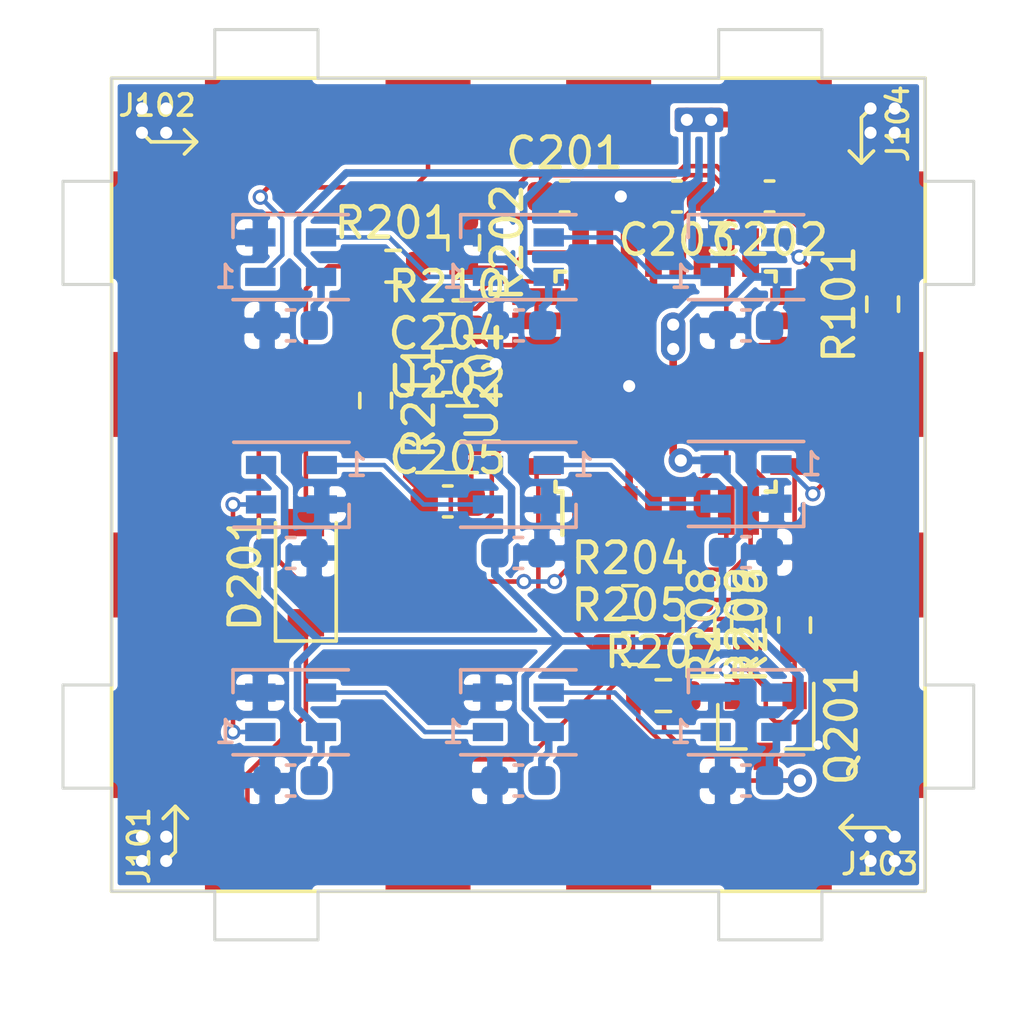
<source format=kicad_pcb>
(kicad_pcb (version 20171130) (host pcbnew 5.1.10)

  (general
    (thickness 1.6)
    (drawings 46)
    (tracks 367)
    (zones 0)
    (modules 42)
    (nets 48)
  )

  (page A4)
  (layers
    (0 F.Cu signal)
    (31 B.Cu signal)
    (32 B.Adhes user hide)
    (33 F.Adhes user hide)
    (34 B.Paste user)
    (35 F.Paste user hide)
    (36 B.SilkS user hide)
    (37 F.SilkS user)
    (38 B.Mask user)
    (39 F.Mask user hide)
    (40 Dwgs.User user)
    (41 Cmts.User user hide)
    (42 Eco1.User user hide)
    (43 Eco2.User user hide)
    (44 Edge.Cuts user)
    (45 Margin user hide)
    (46 B.CrtYd user)
    (47 F.CrtYd user)
    (48 B.Fab user hide)
    (49 F.Fab user hide)
  )

  (setup
    (last_trace_width 0.15)
    (user_trace_width 0.15)
    (user_trace_width 0.25)
    (user_trace_width 0.6)
    (trace_clearance 0.15)
    (zone_clearance 0.15)
    (zone_45_only no)
    (trace_min 0.15)
    (via_size 0.5)
    (via_drill 0.3)
    (via_min_size 0.4)
    (via_min_drill 0.3)
    (user_via 0.5 0.3)
    (uvia_size 0.3)
    (uvia_drill 0.1)
    (uvias_allowed no)
    (uvia_min_size 0.2)
    (uvia_min_drill 0.1)
    (edge_width 0.1)
    (segment_width 0.2)
    (pcb_text_width 0.3)
    (pcb_text_size 1.5 1.5)
    (mod_edge_width 0.15)
    (mod_text_size 1 1)
    (mod_text_width 0.15)
    (pad_size 1.524 1.524)
    (pad_drill 0.762)
    (pad_to_mask_clearance 0)
    (aux_axis_origin 0 0)
    (visible_elements FFFFFF7F)
    (pcbplotparams
      (layerselection 0x010fc_ffffffff)
      (usegerberextensions false)
      (usegerberattributes true)
      (usegerberadvancedattributes true)
      (creategerberjobfile true)
      (excludeedgelayer true)
      (linewidth 0.100000)
      (plotframeref false)
      (viasonmask false)
      (mode 1)
      (useauxorigin false)
      (hpglpennumber 1)
      (hpglpenspeed 20)
      (hpglpendiameter 15.000000)
      (psnegative false)
      (psa4output false)
      (plotreference true)
      (plotvalue true)
      (plotinvisibletext false)
      (padsonsilk false)
      (subtractmaskfromsilk false)
      (outputformat 1)
      (mirror false)
      (drillshape 1)
      (scaleselection 1)
      (outputdirectory ""))
  )

  (net 0 "")
  (net 1 GND)
  (net 2 VCPU)
  (net 3 VAUX)
  (net 4 VLED)
  (net 5 "Net-(D201-Pad2)")
  (net 6 +BATT)
  (net 7 /led_substring_digital/DIN)
  (net 8 /LED_DOUT)
  (net 9 /USB_DM)
  (net 10 /USB_DP)
  (net 11 /~VLED_EN)
  (net 12 /~CHG_ACTIVE)
  (net 13 /~BTN)
  (net 14 VBUS)
  (net 15 "Net-(Q201-Pad1)")
  (net 16 /BATT_SENSE)
  (net 17 /~BATT_SENSE_EN)
  (net 18 /MCU_DM)
  (net 19 /MCU_DP)
  (net 20 /LED_DIN)
  (net 21 /VBUS_SENSE)
  (net 22 /AXL_SDA)
  (net 23 /AXL_SCL)
  (net 24 /~RESET)
  (net 25 "Net-(U201-Pad22)")
  (net 26 "Net-(U201-Pad19)")
  (net 27 /AXL_INT2)
  (net 28 /AXL_INT1)
  (net 29 "Net-(U201-Pad17)")
  (net 30 "Net-(U201-Pad16)")
  (net 31 "Net-(U201-Pad15)")
  (net 32 "Net-(U201-Pad13)")
  (net 33 "Net-(U201-Pad12)")
  (net 34 "Net-(U201-Pad30)")
  (net 35 "Net-(U201-Pad11)")
  (net 36 "Net-(U201-Pad10)")
  (net 37 "Net-(C203-Pad1)")
  (net 38 "Net-(C205-Pad1)")
  (net 39 "Net-(D202-Pad1)")
  (net 40 "Net-(D203-Pad1)")
  (net 41 "Net-(D203-Pad3)")
  (net 42 "Net-(D204-Pad1)")
  (net 43 "Net-(D204-Pad3)")
  (net 44 "Net-(D205-Pad1)")
  (net 45 "Net-(D206-Pad1)")
  (net 46 "Net-(D207-Pad1)")
  (net 47 "Net-(J102-Pad3)")

  (net_class Default "This is the default net class."
    (clearance 0.15)
    (trace_width 0.15)
    (via_dia 0.5)
    (via_drill 0.3)
    (uvia_dia 0.3)
    (uvia_drill 0.1)
    (add_net +BATT)
    (add_net /AXL_INT1)
    (add_net /AXL_INT2)
    (add_net /AXL_SCL)
    (add_net /AXL_SDA)
    (add_net /BATT_SENSE)
    (add_net /LED_DIN)
    (add_net /LED_DOUT)
    (add_net /MCU_DM)
    (add_net /MCU_DP)
    (add_net /USB_DM)
    (add_net /USB_DP)
    (add_net /VBUS_SENSE)
    (add_net /led_substring_digital/DIN)
    (add_net /~BATT_SENSE_EN)
    (add_net /~BTN)
    (add_net /~CHG_ACTIVE)
    (add_net /~RESET)
    (add_net /~VLED_EN)
    (add_net "Net-(C203-Pad1)")
    (add_net "Net-(C205-Pad1)")
    (add_net "Net-(D201-Pad2)")
    (add_net "Net-(D202-Pad1)")
    (add_net "Net-(D203-Pad1)")
    (add_net "Net-(D203-Pad3)")
    (add_net "Net-(D204-Pad1)")
    (add_net "Net-(D204-Pad3)")
    (add_net "Net-(D205-Pad1)")
    (add_net "Net-(D206-Pad1)")
    (add_net "Net-(D207-Pad1)")
    (add_net "Net-(J102-Pad3)")
    (add_net "Net-(Q201-Pad1)")
    (add_net "Net-(U201-Pad10)")
    (add_net "Net-(U201-Pad11)")
    (add_net "Net-(U201-Pad12)")
    (add_net "Net-(U201-Pad13)")
    (add_net "Net-(U201-Pad15)")
    (add_net "Net-(U201-Pad16)")
    (add_net "Net-(U201-Pad17)")
    (add_net "Net-(U201-Pad19)")
    (add_net "Net-(U201-Pad22)")
    (add_net "Net-(U201-Pad30)")
    (add_net VAUX)
    (add_net VBUS)
    (add_net VCPU)
  )

  (net_class Power ""
    (clearance 0.15)
    (trace_width 0.25)
    (via_dia 0.8)
    (via_drill 0.4)
    (uvia_dia 0.3)
    (uvia_drill 0.1)
    (add_net GND)
    (add_net VLED)
  )

  (module Capacitor_SMD:C_0603_1608Metric (layer F.Cu) (tedit 5F68FEEE) (tstamp 60E6DA45)
    (at 156.575 90.55 180)
    (descr "Capacitor SMD 0603 (1608 Metric), square (rectangular) end terminal, IPC_7351 nominal, (Body size source: IPC-SM-782 page 76, https://www.pcb-3d.com/wordpress/wp-content/uploads/ipc-sm-782a_amendment_1_and_2.pdf), generated with kicad-footprint-generator")
    (tags capacitor)
    (path /60E75164)
    (attr smd)
    (fp_text reference C202 (at 0 -1.43) (layer F.SilkS)
      (effects (font (size 1 1) (thickness 0.15)))
    )
    (fp_text value 100n (at 0 1.43) (layer F.Fab)
      (effects (font (size 1 1) (thickness 0.15)))
    )
    (fp_line (start 1.48 0.73) (end -1.48 0.73) (layer F.CrtYd) (width 0.05))
    (fp_line (start 1.48 -0.73) (end 1.48 0.73) (layer F.CrtYd) (width 0.05))
    (fp_line (start -1.48 -0.73) (end 1.48 -0.73) (layer F.CrtYd) (width 0.05))
    (fp_line (start -1.48 0.73) (end -1.48 -0.73) (layer F.CrtYd) (width 0.05))
    (fp_line (start -0.14058 0.51) (end 0.14058 0.51) (layer F.SilkS) (width 0.12))
    (fp_line (start -0.14058 -0.51) (end 0.14058 -0.51) (layer F.SilkS) (width 0.12))
    (fp_line (start 0.8 0.4) (end -0.8 0.4) (layer F.Fab) (width 0.1))
    (fp_line (start 0.8 -0.4) (end 0.8 0.4) (layer F.Fab) (width 0.1))
    (fp_line (start -0.8 -0.4) (end 0.8 -0.4) (layer F.Fab) (width 0.1))
    (fp_line (start -0.8 0.4) (end -0.8 -0.4) (layer F.Fab) (width 0.1))
    (fp_text user %R (at 0 0) (layer F.Fab)
      (effects (font (size 0.4 0.4) (thickness 0.06)))
    )
    (pad 1 smd roundrect (at -0.775 0 180) (size 0.9 0.95) (layers F.Cu F.Paste F.Mask) (roundrect_rratio 0.25)
      (net 2 VCPU))
    (pad 2 smd roundrect (at 0.775 0 180) (size 0.9 0.95) (layers F.Cu F.Paste F.Mask) (roundrect_rratio 0.25)
      (net 1 GND))
    (model ${KISYS3DMOD}/Capacitor_SMD.3dshapes/C_0603_1608Metric.wrl
      (at (xyz 0 0 0))
      (scale (xyz 1 1 1))
      (rotate (xyz 0 0 0))
    )
  )

  (module Capacitor_SMD:C_0603_1608Metric (layer F.Cu) (tedit 5F68FEEE) (tstamp 60E1B78A)
    (at 153.525 90.55 180)
    (descr "Capacitor SMD 0603 (1608 Metric), square (rectangular) end terminal, IPC_7351 nominal, (Body size source: IPC-SM-782 page 76, https://www.pcb-3d.com/wordpress/wp-content/uploads/ipc-sm-782a_amendment_1_and_2.pdf), generated with kicad-footprint-generator")
    (tags capacitor)
    (path /6079B78B)
    (attr smd)
    (fp_text reference C203 (at 0 -1.43) (layer F.SilkS)
      (effects (font (size 1 1) (thickness 0.15)))
    )
    (fp_text value 100n (at 0 1.43) (layer F.Fab)
      (effects (font (size 1 1) (thickness 0.15)))
    )
    (fp_line (start -0.8 0.4) (end -0.8 -0.4) (layer F.Fab) (width 0.1))
    (fp_line (start -0.8 -0.4) (end 0.8 -0.4) (layer F.Fab) (width 0.1))
    (fp_line (start 0.8 -0.4) (end 0.8 0.4) (layer F.Fab) (width 0.1))
    (fp_line (start 0.8 0.4) (end -0.8 0.4) (layer F.Fab) (width 0.1))
    (fp_line (start -0.14058 -0.51) (end 0.14058 -0.51) (layer F.SilkS) (width 0.12))
    (fp_line (start -0.14058 0.51) (end 0.14058 0.51) (layer F.SilkS) (width 0.12))
    (fp_line (start -1.48 0.73) (end -1.48 -0.73) (layer F.CrtYd) (width 0.05))
    (fp_line (start -1.48 -0.73) (end 1.48 -0.73) (layer F.CrtYd) (width 0.05))
    (fp_line (start 1.48 -0.73) (end 1.48 0.73) (layer F.CrtYd) (width 0.05))
    (fp_line (start 1.48 0.73) (end -1.48 0.73) (layer F.CrtYd) (width 0.05))
    (fp_text user %R (at 0 0) (layer F.Fab)
      (effects (font (size 0.4 0.4) (thickness 0.06)))
    )
    (pad 2 smd roundrect (at 0.775 0 180) (size 0.9 0.95) (layers F.Cu F.Paste F.Mask) (roundrect_rratio 0.25)
      (net 1 GND))
    (pad 1 smd roundrect (at -0.775 0 180) (size 0.9 0.95) (layers F.Cu F.Paste F.Mask) (roundrect_rratio 0.25)
      (net 37 "Net-(C203-Pad1)"))
    (model ${KISYS3DMOD}/Capacitor_SMD.3dshapes/C_0603_1608Metric.wrl
      (at (xyz 0 0 0))
      (scale (xyz 1 1 1))
      (rotate (xyz 0 0 0))
    )
  )

  (module Capacitor_SMD:C_0603_1608Metric (layer F.Cu) (tedit 5F68FEEE) (tstamp 60E1E9A6)
    (at 145.975 100.6)
    (descr "Capacitor SMD 0603 (1608 Metric), square (rectangular) end terminal, IPC_7351 nominal, (Body size source: IPC-SM-782 page 76, https://www.pcb-3d.com/wordpress/wp-content/uploads/ipc-sm-782a_amendment_1_and_2.pdf), generated with kicad-footprint-generator")
    (tags capacitor)
    (path /604922A2)
    (attr smd)
    (fp_text reference C205 (at 0 -1.43) (layer F.SilkS)
      (effects (font (size 1 1) (thickness 0.15)))
    )
    (fp_text value 100n (at 0 1.43) (layer F.Fab)
      (effects (font (size 1 1) (thickness 0.15)))
    )
    (fp_line (start -0.8 0.4) (end -0.8 -0.4) (layer F.Fab) (width 0.1))
    (fp_line (start -0.8 -0.4) (end 0.8 -0.4) (layer F.Fab) (width 0.1))
    (fp_line (start 0.8 -0.4) (end 0.8 0.4) (layer F.Fab) (width 0.1))
    (fp_line (start 0.8 0.4) (end -0.8 0.4) (layer F.Fab) (width 0.1))
    (fp_line (start -0.14058 -0.51) (end 0.14058 -0.51) (layer F.SilkS) (width 0.12))
    (fp_line (start -0.14058 0.51) (end 0.14058 0.51) (layer F.SilkS) (width 0.12))
    (fp_line (start -1.48 0.73) (end -1.48 -0.73) (layer F.CrtYd) (width 0.05))
    (fp_line (start -1.48 -0.73) (end 1.48 -0.73) (layer F.CrtYd) (width 0.05))
    (fp_line (start 1.48 -0.73) (end 1.48 0.73) (layer F.CrtYd) (width 0.05))
    (fp_line (start 1.48 0.73) (end -1.48 0.73) (layer F.CrtYd) (width 0.05))
    (fp_text user %R (at 0 0) (layer F.Fab)
      (effects (font (size 0.4 0.4) (thickness 0.06)))
    )
    (pad 2 smd roundrect (at 0.775 0) (size 0.9 0.95) (layers F.Cu F.Paste F.Mask) (roundrect_rratio 0.25)
      (net 1 GND))
    (pad 1 smd roundrect (at -0.775 0) (size 0.9 0.95) (layers F.Cu F.Paste F.Mask) (roundrect_rratio 0.25)
      (net 38 "Net-(C205-Pad1)"))
    (model ${KISYS3DMOD}/Capacitor_SMD.3dshapes/C_0603_1608Metric.wrl
      (at (xyz 0 0 0))
      (scale (xyz 1 1 1))
      (rotate (xyz 0 0 0))
    )
  )

  (module Package_QFP:TQFP-32_7x7mm_P0.8mm (layer F.Cu) (tedit 5A02F146) (tstamp 60E1BACC)
    (at 153.15 96.65 90)
    (descr "32-Lead Plastic Thin Quad Flatpack (PT) - 7x7x1.0 mm Body, 2.00 mm [TQFP] (see Microchip Packaging Specification 00000049BS.pdf)")
    (tags "QFP 0.8")
    (path /6069D7A4)
    (attr smd)
    (fp_text reference U201 (at 0 -6.05 90) (layer F.SilkS)
      (effects (font (size 1 1) (thickness 0.15)))
    )
    (fp_text value ATmega328-AU (at 0 6.05 90) (layer F.Fab)
      (effects (font (size 1 1) (thickness 0.15)))
    )
    (fp_line (start -2.5 -3.5) (end 3.5 -3.5) (layer F.Fab) (width 0.15))
    (fp_line (start 3.5 -3.5) (end 3.5 3.5) (layer F.Fab) (width 0.15))
    (fp_line (start 3.5 3.5) (end -3.5 3.5) (layer F.Fab) (width 0.15))
    (fp_line (start -3.5 3.5) (end -3.5 -2.5) (layer F.Fab) (width 0.15))
    (fp_line (start -3.5 -2.5) (end -2.5 -3.5) (layer F.Fab) (width 0.15))
    (fp_line (start -5.3 -5.3) (end -5.3 5.3) (layer F.CrtYd) (width 0.05))
    (fp_line (start 5.3 -5.3) (end 5.3 5.3) (layer F.CrtYd) (width 0.05))
    (fp_line (start -5.3 -5.3) (end 5.3 -5.3) (layer F.CrtYd) (width 0.05))
    (fp_line (start -5.3 5.3) (end 5.3 5.3) (layer F.CrtYd) (width 0.05))
    (fp_line (start -3.625 -3.625) (end -3.625 -3.4) (layer F.SilkS) (width 0.15))
    (fp_line (start 3.625 -3.625) (end 3.625 -3.3) (layer F.SilkS) (width 0.15))
    (fp_line (start 3.625 3.625) (end 3.625 3.3) (layer F.SilkS) (width 0.15))
    (fp_line (start -3.625 3.625) (end -3.625 3.3) (layer F.SilkS) (width 0.15))
    (fp_line (start -3.625 -3.625) (end -3.3 -3.625) (layer F.SilkS) (width 0.15))
    (fp_line (start -3.625 3.625) (end -3.3 3.625) (layer F.SilkS) (width 0.15))
    (fp_line (start 3.625 3.625) (end 3.3 3.625) (layer F.SilkS) (width 0.15))
    (fp_line (start 3.625 -3.625) (end 3.3 -3.625) (layer F.SilkS) (width 0.15))
    (fp_line (start -3.625 -3.4) (end -5.05 -3.4) (layer F.SilkS) (width 0.15))
    (fp_text user %R (at 0 0 90) (layer F.Fab)
      (effects (font (size 1 1) (thickness 0.15)))
    )
    (pad 32 smd rect (at -2.8 -4.25 180) (size 1.6 0.55) (layers F.Cu F.Paste F.Mask)
      (net 19 /MCU_DP))
    (pad 31 smd rect (at -2 -4.25 180) (size 1.6 0.55) (layers F.Cu F.Paste F.Mask)
      (net 28 /AXL_INT1))
    (pad 30 smd rect (at -1.2 -4.25 180) (size 1.6 0.55) (layers F.Cu F.Paste F.Mask)
      (net 34 "Net-(U201-Pad30)"))
    (pad 29 smd rect (at -0.4 -4.25 180) (size 1.6 0.55) (layers F.Cu F.Paste F.Mask)
      (net 24 /~RESET))
    (pad 28 smd rect (at 0.4 -4.25 180) (size 1.6 0.55) (layers F.Cu F.Paste F.Mask)
      (net 23 /AXL_SCL))
    (pad 27 smd rect (at 1.2 -4.25 180) (size 1.6 0.55) (layers F.Cu F.Paste F.Mask)
      (net 22 /AXL_SDA))
    (pad 26 smd rect (at 2 -4.25 180) (size 1.6 0.55) (layers F.Cu F.Paste F.Mask)
      (net 3 VAUX))
    (pad 25 smd rect (at 2.8 -4.25 180) (size 1.6 0.55) (layers F.Cu F.Paste F.Mask)
      (net 3 VAUX))
    (pad 24 smd rect (at 4.25 -2.8 90) (size 1.6 0.55) (layers F.Cu F.Paste F.Mask)
      (net 17 /~BATT_SENSE_EN))
    (pad 23 smd rect (at 4.25 -2 90) (size 1.6 0.55) (layers F.Cu F.Paste F.Mask)
      (net 16 /BATT_SENSE))
    (pad 22 smd rect (at 4.25 -1.2 90) (size 1.6 0.55) (layers F.Cu F.Paste F.Mask)
      (net 25 "Net-(U201-Pad22)"))
    (pad 21 smd rect (at 4.25 -0.4 90) (size 1.6 0.55) (layers F.Cu F.Paste F.Mask)
      (net 1 GND))
    (pad 20 smd rect (at 4.25 0.4 90) (size 1.6 0.55) (layers F.Cu F.Paste F.Mask)
      (net 37 "Net-(C203-Pad1)"))
    (pad 19 smd rect (at 4.25 1.2 90) (size 1.6 0.55) (layers F.Cu F.Paste F.Mask)
      (net 26 "Net-(U201-Pad19)"))
    (pad 18 smd rect (at 4.25 2 90) (size 1.6 0.55) (layers F.Cu F.Paste F.Mask)
      (net 2 VCPU))
    (pad 17 smd rect (at 4.25 2.8 90) (size 1.6 0.55) (layers F.Cu F.Paste F.Mask)
      (net 29 "Net-(U201-Pad17)"))
    (pad 16 smd rect (at 2.8 4.25 180) (size 1.6 0.55) (layers F.Cu F.Paste F.Mask)
      (net 30 "Net-(U201-Pad16)"))
    (pad 15 smd rect (at 2 4.25 180) (size 1.6 0.55) (layers F.Cu F.Paste F.Mask)
      (net 31 "Net-(U201-Pad15)"))
    (pad 14 smd rect (at 1.2 4.25 180) (size 1.6 0.55) (layers F.Cu F.Paste F.Mask)
      (net 21 /VBUS_SENSE))
    (pad 13 smd rect (at 0.4 4.25 180) (size 1.6 0.55) (layers F.Cu F.Paste F.Mask)
      (net 32 "Net-(U201-Pad13)"))
    (pad 12 smd rect (at -0.4 4.25 180) (size 1.6 0.55) (layers F.Cu F.Paste F.Mask)
      (net 33 "Net-(U201-Pad12)"))
    (pad 11 smd rect (at -1.2 4.25 180) (size 1.6 0.55) (layers F.Cu F.Paste F.Mask)
      (net 35 "Net-(U201-Pad11)"))
    (pad 10 smd rect (at -2 4.25 180) (size 1.6 0.55) (layers F.Cu F.Paste F.Mask)
      (net 36 "Net-(U201-Pad10)"))
    (pad 9 smd rect (at -2.8 4.25 180) (size 1.6 0.55) (layers F.Cu F.Paste F.Mask)
      (net 20 /LED_DIN))
    (pad 8 smd rect (at -4.25 2.8 90) (size 1.6 0.55) (layers F.Cu F.Paste F.Mask)
      (net 12 /~CHG_ACTIVE))
    (pad 7 smd rect (at -4.25 2 90) (size 1.6 0.55) (layers F.Cu F.Paste F.Mask)
      (net 11 /~VLED_EN))
    (pad 6 smd rect (at -4.25 1.2 90) (size 1.6 0.55) (layers F.Cu F.Paste F.Mask)
      (net 2 VCPU))
    (pad 5 smd rect (at -4.25 0.4 90) (size 1.6 0.55) (layers F.Cu F.Paste F.Mask)
      (net 1 GND))
    (pad 4 smd rect (at -4.25 -0.4 90) (size 1.6 0.55) (layers F.Cu F.Paste F.Mask)
      (net 2 VCPU))
    (pad 3 smd rect (at -4.25 -1.2 90) (size 1.6 0.55) (layers F.Cu F.Paste F.Mask)
      (net 1 GND))
    (pad 2 smd rect (at -4.25 -2 90) (size 1.6 0.55) (layers F.Cu F.Paste F.Mask)
      (net 18 /MCU_DM))
    (pad 1 smd rect (at -4.25 -2.8 90) (size 1.6 0.55) (layers F.Cu F.Paste F.Mask)
      (net 13 /~BTN))
    (model ${KISYS3DMOD}/Package_QFP.3dshapes/TQFP-32_7x7mm_P0.8mm.wrl
      (at (xyz 0 0 0))
      (scale (xyz 1 1 1))
      (rotate (xyz 0 0 0))
    )
  )

  (module Package_DFN_QFN:DFN-10_2x2mm_P0.4mm (layer F.Cu) (tedit 5EA4BEFE) (tstamp 60E1E8D4)
    (at 145.95 98.55)
    (descr "10-Lead Plastic DFN (2mm x 2mm)  0.40mm pitch")
    (tags "DFN 10 0.4mm")
    (path /60475A27)
    (attr smd)
    (fp_text reference U202 (at 0 -1.9) (layer F.SilkS)
      (effects (font (size 1 1) (thickness 0.15)))
    )
    (fp_text value MMA8653FCR1 (at 0 1.8) (layer F.Fab)
      (effects (font (size 1 1) (thickness 0.15)))
    )
    (fp_line (start -1 -0.5) (end -1 1) (layer F.Fab) (width 0.1))
    (fp_line (start -0.5 -1) (end -1 -0.5) (layer F.Fab) (width 0.1))
    (fp_line (start 1 -1) (end -0.5 -1) (layer F.Fab) (width 0.1))
    (fp_line (start 1 1) (end 1 -1) (layer F.Fab) (width 0.1))
    (fp_line (start 1 1) (end -1 1) (layer F.Fab) (width 0.1))
    (fp_line (start -1.4 1.25) (end 1.4 1.25) (layer F.CrtYd) (width 0.05))
    (fp_line (start 1.4 -1.25) (end -1.4 -1.25) (layer F.CrtYd) (width 0.05))
    (fp_line (start 1 -1.1) (end 0 -1.1) (layer F.SilkS) (width 0.12))
    (fp_line (start -1.4 1.25) (end -1.4 -1.25) (layer F.CrtYd) (width 0.05))
    (fp_line (start 1.4 -1.25) (end 1.4 1.25) (layer F.CrtYd) (width 0.05))
    (fp_line (start 1 1.1) (end -1 1.1) (layer F.SilkS) (width 0.12))
    (fp_text user %R (at 0 0) (layer F.Fab)
      (effects (font (size 0.45 0.45) (thickness 0.05)))
    )
    (pad 10 smd rect (at 0.8 -0.8) (size 0.7 0.25) (layers F.Cu F.Paste F.Mask)
      (net 22 /AXL_SDA))
    (pad 9 smd rect (at 0.8 -0.4) (size 0.7 0.25) (layers F.Cu F.Paste F.Mask)
      (net 1 GND))
    (pad 8 smd rect (at 0.8 0) (size 0.7 0.25) (layers F.Cu F.Paste F.Mask)
      (net 3 VAUX))
    (pad 7 smd rect (at 0.8 0.4) (size 0.7 0.25) (layers F.Cu F.Paste F.Mask)
      (net 1 GND))
    (pad 6 smd rect (at 0.8 0.8) (size 0.7 0.25) (layers F.Cu F.Paste F.Mask)
      (net 1 GND))
    (pad 5 smd rect (at -0.8 0.8) (size 0.7 0.25) (layers F.Cu F.Paste F.Mask)
      (net 27 /AXL_INT2))
    (pad 4 smd rect (at -0.8 0.4) (size 0.7 0.25) (layers F.Cu F.Paste F.Mask)
      (net 38 "Net-(C205-Pad1)"))
    (pad 3 smd rect (at -0.8 0) (size 0.7 0.25) (layers F.Cu F.Paste F.Mask)
      (net 28 /AXL_INT1))
    (pad 2 smd rect (at -0.8 -0.4) (size 0.7 0.25) (layers F.Cu F.Paste F.Mask)
      (net 23 /AXL_SCL))
    (pad 1 smd rect (at -0.8 -0.8) (size 0.7 0.25) (layers F.Cu F.Paste F.Mask)
      (net 3 VAUX))
    (model ${KISYS3DMOD}/Package_DFN_QFN.3dshapes/DFN-10_2x2mm_P0.4mm.wrl
      (at (xyz 0 0 0))
      (scale (xyz 1 1 1))
      (rotate (xyz 0 0 0))
    )
  )

  (module Resistor_SMD:R_0603_1608Metric (layer F.Cu) (tedit 5F68FEEE) (tstamp 60E1E916)
    (at 143.6 97.275 270)
    (descr "Resistor SMD 0603 (1608 Metric), square (rectangular) end terminal, IPC_7351 nominal, (Body size source: IPC-SM-782 page 72, https://www.pcb-3d.com/wordpress/wp-content/uploads/ipc-sm-782a_amendment_1_and_2.pdf), generated with kicad-footprint-generator")
    (tags resistor)
    (path /604CA988)
    (attr smd)
    (fp_text reference R211 (at 0 -1.43 90) (layer F.SilkS)
      (effects (font (size 1 1) (thickness 0.15)))
    )
    (fp_text value 4k7 (at 0 1.43 90) (layer F.Fab)
      (effects (font (size 1 1) (thickness 0.15)))
    )
    (fp_line (start -0.8 0.4125) (end -0.8 -0.4125) (layer F.Fab) (width 0.1))
    (fp_line (start -0.8 -0.4125) (end 0.8 -0.4125) (layer F.Fab) (width 0.1))
    (fp_line (start 0.8 -0.4125) (end 0.8 0.4125) (layer F.Fab) (width 0.1))
    (fp_line (start 0.8 0.4125) (end -0.8 0.4125) (layer F.Fab) (width 0.1))
    (fp_line (start -0.237258 -0.5225) (end 0.237258 -0.5225) (layer F.SilkS) (width 0.12))
    (fp_line (start -0.237258 0.5225) (end 0.237258 0.5225) (layer F.SilkS) (width 0.12))
    (fp_line (start -1.48 0.73) (end -1.48 -0.73) (layer F.CrtYd) (width 0.05))
    (fp_line (start -1.48 -0.73) (end 1.48 -0.73) (layer F.CrtYd) (width 0.05))
    (fp_line (start 1.48 -0.73) (end 1.48 0.73) (layer F.CrtYd) (width 0.05))
    (fp_line (start 1.48 0.73) (end -1.48 0.73) (layer F.CrtYd) (width 0.05))
    (fp_text user %R (at 0 0 90) (layer F.Fab)
      (effects (font (size 0.4 0.4) (thickness 0.06)))
    )
    (pad 2 smd roundrect (at 0.825 0 270) (size 0.8 0.95) (layers F.Cu F.Paste F.Mask) (roundrect_rratio 0.25)
      (net 23 /AXL_SCL))
    (pad 1 smd roundrect (at -0.825 0 270) (size 0.8 0.95) (layers F.Cu F.Paste F.Mask) (roundrect_rratio 0.25)
      (net 3 VAUX))
    (model ${KISYS3DMOD}/Resistor_SMD.3dshapes/R_0603_1608Metric.wrl
      (at (xyz 0 0 0))
      (scale (xyz 1 1 1))
      (rotate (xyz 0 0 0))
    )
  )

  (module Resistor_SMD:R_0603_1608Metric (layer F.Cu) (tedit 5F68FEEE) (tstamp 60E1E946)
    (at 145.95 94.95)
    (descr "Resistor SMD 0603 (1608 Metric), square (rectangular) end terminal, IPC_7351 nominal, (Body size source: IPC-SM-782 page 72, https://www.pcb-3d.com/wordpress/wp-content/uploads/ipc-sm-782a_amendment_1_and_2.pdf), generated with kicad-footprint-generator")
    (tags resistor)
    (path /604C8E82)
    (attr smd)
    (fp_text reference R210 (at 0 -1.43) (layer F.SilkS)
      (effects (font (size 1 1) (thickness 0.15)))
    )
    (fp_text value 4k7 (at 0 1.43) (layer F.Fab)
      (effects (font (size 1 1) (thickness 0.15)))
    )
    (fp_line (start -0.8 0.4125) (end -0.8 -0.4125) (layer F.Fab) (width 0.1))
    (fp_line (start -0.8 -0.4125) (end 0.8 -0.4125) (layer F.Fab) (width 0.1))
    (fp_line (start 0.8 -0.4125) (end 0.8 0.4125) (layer F.Fab) (width 0.1))
    (fp_line (start 0.8 0.4125) (end -0.8 0.4125) (layer F.Fab) (width 0.1))
    (fp_line (start -0.237258 -0.5225) (end 0.237258 -0.5225) (layer F.SilkS) (width 0.12))
    (fp_line (start -0.237258 0.5225) (end 0.237258 0.5225) (layer F.SilkS) (width 0.12))
    (fp_line (start -1.48 0.73) (end -1.48 -0.73) (layer F.CrtYd) (width 0.05))
    (fp_line (start -1.48 -0.73) (end 1.48 -0.73) (layer F.CrtYd) (width 0.05))
    (fp_line (start 1.48 -0.73) (end 1.48 0.73) (layer F.CrtYd) (width 0.05))
    (fp_line (start 1.48 0.73) (end -1.48 0.73) (layer F.CrtYd) (width 0.05))
    (fp_text user %R (at 0 0) (layer F.Fab)
      (effects (font (size 0.4 0.4) (thickness 0.06)))
    )
    (pad 2 smd roundrect (at 0.825 0) (size 0.8 0.95) (layers F.Cu F.Paste F.Mask) (roundrect_rratio 0.25)
      (net 22 /AXL_SDA))
    (pad 1 smd roundrect (at -0.825 0) (size 0.8 0.95) (layers F.Cu F.Paste F.Mask) (roundrect_rratio 0.25)
      (net 3 VAUX))
    (model ${KISYS3DMOD}/Resistor_SMD.3dshapes/R_0603_1608Metric.wrl
      (at (xyz 0 0 0))
      (scale (xyz 1 1 1))
      (rotate (xyz 0 0 0))
    )
  )

  (module Resistor_SMD:R_0603_1608Metric (layer F.Cu) (tedit 5F68FEEE) (tstamp 60FC6688)
    (at 154.25 104.675 270)
    (descr "Resistor SMD 0603 (1608 Metric), square (rectangular) end terminal, IPC_7351 nominal, (Body size source: IPC-SM-782 page 72, https://www.pcb-3d.com/wordpress/wp-content/uploads/ipc-sm-782a_amendment_1_and_2.pdf), generated with kicad-footprint-generator")
    (tags resistor)
    (path /609779A0)
    (attr smd)
    (fp_text reference R209 (at 0 -1.43 90) (layer F.SilkS)
      (effects (font (size 1 1) (thickness 0.15)))
    )
    (fp_text value 10k (at 0 1.43 90) (layer F.Fab)
      (effects (font (size 1 1) (thickness 0.15)))
    )
    (fp_line (start -0.8 0.4125) (end -0.8 -0.4125) (layer F.Fab) (width 0.1))
    (fp_line (start -0.8 -0.4125) (end 0.8 -0.4125) (layer F.Fab) (width 0.1))
    (fp_line (start 0.8 -0.4125) (end 0.8 0.4125) (layer F.Fab) (width 0.1))
    (fp_line (start 0.8 0.4125) (end -0.8 0.4125) (layer F.Fab) (width 0.1))
    (fp_line (start -0.237258 -0.5225) (end 0.237258 -0.5225) (layer F.SilkS) (width 0.12))
    (fp_line (start -0.237258 0.5225) (end 0.237258 0.5225) (layer F.SilkS) (width 0.12))
    (fp_line (start -1.48 0.73) (end -1.48 -0.73) (layer F.CrtYd) (width 0.05))
    (fp_line (start -1.48 -0.73) (end 1.48 -0.73) (layer F.CrtYd) (width 0.05))
    (fp_line (start 1.48 -0.73) (end 1.48 0.73) (layer F.CrtYd) (width 0.05))
    (fp_line (start 1.48 0.73) (end -1.48 0.73) (layer F.CrtYd) (width 0.05))
    (fp_text user %R (at 0 0 90) (layer F.Fab)
      (effects (font (size 0.4 0.4) (thickness 0.06)))
    )
    (pad 2 smd roundrect (at 0.825 0 270) (size 0.8 0.95) (layers F.Cu F.Paste F.Mask) (roundrect_rratio 0.25)
      (net 1 GND))
    (pad 1 smd roundrect (at -0.825 0 270) (size 0.8 0.95) (layers F.Cu F.Paste F.Mask) (roundrect_rratio 0.25)
      (net 21 /VBUS_SENSE))
    (model ${KISYS3DMOD}/Resistor_SMD.3dshapes/R_0603_1608Metric.wrl
      (at (xyz 0 0 0))
      (scale (xyz 1 1 1))
      (rotate (xyz 0 0 0))
    )
  )

  (module Resistor_SMD:R_0603_1608Metric (layer F.Cu) (tedit 5F68FEEE) (tstamp 60FC6655)
    (at 155.85 104.675 90)
    (descr "Resistor SMD 0603 (1608 Metric), square (rectangular) end terminal, IPC_7351 nominal, (Body size source: IPC-SM-782 page 72, https://www.pcb-3d.com/wordpress/wp-content/uploads/ipc-sm-782a_amendment_1_and_2.pdf), generated with kicad-footprint-generator")
    (tags resistor)
    (path /60977748)
    (attr smd)
    (fp_text reference R208 (at 0 -1.43 90) (layer F.SilkS)
      (effects (font (size 1 1) (thickness 0.15)))
    )
    (fp_text value 10k (at 0 1.43 90) (layer F.Fab)
      (effects (font (size 1 1) (thickness 0.15)))
    )
    (fp_line (start -0.8 0.4125) (end -0.8 -0.4125) (layer F.Fab) (width 0.1))
    (fp_line (start -0.8 -0.4125) (end 0.8 -0.4125) (layer F.Fab) (width 0.1))
    (fp_line (start 0.8 -0.4125) (end 0.8 0.4125) (layer F.Fab) (width 0.1))
    (fp_line (start 0.8 0.4125) (end -0.8 0.4125) (layer F.Fab) (width 0.1))
    (fp_line (start -0.237258 -0.5225) (end 0.237258 -0.5225) (layer F.SilkS) (width 0.12))
    (fp_line (start -0.237258 0.5225) (end 0.237258 0.5225) (layer F.SilkS) (width 0.12))
    (fp_line (start -1.48 0.73) (end -1.48 -0.73) (layer F.CrtYd) (width 0.05))
    (fp_line (start -1.48 -0.73) (end 1.48 -0.73) (layer F.CrtYd) (width 0.05))
    (fp_line (start 1.48 -0.73) (end 1.48 0.73) (layer F.CrtYd) (width 0.05))
    (fp_line (start 1.48 0.73) (end -1.48 0.73) (layer F.CrtYd) (width 0.05))
    (fp_text user %R (at 0 0 90) (layer F.Fab)
      (effects (font (size 0.4 0.4) (thickness 0.06)))
    )
    (pad 2 smd roundrect (at 0.825 0 90) (size 0.8 0.95) (layers F.Cu F.Paste F.Mask) (roundrect_rratio 0.25)
      (net 21 /VBUS_SENSE))
    (pad 1 smd roundrect (at -0.825 0 90) (size 0.8 0.95) (layers F.Cu F.Paste F.Mask) (roundrect_rratio 0.25)
      (net 14 VBUS))
    (model ${KISYS3DMOD}/Resistor_SMD.3dshapes/R_0603_1608Metric.wrl
      (at (xyz 0 0 0))
      (scale (xyz 1 1 1))
      (rotate (xyz 0 0 0))
    )
  )

  (module Resistor_SMD:R_0603_1608Metric (layer F.Cu) (tedit 5F68FEEE) (tstamp 60FC659B)
    (at 153.075 107)
    (descr "Resistor SMD 0603 (1608 Metric), square (rectangular) end terminal, IPC_7351 nominal, (Body size source: IPC-SM-782 page 72, https://www.pcb-3d.com/wordpress/wp-content/uploads/ipc-sm-782a_amendment_1_and_2.pdf), generated with kicad-footprint-generator")
    (tags resistor)
    (path /605638B8)
    (attr smd)
    (fp_text reference R207 (at 0 -1.43) (layer F.SilkS)
      (effects (font (size 1 1) (thickness 0.15)))
    )
    (fp_text value 10k (at 0 1.43) (layer F.Fab)
      (effects (font (size 1 1) (thickness 0.15)))
    )
    (fp_line (start -0.8 0.4125) (end -0.8 -0.4125) (layer F.Fab) (width 0.1))
    (fp_line (start -0.8 -0.4125) (end 0.8 -0.4125) (layer F.Fab) (width 0.1))
    (fp_line (start 0.8 -0.4125) (end 0.8 0.4125) (layer F.Fab) (width 0.1))
    (fp_line (start 0.8 0.4125) (end -0.8 0.4125) (layer F.Fab) (width 0.1))
    (fp_line (start -0.237258 -0.5225) (end 0.237258 -0.5225) (layer F.SilkS) (width 0.12))
    (fp_line (start -0.237258 0.5225) (end 0.237258 0.5225) (layer F.SilkS) (width 0.12))
    (fp_line (start -1.48 0.73) (end -1.48 -0.73) (layer F.CrtYd) (width 0.05))
    (fp_line (start -1.48 -0.73) (end 1.48 -0.73) (layer F.CrtYd) (width 0.05))
    (fp_line (start 1.48 -0.73) (end 1.48 0.73) (layer F.CrtYd) (width 0.05))
    (fp_line (start 1.48 0.73) (end -1.48 0.73) (layer F.CrtYd) (width 0.05))
    (fp_text user %R (at 0 0) (layer F.Fab)
      (effects (font (size 0.4 0.4) (thickness 0.06)))
    )
    (pad 2 smd roundrect (at 0.825 0) (size 0.8 0.95) (layers F.Cu F.Paste F.Mask) (roundrect_rratio 0.25)
      (net 7 /led_substring_digital/DIN))
    (pad 1 smd roundrect (at -0.825 0) (size 0.8 0.95) (layers F.Cu F.Paste F.Mask) (roundrect_rratio 0.25)
      (net 4 VLED))
    (model ${KISYS3DMOD}/Resistor_SMD.3dshapes/R_0603_1608Metric.wrl
      (at (xyz 0 0 0))
      (scale (xyz 1 1 1))
      (rotate (xyz 0 0 0))
    )
  )

  (module Resistor_SMD:R_0603_1608Metric (layer F.Cu) (tedit 5F68FEEE) (tstamp 60FC65E9)
    (at 157.4 104.675 90)
    (descr "Resistor SMD 0603 (1608 Metric), square (rectangular) end terminal, IPC_7351 nominal, (Body size source: IPC-SM-782 page 72, https://www.pcb-3d.com/wordpress/wp-content/uploads/ipc-sm-782a_amendment_1_and_2.pdf), generated with kicad-footprint-generator")
    (tags resistor)
    (path /6057230C)
    (attr smd)
    (fp_text reference R206 (at 0 -1.43 90) (layer F.SilkS)
      (effects (font (size 1 1) (thickness 0.15)))
    )
    (fp_text value 10k (at 0 1.43 90) (layer F.Fab)
      (effects (font (size 1 1) (thickness 0.15)))
    )
    (fp_line (start -0.8 0.4125) (end -0.8 -0.4125) (layer F.Fab) (width 0.1))
    (fp_line (start -0.8 -0.4125) (end 0.8 -0.4125) (layer F.Fab) (width 0.1))
    (fp_line (start 0.8 -0.4125) (end 0.8 0.4125) (layer F.Fab) (width 0.1))
    (fp_line (start 0.8 0.4125) (end -0.8 0.4125) (layer F.Fab) (width 0.1))
    (fp_line (start -0.237258 -0.5225) (end 0.237258 -0.5225) (layer F.SilkS) (width 0.12))
    (fp_line (start -0.237258 0.5225) (end 0.237258 0.5225) (layer F.SilkS) (width 0.12))
    (fp_line (start -1.48 0.73) (end -1.48 -0.73) (layer F.CrtYd) (width 0.05))
    (fp_line (start -1.48 -0.73) (end 1.48 -0.73) (layer F.CrtYd) (width 0.05))
    (fp_line (start 1.48 -0.73) (end 1.48 0.73) (layer F.CrtYd) (width 0.05))
    (fp_line (start 1.48 0.73) (end -1.48 0.73) (layer F.CrtYd) (width 0.05))
    (fp_text user %R (at 0 0 90) (layer F.Fab)
      (effects (font (size 0.4 0.4) (thickness 0.06)))
    )
    (pad 2 smd roundrect (at 0.825 0 90) (size 0.8 0.95) (layers F.Cu F.Paste F.Mask) (roundrect_rratio 0.25)
      (net 20 /LED_DIN))
    (pad 1 smd roundrect (at -0.825 0 90) (size 0.8 0.95) (layers F.Cu F.Paste F.Mask) (roundrect_rratio 0.25)
      (net 15 "Net-(Q201-Pad1)"))
    (model ${KISYS3DMOD}/Resistor_SMD.3dshapes/R_0603_1608Metric.wrl
      (at (xyz 0 0 0))
      (scale (xyz 1 1 1))
      (rotate (xyz 0 0 0))
    )
  )

  (module Resistor_SMD:R_0603_1608Metric (layer F.Cu) (tedit 5F68FEEE) (tstamp 60FC66B8)
    (at 151.975 105.45)
    (descr "Resistor SMD 0603 (1608 Metric), square (rectangular) end terminal, IPC_7351 nominal, (Body size source: IPC-SM-782 page 72, https://www.pcb-3d.com/wordpress/wp-content/uploads/ipc-sm-782a_amendment_1_and_2.pdf), generated with kicad-footprint-generator")
    (tags resistor)
    (path /606F6593)
    (attr smd)
    (fp_text reference R205 (at 0 -1.43) (layer F.SilkS)
      (effects (font (size 1 1) (thickness 0.15)))
    )
    (fp_text value 68 (at 0 1.43) (layer F.Fab)
      (effects (font (size 1 1) (thickness 0.15)))
    )
    (fp_line (start -0.8 0.4125) (end -0.8 -0.4125) (layer F.Fab) (width 0.1))
    (fp_line (start -0.8 -0.4125) (end 0.8 -0.4125) (layer F.Fab) (width 0.1))
    (fp_line (start 0.8 -0.4125) (end 0.8 0.4125) (layer F.Fab) (width 0.1))
    (fp_line (start 0.8 0.4125) (end -0.8 0.4125) (layer F.Fab) (width 0.1))
    (fp_line (start -0.237258 -0.5225) (end 0.237258 -0.5225) (layer F.SilkS) (width 0.12))
    (fp_line (start -0.237258 0.5225) (end 0.237258 0.5225) (layer F.SilkS) (width 0.12))
    (fp_line (start -1.48 0.73) (end -1.48 -0.73) (layer F.CrtYd) (width 0.05))
    (fp_line (start -1.48 -0.73) (end 1.48 -0.73) (layer F.CrtYd) (width 0.05))
    (fp_line (start 1.48 -0.73) (end 1.48 0.73) (layer F.CrtYd) (width 0.05))
    (fp_line (start 1.48 0.73) (end -1.48 0.73) (layer F.CrtYd) (width 0.05))
    (fp_text user %R (at 0 0) (layer F.Fab)
      (effects (font (size 0.4 0.4) (thickness 0.06)))
    )
    (pad 2 smd roundrect (at 0.825 0) (size 0.8 0.95) (layers F.Cu F.Paste F.Mask) (roundrect_rratio 0.25)
      (net 10 /USB_DP))
    (pad 1 smd roundrect (at -0.825 0) (size 0.8 0.95) (layers F.Cu F.Paste F.Mask) (roundrect_rratio 0.25)
      (net 19 /MCU_DP))
    (model ${KISYS3DMOD}/Resistor_SMD.3dshapes/R_0603_1608Metric.wrl
      (at (xyz 0 0 0))
      (scale (xyz 1 1 1))
      (rotate (xyz 0 0 0))
    )
  )

  (module Resistor_SMD:R_0603_1608Metric (layer F.Cu) (tedit 5F68FEEE) (tstamp 60FC66E8)
    (at 151.975 103.9)
    (descr "Resistor SMD 0603 (1608 Metric), square (rectangular) end terminal, IPC_7351 nominal, (Body size source: IPC-SM-782 page 72, https://www.pcb-3d.com/wordpress/wp-content/uploads/ipc-sm-782a_amendment_1_and_2.pdf), generated with kicad-footprint-generator")
    (tags resistor)
    (path /606F658C)
    (attr smd)
    (fp_text reference R204 (at 0 -1.43) (layer F.SilkS)
      (effects (font (size 1 1) (thickness 0.15)))
    )
    (fp_text value 68 (at 0 1.43) (layer F.Fab)
      (effects (font (size 1 1) (thickness 0.15)))
    )
    (fp_line (start -0.8 0.4125) (end -0.8 -0.4125) (layer F.Fab) (width 0.1))
    (fp_line (start -0.8 -0.4125) (end 0.8 -0.4125) (layer F.Fab) (width 0.1))
    (fp_line (start 0.8 -0.4125) (end 0.8 0.4125) (layer F.Fab) (width 0.1))
    (fp_line (start 0.8 0.4125) (end -0.8 0.4125) (layer F.Fab) (width 0.1))
    (fp_line (start -0.237258 -0.5225) (end 0.237258 -0.5225) (layer F.SilkS) (width 0.12))
    (fp_line (start -0.237258 0.5225) (end 0.237258 0.5225) (layer F.SilkS) (width 0.12))
    (fp_line (start -1.48 0.73) (end -1.48 -0.73) (layer F.CrtYd) (width 0.05))
    (fp_line (start -1.48 -0.73) (end 1.48 -0.73) (layer F.CrtYd) (width 0.05))
    (fp_line (start 1.48 -0.73) (end 1.48 0.73) (layer F.CrtYd) (width 0.05))
    (fp_line (start 1.48 0.73) (end -1.48 0.73) (layer F.CrtYd) (width 0.05))
    (fp_text user %R (at 0 0) (layer F.Fab)
      (effects (font (size 0.4 0.4) (thickness 0.06)))
    )
    (pad 2 smd roundrect (at 0.825 0) (size 0.8 0.95) (layers F.Cu F.Paste F.Mask) (roundrect_rratio 0.25)
      (net 9 /USB_DM))
    (pad 1 smd roundrect (at -0.825 0) (size 0.8 0.95) (layers F.Cu F.Paste F.Mask) (roundrect_rratio 0.25)
      (net 18 /MCU_DM))
    (model ${KISYS3DMOD}/Resistor_SMD.3dshapes/R_0603_1608Metric.wrl
      (at (xyz 0 0 0))
      (scale (xyz 1 1 1))
      (rotate (xyz 0 0 0))
    )
  )

  (module Resistor_SMD:R_0603_1608Metric (layer F.Cu) (tedit 5F68FEEE) (tstamp 60E1B9B9)
    (at 160.3 94.1 90)
    (descr "Resistor SMD 0603 (1608 Metric), square (rectangular) end terminal, IPC_7351 nominal, (Body size source: IPC-SM-782 page 72, https://www.pcb-3d.com/wordpress/wp-content/uploads/ipc-sm-782a_amendment_1_and_2.pdf), generated with kicad-footprint-generator")
    (tags resistor)
    (path /606F6585)
    (attr smd)
    (fp_text reference R101 (at 0 -1.43 90) (layer F.SilkS)
      (effects (font (size 1 1) (thickness 0.15)))
    )
    (fp_text value 1k5 (at 0 1.43 90) (layer F.Fab)
      (effects (font (size 1 1) (thickness 0.15)))
    )
    (fp_line (start -0.8 0.4125) (end -0.8 -0.4125) (layer F.Fab) (width 0.1))
    (fp_line (start -0.8 -0.4125) (end 0.8 -0.4125) (layer F.Fab) (width 0.1))
    (fp_line (start 0.8 -0.4125) (end 0.8 0.4125) (layer F.Fab) (width 0.1))
    (fp_line (start 0.8 0.4125) (end -0.8 0.4125) (layer F.Fab) (width 0.1))
    (fp_line (start -0.237258 -0.5225) (end 0.237258 -0.5225) (layer F.SilkS) (width 0.12))
    (fp_line (start -0.237258 0.5225) (end 0.237258 0.5225) (layer F.SilkS) (width 0.12))
    (fp_line (start -1.48 0.73) (end -1.48 -0.73) (layer F.CrtYd) (width 0.05))
    (fp_line (start -1.48 -0.73) (end 1.48 -0.73) (layer F.CrtYd) (width 0.05))
    (fp_line (start 1.48 -0.73) (end 1.48 0.73) (layer F.CrtYd) (width 0.05))
    (fp_line (start 1.48 0.73) (end -1.48 0.73) (layer F.CrtYd) (width 0.05))
    (fp_text user %R (at 0 0 90) (layer F.Fab)
      (effects (font (size 0.4 0.4) (thickness 0.06)))
    )
    (pad 2 smd roundrect (at 0.825 0 90) (size 0.8 0.95) (layers F.Cu F.Paste F.Mask) (roundrect_rratio 0.25)
      (net 2 VCPU))
    (pad 1 smd roundrect (at -0.825 0 90) (size 0.8 0.95) (layers F.Cu F.Paste F.Mask) (roundrect_rratio 0.25)
      (net 9 /USB_DM))
    (model ${KISYS3DMOD}/Resistor_SMD.3dshapes/R_0603_1608Metric.wrl
      (at (xyz 0 0 0))
      (scale (xyz 1 1 1))
      (rotate (xyz 0 0 0))
    )
  )

  (module Resistor_SMD:R_0603_1608Metric (layer F.Cu) (tedit 5F68FEEE) (tstamp 60E1B9A8)
    (at 146.5 92.075 270)
    (descr "Resistor SMD 0603 (1608 Metric), square (rectangular) end terminal, IPC_7351 nominal, (Body size source: IPC-SM-782 page 72, https://www.pcb-3d.com/wordpress/wp-content/uploads/ipc-sm-782a_amendment_1_and_2.pdf), generated with kicad-footprint-generator")
    (tags resistor)
    (path /607CDD97)
    (attr smd)
    (fp_text reference R202 (at 0 -1.43 90) (layer F.SilkS)
      (effects (font (size 1 1) (thickness 0.15)))
    )
    (fp_text value 1k5 (at 0 1.43 90) (layer F.Fab)
      (effects (font (size 1 1) (thickness 0.15)))
    )
    (fp_line (start -0.8 0.4125) (end -0.8 -0.4125) (layer F.Fab) (width 0.1))
    (fp_line (start -0.8 -0.4125) (end 0.8 -0.4125) (layer F.Fab) (width 0.1))
    (fp_line (start 0.8 -0.4125) (end 0.8 0.4125) (layer F.Fab) (width 0.1))
    (fp_line (start 0.8 0.4125) (end -0.8 0.4125) (layer F.Fab) (width 0.1))
    (fp_line (start -0.237258 -0.5225) (end 0.237258 -0.5225) (layer F.SilkS) (width 0.12))
    (fp_line (start -0.237258 0.5225) (end 0.237258 0.5225) (layer F.SilkS) (width 0.12))
    (fp_line (start -1.48 0.73) (end -1.48 -0.73) (layer F.CrtYd) (width 0.05))
    (fp_line (start -1.48 -0.73) (end 1.48 -0.73) (layer F.CrtYd) (width 0.05))
    (fp_line (start 1.48 -0.73) (end 1.48 0.73) (layer F.CrtYd) (width 0.05))
    (fp_line (start 1.48 0.73) (end -1.48 0.73) (layer F.CrtYd) (width 0.05))
    (fp_text user %R (at 0 0 90) (layer F.Fab)
      (effects (font (size 0.4 0.4) (thickness 0.06)))
    )
    (pad 2 smd roundrect (at 0.825 0 270) (size 0.8 0.95) (layers F.Cu F.Paste F.Mask) (roundrect_rratio 0.25)
      (net 17 /~BATT_SENSE_EN))
    (pad 1 smd roundrect (at -0.825 0 270) (size 0.8 0.95) (layers F.Cu F.Paste F.Mask) (roundrect_rratio 0.25)
      (net 16 /BATT_SENSE))
    (model ${KISYS3DMOD}/Resistor_SMD.3dshapes/R_0603_1608Metric.wrl
      (at (xyz 0 0 0))
      (scale (xyz 1 1 1))
      (rotate (xyz 0 0 0))
    )
  )

  (module Resistor_SMD:R_0603_1608Metric (layer F.Cu) (tedit 5F68FEEE) (tstamp 60E1B997)
    (at 144.175 92.85)
    (descr "Resistor SMD 0603 (1608 Metric), square (rectangular) end terminal, IPC_7351 nominal, (Body size source: IPC-SM-782 page 72, https://www.pcb-3d.com/wordpress/wp-content/uploads/ipc-sm-782a_amendment_1_and_2.pdf), generated with kicad-footprint-generator")
    (tags resistor)
    (path /607CD9FE)
    (attr smd)
    (fp_text reference R201 (at 0 -1.43) (layer F.SilkS)
      (effects (font (size 1 1) (thickness 0.15)))
    )
    (fp_text value 1k5 (at 0 1.43) (layer F.Fab)
      (effects (font (size 1 1) (thickness 0.15)))
    )
    (fp_line (start -0.8 0.4125) (end -0.8 -0.4125) (layer F.Fab) (width 0.1))
    (fp_line (start -0.8 -0.4125) (end 0.8 -0.4125) (layer F.Fab) (width 0.1))
    (fp_line (start 0.8 -0.4125) (end 0.8 0.4125) (layer F.Fab) (width 0.1))
    (fp_line (start 0.8 0.4125) (end -0.8 0.4125) (layer F.Fab) (width 0.1))
    (fp_line (start -0.237258 -0.5225) (end 0.237258 -0.5225) (layer F.SilkS) (width 0.12))
    (fp_line (start -0.237258 0.5225) (end 0.237258 0.5225) (layer F.SilkS) (width 0.12))
    (fp_line (start -1.48 0.73) (end -1.48 -0.73) (layer F.CrtYd) (width 0.05))
    (fp_line (start -1.48 -0.73) (end 1.48 -0.73) (layer F.CrtYd) (width 0.05))
    (fp_line (start 1.48 -0.73) (end 1.48 0.73) (layer F.CrtYd) (width 0.05))
    (fp_line (start 1.48 0.73) (end -1.48 0.73) (layer F.CrtYd) (width 0.05))
    (fp_text user %R (at 0 0) (layer F.Fab)
      (effects (font (size 0.4 0.4) (thickness 0.06)))
    )
    (pad 2 smd roundrect (at 0.825 0) (size 0.8 0.95) (layers F.Cu F.Paste F.Mask) (roundrect_rratio 0.25)
      (net 16 /BATT_SENSE))
    (pad 1 smd roundrect (at -0.825 0) (size 0.8 0.95) (layers F.Cu F.Paste F.Mask) (roundrect_rratio 0.25)
      (net 5 "Net-(D201-Pad2)"))
    (model ${KISYS3DMOD}/Resistor_SMD.3dshapes/R_0603_1608Metric.wrl
      (at (xyz 0 0 0))
      (scale (xyz 1 1 1))
      (rotate (xyz 0 0 0))
    )
  )

  (module Package_TO_SOT_SMD:SOT-23 (layer F.Cu) (tedit 5A02FF57) (tstamp 60FC661D)
    (at 156.45 108 270)
    (descr "SOT-23, Standard")
    (tags SOT-23)
    (path /6055E5C0)
    (attr smd)
    (fp_text reference Q201 (at 0 -2.5 90) (layer F.SilkS)
      (effects (font (size 1 1) (thickness 0.15)))
    )
    (fp_text value Q_NPN_BCE (at 0 2.5 90) (layer F.Fab)
      (effects (font (size 1 1) (thickness 0.15)))
    )
    (fp_line (start -0.7 -0.95) (end -0.7 1.5) (layer F.Fab) (width 0.1))
    (fp_line (start -0.15 -1.52) (end 0.7 -1.52) (layer F.Fab) (width 0.1))
    (fp_line (start -0.7 -0.95) (end -0.15 -1.52) (layer F.Fab) (width 0.1))
    (fp_line (start 0.7 -1.52) (end 0.7 1.52) (layer F.Fab) (width 0.1))
    (fp_line (start -0.7 1.52) (end 0.7 1.52) (layer F.Fab) (width 0.1))
    (fp_line (start 0.76 1.58) (end 0.76 0.65) (layer F.SilkS) (width 0.12))
    (fp_line (start 0.76 -1.58) (end 0.76 -0.65) (layer F.SilkS) (width 0.12))
    (fp_line (start -1.7 -1.75) (end 1.7 -1.75) (layer F.CrtYd) (width 0.05))
    (fp_line (start 1.7 -1.75) (end 1.7 1.75) (layer F.CrtYd) (width 0.05))
    (fp_line (start 1.7 1.75) (end -1.7 1.75) (layer F.CrtYd) (width 0.05))
    (fp_line (start -1.7 1.75) (end -1.7 -1.75) (layer F.CrtYd) (width 0.05))
    (fp_line (start 0.76 -1.58) (end -1.4 -1.58) (layer F.SilkS) (width 0.12))
    (fp_line (start 0.76 1.58) (end -0.7 1.58) (layer F.SilkS) (width 0.12))
    (fp_text user %R (at 0 0) (layer F.Fab)
      (effects (font (size 0.5 0.5) (thickness 0.075)))
    )
    (pad 3 smd rect (at 1 0 270) (size 0.9 0.8) (layers F.Cu F.Paste F.Mask)
      (net 1 GND))
    (pad 2 smd rect (at -1 0.95 270) (size 0.9 0.8) (layers F.Cu F.Paste F.Mask)
      (net 7 /led_substring_digital/DIN))
    (pad 1 smd rect (at -1 -0.95 270) (size 0.9 0.8) (layers F.Cu F.Paste F.Mask)
      (net 15 "Net-(Q201-Pad1)"))
    (model ${KISYS3DMOD}/Package_TO_SOT_SMD.3dshapes/SOT-23.wrl
      (at (xyz 0 0 0))
      (scale (xyz 1 1 1))
      (rotate (xyz 0 0 0))
    )
  )

  (module leddie_parts:leddie_edgecon (layer F.Cu) (tedit 604DCD87) (tstamp 60E1B971)
    (at 160.2 100.05)
    (path /60536A7E)
    (fp_text reference J104 (at 0.6 -11.9 90) (layer F.SilkS)
      (effects (font (size 0.7 0.7) (thickness 0.12)))
    )
    (fp_text value edgecon_right (at 2.5 7.6 90) (layer F.Fab)
      (effects (font (size 1 1) (thickness 0.15)))
    )
    (fp_line (start 1.3 -7.45) (end 1.3 -4.45) (layer Cmts.User) (width 0.12))
    (fp_line (start 1.2 -10.4) (end 1.2 -7.45) (layer Cmts.User) (width 0.12))
    (fp_line (start 1.3 -13.4) (end 1.3 -10.4) (layer Cmts.User) (width 0.12))
    (fp_line (start 1.5 -13.4) (end 1.5 13.4) (layer F.SilkS) (width 0.12))
    (fp_line (start -0.2 -12.5) (end -0.6 -12.1) (layer F.SilkS) (width 0.12))
    (fp_line (start -0.6 -12.1) (end -0.6 -10.6) (layer F.SilkS) (width 0.12))
    (fp_line (start -0.6 -10.6) (end -1 -11) (layer F.SilkS) (width 0.12))
    (fp_line (start -0.6 -10.6) (end -0.2 -11) (layer F.SilkS) (width 0.12))
    (fp_text user "2.95 mm pad, 3 mm spacing" (at 4.3 2.1 90) (layer Cmts.User) hide
      (effects (font (size 1 1) (thickness 0.15)))
    )
    (pad 3 smd rect (at 0.1 2.975) (size 2.8 2.8) (layers F.Cu F.Paste F.Mask)
      (net 10 /USB_DP))
    (pad 4 smd rect (at 0.1 8.925) (size 2.8 2.8) (layers F.Cu F.Paste F.Mask)
      (net 14 VBUS))
    (pad 2 smd rect (at 0.1 -2.975) (size 2.8 2.8) (layers F.Cu F.Paste F.Mask)
      (net 9 /USB_DM))
    (pad 1 smd rect (at 0.1 -8.925) (size 2.8 2.8) (layers F.Cu F.Paste F.Mask)
      (net 1 GND))
  )

  (module leddie_parts:leddie_edgecon (layer F.Cu) (tedit 604DCD87) (tstamp 60E1B960)
    (at 148.3 111.95 270)
    (path /60536A90)
    (fp_text reference J103 (at 0.6 -11.9) (layer F.SilkS)
      (effects (font (size 0.7 0.7) (thickness 0.12)))
    )
    (fp_text value edgecon_bottom (at 2.5 7.6) (layer F.Fab)
      (effects (font (size 1 1) (thickness 0.15)))
    )
    (fp_line (start 1.3 -7.45) (end 1.3 -4.45) (layer Cmts.User) (width 0.12))
    (fp_line (start 1.2 -10.4) (end 1.2 -7.45) (layer Cmts.User) (width 0.12))
    (fp_line (start 1.3 -13.4) (end 1.3 -10.4) (layer Cmts.User) (width 0.12))
    (fp_line (start 1.5 -13.4) (end 1.5 13.4) (layer F.SilkS) (width 0.12))
    (fp_line (start -0.2 -12.5) (end -0.6 -12.1) (layer F.SilkS) (width 0.12))
    (fp_line (start -0.6 -12.1) (end -0.6 -10.6) (layer F.SilkS) (width 0.12))
    (fp_line (start -0.6 -10.6) (end -1 -11) (layer F.SilkS) (width 0.12))
    (fp_line (start -0.6 -10.6) (end -0.2 -11) (layer F.SilkS) (width 0.12))
    (fp_text user "2.95 mm pad, 3 mm spacing" (at 4.3 2.1) (layer Cmts.User) hide
      (effects (font (size 1 1) (thickness 0.15)))
    )
    (pad 3 smd rect (at 0.1 2.975 270) (size 2.8 2.8) (layers F.Cu F.Paste F.Mask)
      (net 11 /~VLED_EN))
    (pad 4 smd rect (at 0.1 8.925 270) (size 2.8 2.8) (layers F.Cu F.Paste F.Mask)
      (net 6 +BATT))
    (pad 2 smd rect (at 0.1 -2.975 270) (size 2.8 2.8) (layers F.Cu F.Paste F.Mask)
      (net 12 /~CHG_ACTIVE))
    (pad 1 smd rect (at 0.1 -8.925 270) (size 2.8 2.8) (layers F.Cu F.Paste F.Mask)
      (net 1 GND))
  )

  (module leddie_parts:leddie_edgecon (layer F.Cu) (tedit 604DCD87) (tstamp 61228745)
    (at 148.3 88.15 90)
    (path /60536A84)
    (fp_text reference J102 (at 0.6 -11.9) (layer F.SilkS)
      (effects (font (size 0.7 0.7) (thickness 0.12)))
    )
    (fp_text value edgecon_top (at 2.5 7.6) (layer F.Fab)
      (effects (font (size 1 1) (thickness 0.15)))
    )
    (fp_line (start 1.3 -7.45) (end 1.3 -4.45) (layer Cmts.User) (width 0.12))
    (fp_line (start 1.2 -10.4) (end 1.2 -7.45) (layer Cmts.User) (width 0.12))
    (fp_line (start 1.3 -13.4) (end 1.3 -10.4) (layer Cmts.User) (width 0.12))
    (fp_line (start 1.5 -13.4) (end 1.5 13.4) (layer F.SilkS) (width 0.12))
    (fp_line (start -0.2 -12.5) (end -0.6 -12.1) (layer F.SilkS) (width 0.12))
    (fp_line (start -0.6 -12.1) (end -0.6 -10.6) (layer F.SilkS) (width 0.12))
    (fp_line (start -0.6 -10.6) (end -1 -11) (layer F.SilkS) (width 0.12))
    (fp_line (start -0.6 -10.6) (end -0.2 -11) (layer F.SilkS) (width 0.12))
    (fp_text user "2.95 mm pad, 3 mm spacing" (at 4.3 2.1) (layer Cmts.User) hide
      (effects (font (size 1 1) (thickness 0.15)))
    )
    (pad 3 smd rect (at 0.1 2.975 90) (size 2.8 2.8) (layers F.Cu F.Paste F.Mask)
      (net 47 "Net-(J102-Pad3)"))
    (pad 4 smd rect (at 0.1 8.925 90) (size 2.8 2.8) (layers F.Cu F.Paste F.Mask)
      (net 4 VLED))
    (pad 2 smd rect (at 0.1 -2.975 90) (size 2.8 2.8) (layers F.Cu F.Paste F.Mask)
      (net 8 /LED_DOUT))
    (pad 1 smd rect (at 0.1 -8.925 90) (size 2.8 2.8) (layers F.Cu F.Paste F.Mask)
      (net 1 GND))
  )

  (module leddie_parts:leddie_edgecon (layer F.Cu) (tedit 604DCD87) (tstamp 6122843D)
    (at 136.4 100.05 180)
    (path /60536A8A)
    (fp_text reference J101 (at 0.6 -11.9 90) (layer F.SilkS)
      (effects (font (size 0.7 0.7) (thickness 0.12)))
    )
    (fp_text value edgecon_left (at 2.5 7.6 90) (layer F.Fab)
      (effects (font (size 1 1) (thickness 0.15)))
    )
    (fp_line (start 1.3 -7.45) (end 1.3 -4.45) (layer Cmts.User) (width 0.12))
    (fp_line (start 1.2 -10.4) (end 1.2 -7.45) (layer Cmts.User) (width 0.12))
    (fp_line (start 1.3 -13.4) (end 1.3 -10.4) (layer Cmts.User) (width 0.12))
    (fp_line (start 1.5 -13.4) (end 1.5 13.4) (layer F.SilkS) (width 0.12))
    (fp_line (start -0.2 -12.5) (end -0.6 -12.1) (layer F.SilkS) (width 0.12))
    (fp_line (start -0.6 -12.1) (end -0.6 -10.6) (layer F.SilkS) (width 0.12))
    (fp_line (start -0.6 -10.6) (end -1 -11) (layer F.SilkS) (width 0.12))
    (fp_line (start -0.6 -10.6) (end -0.2 -11) (layer F.SilkS) (width 0.12))
    (fp_text user "2.95 mm pad, 3 mm spacing" (at 4.3 2.1 90) (layer Cmts.User) hide
      (effects (font (size 1 1) (thickness 0.15)))
    )
    (pad 3 smd rect (at 0.1 2.975 180) (size 2.8 2.8) (layers F.Cu F.Paste F.Mask)
      (net 13 /~BTN))
    (pad 4 smd rect (at 0.1 8.925 180) (size 2.8 2.8) (layers F.Cu F.Paste F.Mask)
      (net 2 VCPU))
    (pad 2 smd rect (at 0.1 -2.975 180) (size 2.8 2.8) (layers F.Cu F.Paste F.Mask)
      (net 1 GND))
    (pad 1 smd rect (at 0.1 -8.925 180) (size 2.8 2.8) (layers F.Cu F.Paste F.Mask)
      (net 1 GND))
  )

  (module LED_SMD:LED_SK6805_PLCC4_2.4x2.7mm_P1.3mm (layer B.Cu) (tedit 5AA4B1EE) (tstamp 60E1B92D)
    (at 140.8 92.55)
    (descr https://cdn-shop.adafruit.com/product-files/3484/3484_Datasheet.pdf)
    (tags "LED RGB NeoPixel Nano")
    (path /606A056C/605D0E99)
    (attr smd)
    (fp_text reference D210 (at 0 2.2) (layer B.SilkS) hide
      (effects (font (size 1 1) (thickness 0.15)) (justify mirror))
    )
    (fp_text value SK6805 (at 0 -2.7) (layer B.Fab)
      (effects (font (size 1 1) (thickness 0.15)) (justify mirror))
    )
    (fp_line (start 1.75 1.45) (end -1.75 1.45) (layer B.CrtYd) (width 0.05))
    (fp_line (start 1.75 -1.45) (end 1.75 1.45) (layer B.CrtYd) (width 0.05))
    (fp_line (start -1.75 -1.45) (end 1.75 -1.45) (layer B.CrtYd) (width 0.05))
    (fp_line (start -1.75 1.45) (end -1.75 -1.45) (layer B.CrtYd) (width 0.05))
    (fp_line (start -1.35 -0.6) (end -0.75 -1.2) (layer B.Fab) (width 0.1))
    (fp_line (start -1.35 1.2) (end -1.35 -1.2) (layer B.Fab) (width 0.1))
    (fp_line (start -1.35 -1.2) (end 1.35 -1.2) (layer B.Fab) (width 0.1))
    (fp_line (start 1.35 -1.2) (end 1.35 1.2) (layer B.Fab) (width 0.1))
    (fp_line (start 1.35 1.2) (end -1.35 1.2) (layer B.Fab) (width 0.1))
    (fp_line (start -1.9 1.4) (end 1.9 1.4) (layer B.SilkS) (width 0.12))
    (fp_line (start -1.9 -1.4) (end 1.9 -1.4) (layer B.SilkS) (width 0.12))
    (fp_line (start -1.9 -1.4) (end -1.9 -0.65) (layer B.SilkS) (width 0.12))
    (fp_circle (center 0 0) (end 0 1) (layer B.Fab) (width 0.1))
    (fp_text user %R (at 0 0) (layer B.Fab)
      (effects (font (size 0.4 0.4) (thickness 0.08)) (justify mirror))
    )
    (fp_text user 1 (at -2.15 0.65) (layer B.SilkS)
      (effects (font (size 0.75 0.75) (thickness 0.12)) (justify mirror))
    )
    (pad 1 smd rect (at -1 0.65) (size 1 0.6) (layers B.Cu B.Paste B.Mask)
      (net 8 /LED_DOUT))
    (pad 2 smd rect (at -1 -0.65) (size 1 0.6) (layers B.Cu B.Paste B.Mask)
      (net 1 GND))
    (pad 4 smd rect (at 1 0.65) (size 1 0.6) (layers B.Cu B.Paste B.Mask)
      (net 4 VLED))
    (pad 3 smd rect (at 1 -0.65) (size 1 0.6) (layers B.Cu B.Paste B.Mask)
      (net 46 "Net-(D207-Pad1)"))
    (model ${KISYS3DMOD}/LED_SMD.3dshapes/LED_SK6805_PLCC4_2.4x2.7mm_P1.3mm.wrl
      (at (xyz 0 0 0))
      (scale (xyz 1 1 1))
      (rotate (xyz 0 0 0))
    )
  )

  (module LED_SMD:LED_SK6805_PLCC4_2.4x2.7mm_P1.3mm (layer B.Cu) (tedit 5AA4B1EE) (tstamp 60E1B916)
    (at 155.8 100.025 180)
    (descr https://cdn-shop.adafruit.com/product-files/3484/3484_Datasheet.pdf)
    (tags "LED RGB NeoPixel Nano")
    (path /606A056C/605BB090)
    (attr smd)
    (fp_text reference D209 (at 0 2.2) (layer B.SilkS) hide
      (effects (font (size 1 1) (thickness 0.15)) (justify mirror))
    )
    (fp_text value SK6805 (at 0 -2.7) (layer B.Fab)
      (effects (font (size 1 1) (thickness 0.15)) (justify mirror))
    )
    (fp_line (start 1.75 1.45) (end -1.75 1.45) (layer B.CrtYd) (width 0.05))
    (fp_line (start 1.75 -1.45) (end 1.75 1.45) (layer B.CrtYd) (width 0.05))
    (fp_line (start -1.75 -1.45) (end 1.75 -1.45) (layer B.CrtYd) (width 0.05))
    (fp_line (start -1.75 1.45) (end -1.75 -1.45) (layer B.CrtYd) (width 0.05))
    (fp_line (start -1.35 -0.6) (end -0.75 -1.2) (layer B.Fab) (width 0.1))
    (fp_line (start -1.35 1.2) (end -1.35 -1.2) (layer B.Fab) (width 0.1))
    (fp_line (start -1.35 -1.2) (end 1.35 -1.2) (layer B.Fab) (width 0.1))
    (fp_line (start 1.35 -1.2) (end 1.35 1.2) (layer B.Fab) (width 0.1))
    (fp_line (start 1.35 1.2) (end -1.35 1.2) (layer B.Fab) (width 0.1))
    (fp_line (start -1.9 1.4) (end 1.9 1.4) (layer B.SilkS) (width 0.12))
    (fp_line (start -1.9 -1.4) (end 1.9 -1.4) (layer B.SilkS) (width 0.12))
    (fp_line (start -1.9 -1.4) (end -1.9 -0.65) (layer B.SilkS) (width 0.12))
    (fp_circle (center 0 0) (end 0 1) (layer B.Fab) (width 0.1))
    (fp_text user %R (at 0 0) (layer B.Fab)
      (effects (font (size 0.4 0.4) (thickness 0.08)) (justify mirror))
    )
    (fp_text user 1 (at -2.15 0.65) (layer B.SilkS)
      (effects (font (size 0.75 0.75) (thickness 0.12)) (justify mirror))
    )
    (pad 1 smd rect (at -1 0.65 180) (size 1 0.6) (layers B.Cu B.Paste B.Mask)
      (net 43 "Net-(D204-Pad3)"))
    (pad 2 smd rect (at -1 -0.65 180) (size 1 0.6) (layers B.Cu B.Paste B.Mask)
      (net 1 GND))
    (pad 4 smd rect (at 1 0.65 180) (size 1 0.6) (layers B.Cu B.Paste B.Mask)
      (net 4 VLED))
    (pad 3 smd rect (at 1 -0.65 180) (size 1 0.6) (layers B.Cu B.Paste B.Mask)
      (net 45 "Net-(D206-Pad1)"))
    (model ${KISYS3DMOD}/LED_SMD.3dshapes/LED_SK6805_PLCC4_2.4x2.7mm_P1.3mm.wrl
      (at (xyz 0 0 0))
      (scale (xyz 1 1 1))
      (rotate (xyz 0 0 0))
    )
  )

  (module LED_SMD:LED_SK6805_PLCC4_2.4x2.7mm_P1.3mm (layer B.Cu) (tedit 5AA4B1EE) (tstamp 60E1B8FF)
    (at 140.8 107.55)
    (descr https://cdn-shop.adafruit.com/product-files/3484/3484_Datasheet.pdf)
    (tags "LED RGB NeoPixel Nano")
    (path /606A056C/6059DA5A)
    (attr smd)
    (fp_text reference D208 (at 0 2.2) (layer B.SilkS) hide
      (effects (font (size 1 1) (thickness 0.15)) (justify mirror))
    )
    (fp_text value SK6805 (at 0 -2.7) (layer B.Fab)
      (effects (font (size 1 1) (thickness 0.15)) (justify mirror))
    )
    (fp_line (start 1.75 1.45) (end -1.75 1.45) (layer B.CrtYd) (width 0.05))
    (fp_line (start 1.75 -1.45) (end 1.75 1.45) (layer B.CrtYd) (width 0.05))
    (fp_line (start -1.75 -1.45) (end 1.75 -1.45) (layer B.CrtYd) (width 0.05))
    (fp_line (start -1.75 1.45) (end -1.75 -1.45) (layer B.CrtYd) (width 0.05))
    (fp_line (start -1.35 -0.6) (end -0.75 -1.2) (layer B.Fab) (width 0.1))
    (fp_line (start -1.35 1.2) (end -1.35 -1.2) (layer B.Fab) (width 0.1))
    (fp_line (start -1.35 -1.2) (end 1.35 -1.2) (layer B.Fab) (width 0.1))
    (fp_line (start 1.35 -1.2) (end 1.35 1.2) (layer B.Fab) (width 0.1))
    (fp_line (start 1.35 1.2) (end -1.35 1.2) (layer B.Fab) (width 0.1))
    (fp_line (start -1.9 1.4) (end 1.9 1.4) (layer B.SilkS) (width 0.12))
    (fp_line (start -1.9 -1.4) (end 1.9 -1.4) (layer B.SilkS) (width 0.12))
    (fp_line (start -1.9 -1.4) (end -1.9 -0.65) (layer B.SilkS) (width 0.12))
    (fp_circle (center 0 0) (end 0 1) (layer B.Fab) (width 0.1))
    (fp_text user %R (at 0 0) (layer B.Fab)
      (effects (font (size 0.4 0.4) (thickness 0.08)) (justify mirror))
    )
    (fp_text user 1 (at -2.15 0.65) (layer B.SilkS)
      (effects (font (size 0.75 0.75) (thickness 0.12)) (justify mirror))
    )
    (pad 1 smd rect (at -1 0.65) (size 1 0.6) (layers B.Cu B.Paste B.Mask)
      (net 41 "Net-(D203-Pad3)"))
    (pad 2 smd rect (at -1 -0.65) (size 1 0.6) (layers B.Cu B.Paste B.Mask)
      (net 1 GND))
    (pad 4 smd rect (at 1 0.65) (size 1 0.6) (layers B.Cu B.Paste B.Mask)
      (net 4 VLED))
    (pad 3 smd rect (at 1 -0.65) (size 1 0.6) (layers B.Cu B.Paste B.Mask)
      (net 44 "Net-(D205-Pad1)"))
    (model ${KISYS3DMOD}/LED_SMD.3dshapes/LED_SK6805_PLCC4_2.4x2.7mm_P1.3mm.wrl
      (at (xyz 0 0 0))
      (scale (xyz 1 1 1))
      (rotate (xyz 0 0 0))
    )
  )

  (module LED_SMD:LED_SK6805_PLCC4_2.4x2.7mm_P1.3mm (layer B.Cu) (tedit 5AA4B1EE) (tstamp 60E1B8E8)
    (at 148.3 92.55)
    (descr https://cdn-shop.adafruit.com/product-files/3484/3484_Datasheet.pdf)
    (tags "LED RGB NeoPixel Nano")
    (path /606A056C/605D0E75)
    (attr smd)
    (fp_text reference D207 (at 0 2.2) (layer B.SilkS) hide
      (effects (font (size 1 1) (thickness 0.15)) (justify mirror))
    )
    (fp_text value SK6805 (at 0 -2.7) (layer B.Fab)
      (effects (font (size 1 1) (thickness 0.15)) (justify mirror))
    )
    (fp_line (start 1.75 1.45) (end -1.75 1.45) (layer B.CrtYd) (width 0.05))
    (fp_line (start 1.75 -1.45) (end 1.75 1.45) (layer B.CrtYd) (width 0.05))
    (fp_line (start -1.75 -1.45) (end 1.75 -1.45) (layer B.CrtYd) (width 0.05))
    (fp_line (start -1.75 1.45) (end -1.75 -1.45) (layer B.CrtYd) (width 0.05))
    (fp_line (start -1.35 -0.6) (end -0.75 -1.2) (layer B.Fab) (width 0.1))
    (fp_line (start -1.35 1.2) (end -1.35 -1.2) (layer B.Fab) (width 0.1))
    (fp_line (start -1.35 -1.2) (end 1.35 -1.2) (layer B.Fab) (width 0.1))
    (fp_line (start 1.35 -1.2) (end 1.35 1.2) (layer B.Fab) (width 0.1))
    (fp_line (start 1.35 1.2) (end -1.35 1.2) (layer B.Fab) (width 0.1))
    (fp_line (start -1.9 1.4) (end 1.9 1.4) (layer B.SilkS) (width 0.12))
    (fp_line (start -1.9 -1.4) (end 1.9 -1.4) (layer B.SilkS) (width 0.12))
    (fp_line (start -1.9 -1.4) (end -1.9 -0.65) (layer B.SilkS) (width 0.12))
    (fp_circle (center 0 0) (end 0 1) (layer B.Fab) (width 0.1))
    (fp_text user %R (at 0 0) (layer B.Fab)
      (effects (font (size 0.4 0.4) (thickness 0.08)) (justify mirror))
    )
    (fp_text user 1 (at -2.15 0.65) (layer B.SilkS)
      (effects (font (size 0.75 0.75) (thickness 0.12)) (justify mirror))
    )
    (pad 1 smd rect (at -1 0.65) (size 1 0.6) (layers B.Cu B.Paste B.Mask)
      (net 46 "Net-(D207-Pad1)"))
    (pad 2 smd rect (at -1 -0.65) (size 1 0.6) (layers B.Cu B.Paste B.Mask)
      (net 1 GND))
    (pad 4 smd rect (at 1 0.65) (size 1 0.6) (layers B.Cu B.Paste B.Mask)
      (net 4 VLED))
    (pad 3 smd rect (at 1 -0.65) (size 1 0.6) (layers B.Cu B.Paste B.Mask)
      (net 42 "Net-(D204-Pad1)"))
    (model ${KISYS3DMOD}/LED_SMD.3dshapes/LED_SK6805_PLCC4_2.4x2.7mm_P1.3mm.wrl
      (at (xyz 0 0 0))
      (scale (xyz 1 1 1))
      (rotate (xyz 0 0 0))
    )
  )

  (module LED_SMD:LED_SK6805_PLCC4_2.4x2.7mm_P1.3mm (layer B.Cu) (tedit 5AA4B1EE) (tstamp 60E1B8D1)
    (at 148.3 100.05 180)
    (descr https://cdn-shop.adafruit.com/product-files/3484/3484_Datasheet.pdf)
    (tags "LED RGB NeoPixel Nano")
    (path /606A056C/605BB06C)
    (attr smd)
    (fp_text reference D206 (at 0 2.2) (layer B.SilkS) hide
      (effects (font (size 1 1) (thickness 0.15)) (justify mirror))
    )
    (fp_text value SK6805 (at 0 -2.7) (layer B.Fab)
      (effects (font (size 1 1) (thickness 0.15)) (justify mirror))
    )
    (fp_line (start 1.75 1.45) (end -1.75 1.45) (layer B.CrtYd) (width 0.05))
    (fp_line (start 1.75 -1.45) (end 1.75 1.45) (layer B.CrtYd) (width 0.05))
    (fp_line (start -1.75 -1.45) (end 1.75 -1.45) (layer B.CrtYd) (width 0.05))
    (fp_line (start -1.75 1.45) (end -1.75 -1.45) (layer B.CrtYd) (width 0.05))
    (fp_line (start -1.35 -0.6) (end -0.75 -1.2) (layer B.Fab) (width 0.1))
    (fp_line (start -1.35 1.2) (end -1.35 -1.2) (layer B.Fab) (width 0.1))
    (fp_line (start -1.35 -1.2) (end 1.35 -1.2) (layer B.Fab) (width 0.1))
    (fp_line (start 1.35 -1.2) (end 1.35 1.2) (layer B.Fab) (width 0.1))
    (fp_line (start 1.35 1.2) (end -1.35 1.2) (layer B.Fab) (width 0.1))
    (fp_line (start -1.9 1.4) (end 1.9 1.4) (layer B.SilkS) (width 0.12))
    (fp_line (start -1.9 -1.4) (end 1.9 -1.4) (layer B.SilkS) (width 0.12))
    (fp_line (start -1.9 -1.4) (end -1.9 -0.65) (layer B.SilkS) (width 0.12))
    (fp_circle (center 0 0) (end 0 1) (layer B.Fab) (width 0.1))
    (fp_text user %R (at 0 0) (layer B.Fab)
      (effects (font (size 0.4 0.4) (thickness 0.08)) (justify mirror))
    )
    (fp_text user 1 (at -2.15 0.65) (layer B.SilkS)
      (effects (font (size 0.75 0.75) (thickness 0.12)) (justify mirror))
    )
    (pad 1 smd rect (at -1 0.65 180) (size 1 0.6) (layers B.Cu B.Paste B.Mask)
      (net 45 "Net-(D206-Pad1)"))
    (pad 2 smd rect (at -1 -0.65 180) (size 1 0.6) (layers B.Cu B.Paste B.Mask)
      (net 1 GND))
    (pad 4 smd rect (at 1 0.65 180) (size 1 0.6) (layers B.Cu B.Paste B.Mask)
      (net 4 VLED))
    (pad 3 smd rect (at 1 -0.65 180) (size 1 0.6) (layers B.Cu B.Paste B.Mask)
      (net 40 "Net-(D203-Pad1)"))
    (model ${KISYS3DMOD}/LED_SMD.3dshapes/LED_SK6805_PLCC4_2.4x2.7mm_P1.3mm.wrl
      (at (xyz 0 0 0))
      (scale (xyz 1 1 1))
      (rotate (xyz 0 0 0))
    )
  )

  (module LED_SMD:LED_SK6805_PLCC4_2.4x2.7mm_P1.3mm (layer B.Cu) (tedit 5AA4B1EE) (tstamp 60E1B8BA)
    (at 148.3 107.55)
    (descr https://cdn-shop.adafruit.com/product-files/3484/3484_Datasheet.pdf)
    (tags "LED RGB NeoPixel Nano")
    (path /606A056C/6059476D)
    (attr smd)
    (fp_text reference D205 (at 0 2.2) (layer B.SilkS) hide
      (effects (font (size 1 1) (thickness 0.15)) (justify mirror))
    )
    (fp_text value SK6805 (at 0 -2.7) (layer B.Fab)
      (effects (font (size 1 1) (thickness 0.15)) (justify mirror))
    )
    (fp_line (start 1.75 1.45) (end -1.75 1.45) (layer B.CrtYd) (width 0.05))
    (fp_line (start 1.75 -1.45) (end 1.75 1.45) (layer B.CrtYd) (width 0.05))
    (fp_line (start -1.75 -1.45) (end 1.75 -1.45) (layer B.CrtYd) (width 0.05))
    (fp_line (start -1.75 1.45) (end -1.75 -1.45) (layer B.CrtYd) (width 0.05))
    (fp_line (start -1.35 -0.6) (end -0.75 -1.2) (layer B.Fab) (width 0.1))
    (fp_line (start -1.35 1.2) (end -1.35 -1.2) (layer B.Fab) (width 0.1))
    (fp_line (start -1.35 -1.2) (end 1.35 -1.2) (layer B.Fab) (width 0.1))
    (fp_line (start 1.35 -1.2) (end 1.35 1.2) (layer B.Fab) (width 0.1))
    (fp_line (start 1.35 1.2) (end -1.35 1.2) (layer B.Fab) (width 0.1))
    (fp_line (start -1.9 1.4) (end 1.9 1.4) (layer B.SilkS) (width 0.12))
    (fp_line (start -1.9 -1.4) (end 1.9 -1.4) (layer B.SilkS) (width 0.12))
    (fp_line (start -1.9 -1.4) (end -1.9 -0.65) (layer B.SilkS) (width 0.12))
    (fp_circle (center 0 0) (end 0 1) (layer B.Fab) (width 0.1))
    (fp_text user %R (at 0 0) (layer B.Fab)
      (effects (font (size 0.4 0.4) (thickness 0.08)) (justify mirror))
    )
    (fp_text user 1 (at -2.15 0.65) (layer B.SilkS)
      (effects (font (size 0.75 0.75) (thickness 0.12)) (justify mirror))
    )
    (pad 1 smd rect (at -1 0.65) (size 1 0.6) (layers B.Cu B.Paste B.Mask)
      (net 44 "Net-(D205-Pad1)"))
    (pad 2 smd rect (at -1 -0.65) (size 1 0.6) (layers B.Cu B.Paste B.Mask)
      (net 1 GND))
    (pad 4 smd rect (at 1 0.65) (size 1 0.6) (layers B.Cu B.Paste B.Mask)
      (net 4 VLED))
    (pad 3 smd rect (at 1 -0.65) (size 1 0.6) (layers B.Cu B.Paste B.Mask)
      (net 39 "Net-(D202-Pad1)"))
    (model ${KISYS3DMOD}/LED_SMD.3dshapes/LED_SK6805_PLCC4_2.4x2.7mm_P1.3mm.wrl
      (at (xyz 0 0 0))
      (scale (xyz 1 1 1))
      (rotate (xyz 0 0 0))
    )
  )

  (module LED_SMD:LED_SK6805_PLCC4_2.4x2.7mm_P1.3mm (layer B.Cu) (tedit 5AA4B1EE) (tstamp 60E1B8A3)
    (at 155.8 92.55)
    (descr https://cdn-shop.adafruit.com/product-files/3484/3484_Datasheet.pdf)
    (tags "LED RGB NeoPixel Nano")
    (path /606A056C/605D0D05)
    (attr smd)
    (fp_text reference D204 (at 0 2.2) (layer B.SilkS) hide
      (effects (font (size 1 1) (thickness 0.15)) (justify mirror))
    )
    (fp_text value SK6805 (at 0 -2.7) (layer B.Fab)
      (effects (font (size 1 1) (thickness 0.15)) (justify mirror))
    )
    (fp_line (start 1.75 1.45) (end -1.75 1.45) (layer B.CrtYd) (width 0.05))
    (fp_line (start 1.75 -1.45) (end 1.75 1.45) (layer B.CrtYd) (width 0.05))
    (fp_line (start -1.75 -1.45) (end 1.75 -1.45) (layer B.CrtYd) (width 0.05))
    (fp_line (start -1.75 1.45) (end -1.75 -1.45) (layer B.CrtYd) (width 0.05))
    (fp_line (start -1.35 -0.6) (end -0.75 -1.2) (layer B.Fab) (width 0.1))
    (fp_line (start -1.35 1.2) (end -1.35 -1.2) (layer B.Fab) (width 0.1))
    (fp_line (start -1.35 -1.2) (end 1.35 -1.2) (layer B.Fab) (width 0.1))
    (fp_line (start 1.35 -1.2) (end 1.35 1.2) (layer B.Fab) (width 0.1))
    (fp_line (start 1.35 1.2) (end -1.35 1.2) (layer B.Fab) (width 0.1))
    (fp_line (start -1.9 1.4) (end 1.9 1.4) (layer B.SilkS) (width 0.12))
    (fp_line (start -1.9 -1.4) (end 1.9 -1.4) (layer B.SilkS) (width 0.12))
    (fp_line (start -1.9 -1.4) (end -1.9 -0.65) (layer B.SilkS) (width 0.12))
    (fp_circle (center 0 0) (end 0 1) (layer B.Fab) (width 0.1))
    (fp_text user %R (at 0 0) (layer B.Fab)
      (effects (font (size 0.4 0.4) (thickness 0.08)) (justify mirror))
    )
    (fp_text user 1 (at -2.15 0.65) (layer B.SilkS)
      (effects (font (size 0.75 0.75) (thickness 0.12)) (justify mirror))
    )
    (pad 1 smd rect (at -1 0.65) (size 1 0.6) (layers B.Cu B.Paste B.Mask)
      (net 42 "Net-(D204-Pad1)"))
    (pad 2 smd rect (at -1 -0.65) (size 1 0.6) (layers B.Cu B.Paste B.Mask)
      (net 1 GND))
    (pad 4 smd rect (at 1 0.65) (size 1 0.6) (layers B.Cu B.Paste B.Mask)
      (net 4 VLED))
    (pad 3 smd rect (at 1 -0.65) (size 1 0.6) (layers B.Cu B.Paste B.Mask)
      (net 43 "Net-(D204-Pad3)"))
    (model ${KISYS3DMOD}/LED_SMD.3dshapes/LED_SK6805_PLCC4_2.4x2.7mm_P1.3mm.wrl
      (at (xyz 0 0 0))
      (scale (xyz 1 1 1))
      (rotate (xyz 0 0 0))
    )
  )

  (module LED_SMD:LED_SK6805_PLCC4_2.4x2.7mm_P1.3mm (layer B.Cu) (tedit 5AA4B1EE) (tstamp 60E1B88C)
    (at 140.825 100.05 180)
    (descr https://cdn-shop.adafruit.com/product-files/3484/3484_Datasheet.pdf)
    (tags "LED RGB NeoPixel Nano")
    (path /606A056C/605BAFB0)
    (attr smd)
    (fp_text reference D203 (at 0 2.2) (layer B.SilkS) hide
      (effects (font (size 1 1) (thickness 0.15)) (justify mirror))
    )
    (fp_text value SK6805 (at 0 -2.7) (layer B.Fab)
      (effects (font (size 1 1) (thickness 0.15)) (justify mirror))
    )
    (fp_line (start 1.75 1.45) (end -1.75 1.45) (layer B.CrtYd) (width 0.05))
    (fp_line (start 1.75 -1.45) (end 1.75 1.45) (layer B.CrtYd) (width 0.05))
    (fp_line (start -1.75 -1.45) (end 1.75 -1.45) (layer B.CrtYd) (width 0.05))
    (fp_line (start -1.75 1.45) (end -1.75 -1.45) (layer B.CrtYd) (width 0.05))
    (fp_line (start -1.35 -0.6) (end -0.75 -1.2) (layer B.Fab) (width 0.1))
    (fp_line (start -1.35 1.2) (end -1.35 -1.2) (layer B.Fab) (width 0.1))
    (fp_line (start -1.35 -1.2) (end 1.35 -1.2) (layer B.Fab) (width 0.1))
    (fp_line (start 1.35 -1.2) (end 1.35 1.2) (layer B.Fab) (width 0.1))
    (fp_line (start 1.35 1.2) (end -1.35 1.2) (layer B.Fab) (width 0.1))
    (fp_line (start -1.9 1.4) (end 1.9 1.4) (layer B.SilkS) (width 0.12))
    (fp_line (start -1.9 -1.4) (end 1.9 -1.4) (layer B.SilkS) (width 0.12))
    (fp_line (start -1.9 -1.4) (end -1.9 -0.65) (layer B.SilkS) (width 0.12))
    (fp_circle (center 0 0) (end 0 1) (layer B.Fab) (width 0.1))
    (fp_text user %R (at 0 0) (layer B.Fab)
      (effects (font (size 0.4 0.4) (thickness 0.08)) (justify mirror))
    )
    (fp_text user 1 (at -2.15 0.65) (layer B.SilkS)
      (effects (font (size 0.75 0.75) (thickness 0.12)) (justify mirror))
    )
    (pad 1 smd rect (at -1 0.65 180) (size 1 0.6) (layers B.Cu B.Paste B.Mask)
      (net 40 "Net-(D203-Pad1)"))
    (pad 2 smd rect (at -1 -0.65 180) (size 1 0.6) (layers B.Cu B.Paste B.Mask)
      (net 1 GND))
    (pad 4 smd rect (at 1 0.65 180) (size 1 0.6) (layers B.Cu B.Paste B.Mask)
      (net 4 VLED))
    (pad 3 smd rect (at 1 -0.65 180) (size 1 0.6) (layers B.Cu B.Paste B.Mask)
      (net 41 "Net-(D203-Pad3)"))
    (model ${KISYS3DMOD}/LED_SMD.3dshapes/LED_SK6805_PLCC4_2.4x2.7mm_P1.3mm.wrl
      (at (xyz 0 0 0))
      (scale (xyz 1 1 1))
      (rotate (xyz 0 0 0))
    )
  )

  (module LED_SMD:LED_SK6805_PLCC4_2.4x2.7mm_P1.3mm (layer B.Cu) (tedit 5AA4B1EE) (tstamp 6122724F)
    (at 155.8 107.55)
    (descr https://cdn-shop.adafruit.com/product-files/3484/3484_Datasheet.pdf)
    (tags "LED RGB NeoPixel Nano")
    (path /606A056C/6058F359)
    (attr smd)
    (fp_text reference D202 (at 0 2.2) (layer B.SilkS) hide
      (effects (font (size 1 1) (thickness 0.15)) (justify mirror))
    )
    (fp_text value SK6805 (at 0 -2.7) (layer B.Fab)
      (effects (font (size 1 1) (thickness 0.15)) (justify mirror))
    )
    (fp_line (start 1.75 1.45) (end -1.75 1.45) (layer B.CrtYd) (width 0.05))
    (fp_line (start 1.75 -1.45) (end 1.75 1.45) (layer B.CrtYd) (width 0.05))
    (fp_line (start -1.75 -1.45) (end 1.75 -1.45) (layer B.CrtYd) (width 0.05))
    (fp_line (start -1.75 1.45) (end -1.75 -1.45) (layer B.CrtYd) (width 0.05))
    (fp_line (start -1.35 -0.6) (end -0.75 -1.2) (layer B.Fab) (width 0.1))
    (fp_line (start -1.35 1.2) (end -1.35 -1.2) (layer B.Fab) (width 0.1))
    (fp_line (start -1.35 -1.2) (end 1.35 -1.2) (layer B.Fab) (width 0.1))
    (fp_line (start 1.35 -1.2) (end 1.35 1.2) (layer B.Fab) (width 0.1))
    (fp_line (start 1.35 1.2) (end -1.35 1.2) (layer B.Fab) (width 0.1))
    (fp_line (start -1.9 1.4) (end 1.9 1.4) (layer B.SilkS) (width 0.12))
    (fp_line (start -1.9 -1.4) (end 1.9 -1.4) (layer B.SilkS) (width 0.12))
    (fp_line (start -1.9 -1.4) (end -1.9 -0.65) (layer B.SilkS) (width 0.12))
    (fp_circle (center 0 0) (end 0 1) (layer B.Fab) (width 0.1))
    (fp_text user %R (at 0 0) (layer B.Fab)
      (effects (font (size 0.4 0.4) (thickness 0.08)) (justify mirror))
    )
    (fp_text user 1 (at -2.15 0.65) (layer B.SilkS)
      (effects (font (size 0.75 0.75) (thickness 0.12)) (justify mirror))
    )
    (pad 1 smd rect (at -1 0.65) (size 1 0.6) (layers B.Cu B.Paste B.Mask)
      (net 39 "Net-(D202-Pad1)"))
    (pad 2 smd rect (at -1 -0.65) (size 1 0.6) (layers B.Cu B.Paste B.Mask)
      (net 1 GND))
    (pad 4 smd rect (at 1 0.65) (size 1 0.6) (layers B.Cu B.Paste B.Mask)
      (net 4 VLED))
    (pad 3 smd rect (at 1 -0.65) (size 1 0.6) (layers B.Cu B.Paste B.Mask)
      (net 7 /led_substring_digital/DIN))
    (model ${KISYS3DMOD}/LED_SMD.3dshapes/LED_SK6805_PLCC4_2.4x2.7mm_P1.3mm.wrl
      (at (xyz 0 0 0))
      (scale (xyz 1 1 1))
      (rotate (xyz 0 0 0))
    )
  )

  (module Diode_SMD:D_SOD-123 (layer F.Cu) (tedit 58645DC7) (tstamp 60E1B85E)
    (at 141.3 102.95 90)
    (descr SOD-123)
    (tags SOD-123)
    (path /606163B6)
    (attr smd)
    (fp_text reference D201 (at 0 -2 90) (layer F.SilkS)
      (effects (font (size 1 1) (thickness 0.15)))
    )
    (fp_text value 2.4 (at 0 2.1 90) (layer F.Fab)
      (effects (font (size 1 1) (thickness 0.15)))
    )
    (fp_line (start -2.25 -1) (end -2.25 1) (layer F.SilkS) (width 0.12))
    (fp_line (start 0.25 0) (end 0.75 0) (layer F.Fab) (width 0.1))
    (fp_line (start 0.25 0.4) (end -0.35 0) (layer F.Fab) (width 0.1))
    (fp_line (start 0.25 -0.4) (end 0.25 0.4) (layer F.Fab) (width 0.1))
    (fp_line (start -0.35 0) (end 0.25 -0.4) (layer F.Fab) (width 0.1))
    (fp_line (start -0.35 0) (end -0.35 0.55) (layer F.Fab) (width 0.1))
    (fp_line (start -0.35 0) (end -0.35 -0.55) (layer F.Fab) (width 0.1))
    (fp_line (start -0.75 0) (end -0.35 0) (layer F.Fab) (width 0.1))
    (fp_line (start -1.4 0.9) (end -1.4 -0.9) (layer F.Fab) (width 0.1))
    (fp_line (start 1.4 0.9) (end -1.4 0.9) (layer F.Fab) (width 0.1))
    (fp_line (start 1.4 -0.9) (end 1.4 0.9) (layer F.Fab) (width 0.1))
    (fp_line (start -1.4 -0.9) (end 1.4 -0.9) (layer F.Fab) (width 0.1))
    (fp_line (start -2.35 -1.15) (end 2.35 -1.15) (layer F.CrtYd) (width 0.05))
    (fp_line (start 2.35 -1.15) (end 2.35 1.15) (layer F.CrtYd) (width 0.05))
    (fp_line (start 2.35 1.15) (end -2.35 1.15) (layer F.CrtYd) (width 0.05))
    (fp_line (start -2.35 -1.15) (end -2.35 1.15) (layer F.CrtYd) (width 0.05))
    (fp_line (start -2.25 1) (end 1.65 1) (layer F.SilkS) (width 0.12))
    (fp_line (start -2.25 -1) (end 1.65 -1) (layer F.SilkS) (width 0.12))
    (fp_text user %R (at 0 -2 90) (layer F.Fab)
      (effects (font (size 1 1) (thickness 0.15)))
    )
    (pad 2 smd rect (at 1.65 0 90) (size 0.9 1.2) (layers F.Cu F.Paste F.Mask)
      (net 5 "Net-(D201-Pad2)"))
    (pad 1 smd rect (at -1.65 0 90) (size 0.9 1.2) (layers F.Cu F.Paste F.Mask)
      (net 6 +BATT))
    (model ${KISYS3DMOD}/Diode_SMD.3dshapes/D_SOD-123.wrl
      (at (xyz 0 0 0))
      (scale (xyz 1 1 1))
      (rotate (xyz 0 0 0))
    )
  )

  (module Capacitor_SMD:C_0603_1608Metric (layer B.Cu) (tedit 5F68FEEE) (tstamp 60E1B845)
    (at 140.8 94.8 180)
    (descr "Capacitor SMD 0603 (1608 Metric), square (rectangular) end terminal, IPC_7351 nominal, (Body size source: IPC-SM-782 page 76, https://www.pcb-3d.com/wordpress/wp-content/uploads/ipc-sm-782a_amendment_1_and_2.pdf), generated with kicad-footprint-generator")
    (tags capacitor)
    (path /606A056C/605D0EA3)
    (attr smd)
    (fp_text reference C214 (at 0 1.43) (layer B.SilkS) hide
      (effects (font (size 1 1) (thickness 0.15)) (justify mirror))
    )
    (fp_text value 100n (at 0 -1.43) (layer B.Fab)
      (effects (font (size 1 1) (thickness 0.15)) (justify mirror))
    )
    (fp_line (start -0.8 -0.4) (end -0.8 0.4) (layer B.Fab) (width 0.1))
    (fp_line (start -0.8 0.4) (end 0.8 0.4) (layer B.Fab) (width 0.1))
    (fp_line (start 0.8 0.4) (end 0.8 -0.4) (layer B.Fab) (width 0.1))
    (fp_line (start 0.8 -0.4) (end -0.8 -0.4) (layer B.Fab) (width 0.1))
    (fp_line (start -0.14058 0.51) (end 0.14058 0.51) (layer B.SilkS) (width 0.12))
    (fp_line (start -0.14058 -0.51) (end 0.14058 -0.51) (layer B.SilkS) (width 0.12))
    (fp_line (start -1.48 -0.73) (end -1.48 0.73) (layer B.CrtYd) (width 0.05))
    (fp_line (start -1.48 0.73) (end 1.48 0.73) (layer B.CrtYd) (width 0.05))
    (fp_line (start 1.48 0.73) (end 1.48 -0.73) (layer B.CrtYd) (width 0.05))
    (fp_line (start 1.48 -0.73) (end -1.48 -0.73) (layer B.CrtYd) (width 0.05))
    (fp_text user %R (at 0 0) (layer B.Fab)
      (effects (font (size 0.4 0.4) (thickness 0.06)) (justify mirror))
    )
    (pad 2 smd roundrect (at 0.775 0 180) (size 0.9 0.95) (layers B.Cu B.Paste B.Mask) (roundrect_rratio 0.25)
      (net 1 GND))
    (pad 1 smd roundrect (at -0.775 0 180) (size 0.9 0.95) (layers B.Cu B.Paste B.Mask) (roundrect_rratio 0.25)
      (net 4 VLED))
    (model ${KISYS3DMOD}/Capacitor_SMD.3dshapes/C_0603_1608Metric.wrl
      (at (xyz 0 0 0))
      (scale (xyz 1 1 1))
      (rotate (xyz 0 0 0))
    )
  )

  (module Capacitor_SMD:C_0603_1608Metric (layer B.Cu) (tedit 5F68FEEE) (tstamp 60E1B834)
    (at 155.8 102.275)
    (descr "Capacitor SMD 0603 (1608 Metric), square (rectangular) end terminal, IPC_7351 nominal, (Body size source: IPC-SM-782 page 76, https://www.pcb-3d.com/wordpress/wp-content/uploads/ipc-sm-782a_amendment_1_and_2.pdf), generated with kicad-footprint-generator")
    (tags capacitor)
    (path /606A056C/605BB09A)
    (attr smd)
    (fp_text reference C213 (at 0 1.43) (layer B.SilkS) hide
      (effects (font (size 1 1) (thickness 0.15)) (justify mirror))
    )
    (fp_text value 100n (at 0 -1.43) (layer B.Fab)
      (effects (font (size 1 1) (thickness 0.15)) (justify mirror))
    )
    (fp_line (start -0.8 -0.4) (end -0.8 0.4) (layer B.Fab) (width 0.1))
    (fp_line (start -0.8 0.4) (end 0.8 0.4) (layer B.Fab) (width 0.1))
    (fp_line (start 0.8 0.4) (end 0.8 -0.4) (layer B.Fab) (width 0.1))
    (fp_line (start 0.8 -0.4) (end -0.8 -0.4) (layer B.Fab) (width 0.1))
    (fp_line (start -0.14058 0.51) (end 0.14058 0.51) (layer B.SilkS) (width 0.12))
    (fp_line (start -0.14058 -0.51) (end 0.14058 -0.51) (layer B.SilkS) (width 0.12))
    (fp_line (start -1.48 -0.73) (end -1.48 0.73) (layer B.CrtYd) (width 0.05))
    (fp_line (start -1.48 0.73) (end 1.48 0.73) (layer B.CrtYd) (width 0.05))
    (fp_line (start 1.48 0.73) (end 1.48 -0.73) (layer B.CrtYd) (width 0.05))
    (fp_line (start 1.48 -0.73) (end -1.48 -0.73) (layer B.CrtYd) (width 0.05))
    (fp_text user %R (at 0 0) (layer B.Fab)
      (effects (font (size 0.4 0.4) (thickness 0.06)) (justify mirror))
    )
    (pad 2 smd roundrect (at 0.775 0) (size 0.9 0.95) (layers B.Cu B.Paste B.Mask) (roundrect_rratio 0.25)
      (net 1 GND))
    (pad 1 smd roundrect (at -0.775 0) (size 0.9 0.95) (layers B.Cu B.Paste B.Mask) (roundrect_rratio 0.25)
      (net 4 VLED))
    (model ${KISYS3DMOD}/Capacitor_SMD.3dshapes/C_0603_1608Metric.wrl
      (at (xyz 0 0 0))
      (scale (xyz 1 1 1))
      (rotate (xyz 0 0 0))
    )
  )

  (module Capacitor_SMD:C_0603_1608Metric (layer B.Cu) (tedit 5F68FEEE) (tstamp 60E1B823)
    (at 140.8 109.8 180)
    (descr "Capacitor SMD 0603 (1608 Metric), square (rectangular) end terminal, IPC_7351 nominal, (Body size source: IPC-SM-782 page 76, https://www.pcb-3d.com/wordpress/wp-content/uploads/ipc-sm-782a_amendment_1_and_2.pdf), generated with kicad-footprint-generator")
    (tags capacitor)
    (path /606A056C/6059DAEA)
    (attr smd)
    (fp_text reference C212 (at 0 1.43) (layer B.SilkS) hide
      (effects (font (size 1 1) (thickness 0.15)) (justify mirror))
    )
    (fp_text value 100n (at 0 -1.43) (layer B.Fab)
      (effects (font (size 1 1) (thickness 0.15)) (justify mirror))
    )
    (fp_line (start -0.8 -0.4) (end -0.8 0.4) (layer B.Fab) (width 0.1))
    (fp_line (start -0.8 0.4) (end 0.8 0.4) (layer B.Fab) (width 0.1))
    (fp_line (start 0.8 0.4) (end 0.8 -0.4) (layer B.Fab) (width 0.1))
    (fp_line (start 0.8 -0.4) (end -0.8 -0.4) (layer B.Fab) (width 0.1))
    (fp_line (start -0.14058 0.51) (end 0.14058 0.51) (layer B.SilkS) (width 0.12))
    (fp_line (start -0.14058 -0.51) (end 0.14058 -0.51) (layer B.SilkS) (width 0.12))
    (fp_line (start -1.48 -0.73) (end -1.48 0.73) (layer B.CrtYd) (width 0.05))
    (fp_line (start -1.48 0.73) (end 1.48 0.73) (layer B.CrtYd) (width 0.05))
    (fp_line (start 1.48 0.73) (end 1.48 -0.73) (layer B.CrtYd) (width 0.05))
    (fp_line (start 1.48 -0.73) (end -1.48 -0.73) (layer B.CrtYd) (width 0.05))
    (fp_text user %R (at 0 0) (layer B.Fab)
      (effects (font (size 0.4 0.4) (thickness 0.06)) (justify mirror))
    )
    (pad 2 smd roundrect (at 0.775 0 180) (size 0.9 0.95) (layers B.Cu B.Paste B.Mask) (roundrect_rratio 0.25)
      (net 1 GND))
    (pad 1 smd roundrect (at -0.775 0 180) (size 0.9 0.95) (layers B.Cu B.Paste B.Mask) (roundrect_rratio 0.25)
      (net 4 VLED))
    (model ${KISYS3DMOD}/Capacitor_SMD.3dshapes/C_0603_1608Metric.wrl
      (at (xyz 0 0 0))
      (scale (xyz 1 1 1))
      (rotate (xyz 0 0 0))
    )
  )

  (module Capacitor_SMD:C_0603_1608Metric (layer B.Cu) (tedit 5F68FEEE) (tstamp 60E1B812)
    (at 148.325 94.8 180)
    (descr "Capacitor SMD 0603 (1608 Metric), square (rectangular) end terminal, IPC_7351 nominal, (Body size source: IPC-SM-782 page 76, https://www.pcb-3d.com/wordpress/wp-content/uploads/ipc-sm-782a_amendment_1_and_2.pdf), generated with kicad-footprint-generator")
    (tags capacitor)
    (path /606A056C/605D0E7F)
    (attr smd)
    (fp_text reference C211 (at 0 1.43) (layer B.SilkS) hide
      (effects (font (size 1 1) (thickness 0.15)) (justify mirror))
    )
    (fp_text value 100n (at 0 -1.43) (layer B.Fab)
      (effects (font (size 1 1) (thickness 0.15)) (justify mirror))
    )
    (fp_line (start -0.8 -0.4) (end -0.8 0.4) (layer B.Fab) (width 0.1))
    (fp_line (start -0.8 0.4) (end 0.8 0.4) (layer B.Fab) (width 0.1))
    (fp_line (start 0.8 0.4) (end 0.8 -0.4) (layer B.Fab) (width 0.1))
    (fp_line (start 0.8 -0.4) (end -0.8 -0.4) (layer B.Fab) (width 0.1))
    (fp_line (start -0.14058 0.51) (end 0.14058 0.51) (layer B.SilkS) (width 0.12))
    (fp_line (start -0.14058 -0.51) (end 0.14058 -0.51) (layer B.SilkS) (width 0.12))
    (fp_line (start -1.48 -0.73) (end -1.48 0.73) (layer B.CrtYd) (width 0.05))
    (fp_line (start -1.48 0.73) (end 1.48 0.73) (layer B.CrtYd) (width 0.05))
    (fp_line (start 1.48 0.73) (end 1.48 -0.73) (layer B.CrtYd) (width 0.05))
    (fp_line (start 1.48 -0.73) (end -1.48 -0.73) (layer B.CrtYd) (width 0.05))
    (fp_text user %R (at 0 0) (layer B.Fab)
      (effects (font (size 0.4 0.4) (thickness 0.06)) (justify mirror))
    )
    (pad 2 smd roundrect (at 0.775 0 180) (size 0.9 0.95) (layers B.Cu B.Paste B.Mask) (roundrect_rratio 0.25)
      (net 1 GND))
    (pad 1 smd roundrect (at -0.775 0 180) (size 0.9 0.95) (layers B.Cu B.Paste B.Mask) (roundrect_rratio 0.25)
      (net 4 VLED))
    (model ${KISYS3DMOD}/Capacitor_SMD.3dshapes/C_0603_1608Metric.wrl
      (at (xyz 0 0 0))
      (scale (xyz 1 1 1))
      (rotate (xyz 0 0 0))
    )
  )

  (module Capacitor_SMD:C_0603_1608Metric (layer B.Cu) (tedit 5F68FEEE) (tstamp 60E1B801)
    (at 148.3 102.3)
    (descr "Capacitor SMD 0603 (1608 Metric), square (rectangular) end terminal, IPC_7351 nominal, (Body size source: IPC-SM-782 page 76, https://www.pcb-3d.com/wordpress/wp-content/uploads/ipc-sm-782a_amendment_1_and_2.pdf), generated with kicad-footprint-generator")
    (tags capacitor)
    (path /606A056C/605BB076)
    (attr smd)
    (fp_text reference C210 (at 0 1.43) (layer B.SilkS) hide
      (effects (font (size 1 1) (thickness 0.15)) (justify mirror))
    )
    (fp_text value 100n (at 0 -1.43) (layer B.Fab)
      (effects (font (size 1 1) (thickness 0.15)) (justify mirror))
    )
    (fp_line (start -0.8 -0.4) (end -0.8 0.4) (layer B.Fab) (width 0.1))
    (fp_line (start -0.8 0.4) (end 0.8 0.4) (layer B.Fab) (width 0.1))
    (fp_line (start 0.8 0.4) (end 0.8 -0.4) (layer B.Fab) (width 0.1))
    (fp_line (start 0.8 -0.4) (end -0.8 -0.4) (layer B.Fab) (width 0.1))
    (fp_line (start -0.14058 0.51) (end 0.14058 0.51) (layer B.SilkS) (width 0.12))
    (fp_line (start -0.14058 -0.51) (end 0.14058 -0.51) (layer B.SilkS) (width 0.12))
    (fp_line (start -1.48 -0.73) (end -1.48 0.73) (layer B.CrtYd) (width 0.05))
    (fp_line (start -1.48 0.73) (end 1.48 0.73) (layer B.CrtYd) (width 0.05))
    (fp_line (start 1.48 0.73) (end 1.48 -0.73) (layer B.CrtYd) (width 0.05))
    (fp_line (start 1.48 -0.73) (end -1.48 -0.73) (layer B.CrtYd) (width 0.05))
    (fp_text user %R (at 0 0) (layer B.Fab)
      (effects (font (size 0.4 0.4) (thickness 0.06)) (justify mirror))
    )
    (pad 2 smd roundrect (at 0.775 0) (size 0.9 0.95) (layers B.Cu B.Paste B.Mask) (roundrect_rratio 0.25)
      (net 1 GND))
    (pad 1 smd roundrect (at -0.775 0) (size 0.9 0.95) (layers B.Cu B.Paste B.Mask) (roundrect_rratio 0.25)
      (net 4 VLED))
    (model ${KISYS3DMOD}/Capacitor_SMD.3dshapes/C_0603_1608Metric.wrl
      (at (xyz 0 0 0))
      (scale (xyz 1 1 1))
      (rotate (xyz 0 0 0))
    )
  )

  (module Capacitor_SMD:C_0603_1608Metric (layer B.Cu) (tedit 5F68FEEE) (tstamp 60E1B7F0)
    (at 148.3 109.8 180)
    (descr "Capacitor SMD 0603 (1608 Metric), square (rectangular) end terminal, IPC_7351 nominal, (Body size source: IPC-SM-782 page 76, https://www.pcb-3d.com/wordpress/wp-content/uploads/ipc-sm-782a_amendment_1_and_2.pdf), generated with kicad-footprint-generator")
    (tags capacitor)
    (path /606A056C/605947C1)
    (attr smd)
    (fp_text reference C209 (at 0 1.43) (layer B.SilkS) hide
      (effects (font (size 1 1) (thickness 0.15)) (justify mirror))
    )
    (fp_text value 100n (at 0 -1.43) (layer B.Fab)
      (effects (font (size 1 1) (thickness 0.15)) (justify mirror))
    )
    (fp_line (start -0.8 -0.4) (end -0.8 0.4) (layer B.Fab) (width 0.1))
    (fp_line (start -0.8 0.4) (end 0.8 0.4) (layer B.Fab) (width 0.1))
    (fp_line (start 0.8 0.4) (end 0.8 -0.4) (layer B.Fab) (width 0.1))
    (fp_line (start 0.8 -0.4) (end -0.8 -0.4) (layer B.Fab) (width 0.1))
    (fp_line (start -0.14058 0.51) (end 0.14058 0.51) (layer B.SilkS) (width 0.12))
    (fp_line (start -0.14058 -0.51) (end 0.14058 -0.51) (layer B.SilkS) (width 0.12))
    (fp_line (start -1.48 -0.73) (end -1.48 0.73) (layer B.CrtYd) (width 0.05))
    (fp_line (start -1.48 0.73) (end 1.48 0.73) (layer B.CrtYd) (width 0.05))
    (fp_line (start 1.48 0.73) (end 1.48 -0.73) (layer B.CrtYd) (width 0.05))
    (fp_line (start 1.48 -0.73) (end -1.48 -0.73) (layer B.CrtYd) (width 0.05))
    (fp_text user %R (at 0 0) (layer B.Fab)
      (effects (font (size 0.4 0.4) (thickness 0.06)) (justify mirror))
    )
    (pad 2 smd roundrect (at 0.775 0 180) (size 0.9 0.95) (layers B.Cu B.Paste B.Mask) (roundrect_rratio 0.25)
      (net 1 GND))
    (pad 1 smd roundrect (at -0.775 0 180) (size 0.9 0.95) (layers B.Cu B.Paste B.Mask) (roundrect_rratio 0.25)
      (net 4 VLED))
    (model ${KISYS3DMOD}/Capacitor_SMD.3dshapes/C_0603_1608Metric.wrl
      (at (xyz 0 0 0))
      (scale (xyz 1 1 1))
      (rotate (xyz 0 0 0))
    )
  )

  (module Capacitor_SMD:C_0603_1608Metric (layer B.Cu) (tedit 5F68FEEE) (tstamp 60E1B7DF)
    (at 155.8 94.8 180)
    (descr "Capacitor SMD 0603 (1608 Metric), square (rectangular) end terminal, IPC_7351 nominal, (Body size source: IPC-SM-782 page 76, https://www.pcb-3d.com/wordpress/wp-content/uploads/ipc-sm-782a_amendment_1_and_2.pdf), generated with kicad-footprint-generator")
    (tags capacitor)
    (path /606A056C/605D0E65)
    (attr smd)
    (fp_text reference C208 (at 0 1.43) (layer B.SilkS) hide
      (effects (font (size 1 1) (thickness 0.15)) (justify mirror))
    )
    (fp_text value 100n (at 0 -1.43) (layer B.Fab)
      (effects (font (size 1 1) (thickness 0.15)) (justify mirror))
    )
    (fp_line (start -0.8 -0.4) (end -0.8 0.4) (layer B.Fab) (width 0.1))
    (fp_line (start -0.8 0.4) (end 0.8 0.4) (layer B.Fab) (width 0.1))
    (fp_line (start 0.8 0.4) (end 0.8 -0.4) (layer B.Fab) (width 0.1))
    (fp_line (start 0.8 -0.4) (end -0.8 -0.4) (layer B.Fab) (width 0.1))
    (fp_line (start -0.14058 0.51) (end 0.14058 0.51) (layer B.SilkS) (width 0.12))
    (fp_line (start -0.14058 -0.51) (end 0.14058 -0.51) (layer B.SilkS) (width 0.12))
    (fp_line (start -1.48 -0.73) (end -1.48 0.73) (layer B.CrtYd) (width 0.05))
    (fp_line (start -1.48 0.73) (end 1.48 0.73) (layer B.CrtYd) (width 0.05))
    (fp_line (start 1.48 0.73) (end 1.48 -0.73) (layer B.CrtYd) (width 0.05))
    (fp_line (start 1.48 -0.73) (end -1.48 -0.73) (layer B.CrtYd) (width 0.05))
    (fp_text user %R (at 0 0) (layer B.Fab)
      (effects (font (size 0.4 0.4) (thickness 0.06)) (justify mirror))
    )
    (pad 2 smd roundrect (at 0.775 0 180) (size 0.9 0.95) (layers B.Cu B.Paste B.Mask) (roundrect_rratio 0.25)
      (net 1 GND))
    (pad 1 smd roundrect (at -0.775 0 180) (size 0.9 0.95) (layers B.Cu B.Paste B.Mask) (roundrect_rratio 0.25)
      (net 4 VLED))
    (model ${KISYS3DMOD}/Capacitor_SMD.3dshapes/C_0603_1608Metric.wrl
      (at (xyz 0 0 0))
      (scale (xyz 1 1 1))
      (rotate (xyz 0 0 0))
    )
  )

  (module Capacitor_SMD:C_0603_1608Metric (layer B.Cu) (tedit 5F68FEEE) (tstamp 60E1B7CE)
    (at 140.8 102.3)
    (descr "Capacitor SMD 0603 (1608 Metric), square (rectangular) end terminal, IPC_7351 nominal, (Body size source: IPC-SM-782 page 76, https://www.pcb-3d.com/wordpress/wp-content/uploads/ipc-sm-782a_amendment_1_and_2.pdf), generated with kicad-footprint-generator")
    (tags capacitor)
    (path /606A056C/605BB05C)
    (attr smd)
    (fp_text reference C207 (at 0 1.43) (layer B.SilkS) hide
      (effects (font (size 1 1) (thickness 0.15)) (justify mirror))
    )
    (fp_text value 100n (at 0 -1.43) (layer B.Fab)
      (effects (font (size 1 1) (thickness 0.15)) (justify mirror))
    )
    (fp_line (start -0.8 -0.4) (end -0.8 0.4) (layer B.Fab) (width 0.1))
    (fp_line (start -0.8 0.4) (end 0.8 0.4) (layer B.Fab) (width 0.1))
    (fp_line (start 0.8 0.4) (end 0.8 -0.4) (layer B.Fab) (width 0.1))
    (fp_line (start 0.8 -0.4) (end -0.8 -0.4) (layer B.Fab) (width 0.1))
    (fp_line (start -0.14058 0.51) (end 0.14058 0.51) (layer B.SilkS) (width 0.12))
    (fp_line (start -0.14058 -0.51) (end 0.14058 -0.51) (layer B.SilkS) (width 0.12))
    (fp_line (start -1.48 -0.73) (end -1.48 0.73) (layer B.CrtYd) (width 0.05))
    (fp_line (start -1.48 0.73) (end 1.48 0.73) (layer B.CrtYd) (width 0.05))
    (fp_line (start 1.48 0.73) (end 1.48 -0.73) (layer B.CrtYd) (width 0.05))
    (fp_line (start 1.48 -0.73) (end -1.48 -0.73) (layer B.CrtYd) (width 0.05))
    (fp_text user %R (at 0 0) (layer B.Fab)
      (effects (font (size 0.4 0.4) (thickness 0.06)) (justify mirror))
    )
    (pad 2 smd roundrect (at 0.775 0) (size 0.9 0.95) (layers B.Cu B.Paste B.Mask) (roundrect_rratio 0.25)
      (net 1 GND))
    (pad 1 smd roundrect (at -0.775 0) (size 0.9 0.95) (layers B.Cu B.Paste B.Mask) (roundrect_rratio 0.25)
      (net 4 VLED))
    (model ${KISYS3DMOD}/Capacitor_SMD.3dshapes/C_0603_1608Metric.wrl
      (at (xyz 0 0 0))
      (scale (xyz 1 1 1))
      (rotate (xyz 0 0 0))
    )
  )

  (module Capacitor_SMD:C_0603_1608Metric (layer B.Cu) (tedit 5F68FEEE) (tstamp 60E1B7BD)
    (at 155.8 109.8 180)
    (descr "Capacitor SMD 0603 (1608 Metric), square (rectangular) end terminal, IPC_7351 nominal, (Body size source: IPC-SM-782 page 76, https://www.pcb-3d.com/wordpress/wp-content/uploads/ipc-sm-782a_amendment_1_and_2.pdf), generated with kicad-footprint-generator")
    (tags capacitor)
    (path /606A056C/6058FC95)
    (attr smd)
    (fp_text reference C206 (at 0 1.43) (layer B.SilkS) hide
      (effects (font (size 1 1) (thickness 0.15)) (justify mirror))
    )
    (fp_text value 100n (at 0 -1.43) (layer B.Fab)
      (effects (font (size 1 1) (thickness 0.15)) (justify mirror))
    )
    (fp_line (start -0.8 -0.4) (end -0.8 0.4) (layer B.Fab) (width 0.1))
    (fp_line (start -0.8 0.4) (end 0.8 0.4) (layer B.Fab) (width 0.1))
    (fp_line (start 0.8 0.4) (end 0.8 -0.4) (layer B.Fab) (width 0.1))
    (fp_line (start 0.8 -0.4) (end -0.8 -0.4) (layer B.Fab) (width 0.1))
    (fp_line (start -0.14058 0.51) (end 0.14058 0.51) (layer B.SilkS) (width 0.12))
    (fp_line (start -0.14058 -0.51) (end 0.14058 -0.51) (layer B.SilkS) (width 0.12))
    (fp_line (start -1.48 -0.73) (end -1.48 0.73) (layer B.CrtYd) (width 0.05))
    (fp_line (start -1.48 0.73) (end 1.48 0.73) (layer B.CrtYd) (width 0.05))
    (fp_line (start 1.48 0.73) (end 1.48 -0.73) (layer B.CrtYd) (width 0.05))
    (fp_line (start 1.48 -0.73) (end -1.48 -0.73) (layer B.CrtYd) (width 0.05))
    (fp_text user %R (at 0 0) (layer B.Fab)
      (effects (font (size 0.4 0.4) (thickness 0.06)) (justify mirror))
    )
    (pad 2 smd roundrect (at 0.775 0 180) (size 0.9 0.95) (layers B.Cu B.Paste B.Mask) (roundrect_rratio 0.25)
      (net 1 GND))
    (pad 1 smd roundrect (at -0.775 0 180) (size 0.9 0.95) (layers B.Cu B.Paste B.Mask) (roundrect_rratio 0.25)
      (net 4 VLED))
    (model ${KISYS3DMOD}/Capacitor_SMD.3dshapes/C_0603_1608Metric.wrl
      (at (xyz 0 0 0))
      (scale (xyz 1 1 1))
      (rotate (xyz 0 0 0))
    )
  )

  (module Capacitor_SMD:C_0603_1608Metric (layer F.Cu) (tedit 5F68FEEE) (tstamp 60E1E976)
    (at 145.95 96.5)
    (descr "Capacitor SMD 0603 (1608 Metric), square (rectangular) end terminal, IPC_7351 nominal, (Body size source: IPC-SM-782 page 76, https://www.pcb-3d.com/wordpress/wp-content/uploads/ipc-sm-782a_amendment_1_and_2.pdf), generated with kicad-footprint-generator")
    (tags capacitor)
    (path /60495F5D)
    (attr smd)
    (fp_text reference C204 (at 0 -1.43) (layer F.SilkS)
      (effects (font (size 1 1) (thickness 0.15)))
    )
    (fp_text value 100n (at 0 1.43) (layer F.Fab)
      (effects (font (size 1 1) (thickness 0.15)))
    )
    (fp_line (start -0.8 0.4) (end -0.8 -0.4) (layer F.Fab) (width 0.1))
    (fp_line (start -0.8 -0.4) (end 0.8 -0.4) (layer F.Fab) (width 0.1))
    (fp_line (start 0.8 -0.4) (end 0.8 0.4) (layer F.Fab) (width 0.1))
    (fp_line (start 0.8 0.4) (end -0.8 0.4) (layer F.Fab) (width 0.1))
    (fp_line (start -0.14058 -0.51) (end 0.14058 -0.51) (layer F.SilkS) (width 0.12))
    (fp_line (start -0.14058 0.51) (end 0.14058 0.51) (layer F.SilkS) (width 0.12))
    (fp_line (start -1.48 0.73) (end -1.48 -0.73) (layer F.CrtYd) (width 0.05))
    (fp_line (start -1.48 -0.73) (end 1.48 -0.73) (layer F.CrtYd) (width 0.05))
    (fp_line (start 1.48 -0.73) (end 1.48 0.73) (layer F.CrtYd) (width 0.05))
    (fp_line (start 1.48 0.73) (end -1.48 0.73) (layer F.CrtYd) (width 0.05))
    (fp_text user %R (at 0 0) (layer F.Fab)
      (effects (font (size 0.4 0.4) (thickness 0.06)))
    )
    (pad 2 smd roundrect (at 0.775 0) (size 0.9 0.95) (layers F.Cu F.Paste F.Mask) (roundrect_rratio 0.25)
      (net 1 GND))
    (pad 1 smd roundrect (at -0.775 0) (size 0.9 0.95) (layers F.Cu F.Paste F.Mask) (roundrect_rratio 0.25)
      (net 3 VAUX))
    (model ${KISYS3DMOD}/Capacitor_SMD.3dshapes/C_0603_1608Metric.wrl
      (at (xyz 0 0 0))
      (scale (xyz 1 1 1))
      (rotate (xyz 0 0 0))
    )
  )

  (module Capacitor_SMD:C_0603_1608Metric (layer F.Cu) (tedit 5F68FEEE) (tstamp 60FC61B4)
    (at 149.825 90.55)
    (descr "Capacitor SMD 0603 (1608 Metric), square (rectangular) end terminal, IPC_7351 nominal, (Body size source: IPC-SM-782 page 76, https://www.pcb-3d.com/wordpress/wp-content/uploads/ipc-sm-782a_amendment_1_and_2.pdf), generated with kicad-footprint-generator")
    (tags capacitor)
    (path /607C26AA)
    (attr smd)
    (fp_text reference C201 (at 0 -1.43) (layer F.SilkS)
      (effects (font (size 1 1) (thickness 0.15)))
    )
    (fp_text value 100n (at 0 1.43) (layer F.Fab)
      (effects (font (size 1 1) (thickness 0.15)))
    )
    (fp_line (start -0.8 0.4) (end -0.8 -0.4) (layer F.Fab) (width 0.1))
    (fp_line (start -0.8 -0.4) (end 0.8 -0.4) (layer F.Fab) (width 0.1))
    (fp_line (start 0.8 -0.4) (end 0.8 0.4) (layer F.Fab) (width 0.1))
    (fp_line (start 0.8 0.4) (end -0.8 0.4) (layer F.Fab) (width 0.1))
    (fp_line (start -0.14058 -0.51) (end 0.14058 -0.51) (layer F.SilkS) (width 0.12))
    (fp_line (start -0.14058 0.51) (end 0.14058 0.51) (layer F.SilkS) (width 0.12))
    (fp_line (start -1.48 0.73) (end -1.48 -0.73) (layer F.CrtYd) (width 0.05))
    (fp_line (start -1.48 -0.73) (end 1.48 -0.73) (layer F.CrtYd) (width 0.05))
    (fp_line (start 1.48 -0.73) (end 1.48 0.73) (layer F.CrtYd) (width 0.05))
    (fp_line (start 1.48 0.73) (end -1.48 0.73) (layer F.CrtYd) (width 0.05))
    (fp_text user %R (at 0 0) (layer F.Fab)
      (effects (font (size 0.4 0.4) (thickness 0.06)))
    )
    (pad 2 smd roundrect (at 0.775 0) (size 0.9 0.95) (layers F.Cu F.Paste F.Mask) (roundrect_rratio 0.25)
      (net 1 GND))
    (pad 1 smd roundrect (at -0.775 0) (size 0.9 0.95) (layers F.Cu F.Paste F.Mask) (roundrect_rratio 0.25)
      (net 2 VCPU))
    (model ${KISYS3DMOD}/Capacitor_SMD.3dshapes/C_0603_1608Metric.wrl
      (at (xyz 0 0 0))
      (scale (xyz 1 1 1))
      (rotate (xyz 0 0 0))
    )
  )

  (gr_line (start 131.3 92.55) (end 164.5 92.55) (layer Dwgs.User) (width 0.15) (tstamp 61224C2F))
  (gr_line (start 131.3 100.05) (end 164.5 100.05) (layer Dwgs.User) (width 0.15) (tstamp 61224C2E))
  (gr_line (start 148.3 84.15) (end 148.3 117.35) (layer Dwgs.User) (width 0.15) (tstamp 61224C2D))
  (gr_line (start 140.8 84.15) (end 140.8 117.35) (layer Dwgs.User) (width 0.15) (tstamp 61224C2C))
  (gr_line (start 155.8 84.15) (end 155.8 117.35) (layer Dwgs.User) (width 0.15) (tstamp 61224C2B))
  (gr_line (start 131.7 107.55) (end 164.9 107.55) (layer Dwgs.User) (width 0.15) (tstamp 612274DA))
  (gr_line (start 163.3 110.05) (end 163.3 106.65) (layer Edge.Cuts) (width 0.1) (tstamp 60E1AC56))
  (gr_line (start 163.3 93.45) (end 163.3 90.05) (layer Edge.Cuts) (width 0.1) (tstamp 60E1AC55))
  (gr_line (start 158.3 113.45) (end 161.7 113.45) (layer Edge.Cuts) (width 0.1) (tstamp 60E1AC54))
  (gr_line (start 138.3 113.45) (end 134.9 113.45) (layer Edge.Cuts) (width 0.1) (tstamp 60E1AC4E))
  (gr_line (start 161.7 90.05) (end 161.7 86.65) (layer Edge.Cuts) (width 0.1) (tstamp 60E1AC4D))
  (gr_line (start 163.3 106.65) (end 161.7 106.65) (layer Edge.Cuts) (width 0.1) (tstamp 60E1AC4C))
  (gr_line (start 158.3 115.05) (end 158.3 113.45) (layer Edge.Cuts) (width 0.1) (tstamp 60E1AC4B))
  (gr_line (start 154.9 115.05) (end 158.3 115.05) (layer Edge.Cuts) (width 0.1) (tstamp 60E1AC4A))
  (gr_line (start 163.3 93.45) (end 161.7 93.45) (layer Edge.Cuts) (width 0.1) (tstamp 60E1AC49))
  (gr_line (start 138.3 85.05) (end 138.3 86.65) (layer Edge.Cuts) (width 0.1) (tstamp 60E1AC48))
  (gr_line (start 141.7 85.05) (end 138.3 85.05) (layer Edge.Cuts) (width 0.1) (tstamp 60E1AC47))
  (gr_line (start 158.3 86.65) (end 161.7 86.65) (layer Edge.Cuts) (width 0.1) (tstamp 60E1AC46))
  (gr_line (start 141.7 86.65) (end 154.9 86.65) (layer Edge.Cuts) (width 0.1) (tstamp 60E1AC45))
  (gr_line (start 154.9 85.05) (end 154.9 86.65) (layer Edge.Cuts) (width 0.1) (tstamp 60E1AC44))
  (gr_line (start 158.3 85.05) (end 154.9 85.05) (layer Edge.Cuts) (width 0.1) (tstamp 60E1AC43))
  (gr_line (start 138.3 86.65) (end 134.9 86.65) (layer Edge.Cuts) (width 0.1) (tstamp 60E1AC42))
  (gr_line (start 161.7 110.05) (end 163.3 110.05) (layer Edge.Cuts) (width 0.1) (tstamp 60E1AC41))
  (gr_line (start 141.7 115.05) (end 141.7 113.45) (layer Edge.Cuts) (width 0.1) (tstamp 60E1AC40))
  (gr_line (start 138.3 115.05) (end 141.7 115.05) (layer Edge.Cuts) (width 0.1) (tstamp 60E1AC3F))
  (gr_line (start 154.9 113.45) (end 141.7 113.45) (layer Edge.Cuts) (width 0.1) (tstamp 60E1AC3E))
  (gr_line (start 161.7 113.45) (end 134.9 113.45) (layer Dwgs.User) (width 0.15) (tstamp 60E1AC3D))
  (gr_line (start 161.7 86.65) (end 161.7 113.45) (layer Dwgs.User) (width 0.15) (tstamp 60E1AC3C))
  (gr_line (start 163.3 90.05) (end 161.7 90.05) (layer Edge.Cuts) (width 0.1) (tstamp 60E1AC3B))
  (gr_line (start 134.9 90.05) (end 133.3 90.05) (layer Edge.Cuts) (width 0.1) (tstamp 60E1AC39))
  (gr_line (start 133.3 106.65) (end 134.9 106.65) (layer Edge.Cuts) (width 0.1) (tstamp 60E1AC38))
  (gr_line (start 134.9 113.45) (end 134.9 86.65) (layer Dwgs.User) (width 0.15) (tstamp 60E1AC37))
  (gr_line (start 134.9 110.05) (end 134.9 113.45) (layer Edge.Cuts) (width 0.1) (tstamp 60E1AC36))
  (gr_line (start 133.3 110.05) (end 134.9 110.05) (layer Edge.Cuts) (width 0.1) (tstamp 60E1AC35))
  (gr_line (start 133.3 106.65) (end 133.3 110.05) (layer Edge.Cuts) (width 0.1) (tstamp 60E1AC34))
  (gr_line (start 134.9 90.05) (end 134.9 86.65) (layer Edge.Cuts) (width 0.1) (tstamp 60E1AC33))
  (gr_line (start 134.9 106.65) (end 134.9 93.45) (layer Edge.Cuts) (width 0.1) (tstamp 60E1AC32))
  (gr_line (start 133.3 93.45) (end 134.9 93.45) (layer Edge.Cuts) (width 0.1) (tstamp 60E1AC31))
  (gr_line (start 133.3 90.05) (end 133.3 93.45) (layer Edge.Cuts) (width 0.1) (tstamp 60E1AC30))
  (gr_line (start 158.3 86.65) (end 158.3 85.05) (layer Edge.Cuts) (width 0.1) (tstamp 60E1AC2F))
  (gr_line (start 141.7 85.05) (end 141.7 86.65) (layer Edge.Cuts) (width 0.1) (tstamp 60E1AC2E))
  (gr_line (start 134.9 86.65) (end 161.7 86.65) (layer Dwgs.User) (width 0.15) (tstamp 60E1AC2D))
  (gr_line (start 154.9 115.05) (end 154.9 113.45) (layer Edge.Cuts) (width 0.1) (tstamp 60E1AC2C))
  (gr_line (start 138.3 113.45) (end 138.3 115.05) (layer Edge.Cuts) (width 0.1) (tstamp 60E1AC2B))
  (gr_line (start 161.7 93.45) (end 161.7 106.65) (layer Edge.Cuts) (width 0.1) (tstamp 60E1AC2A))
  (gr_line (start 161.7 110.05) (end 161.7 113.45) (layer Edge.Cuts) (width 0.1) (tstamp 60E1AC29))

  (via (at 159.9 88.45) (size 0.8) (drill 0.4) (layers F.Cu B.Cu) (net 1) (tstamp 612261A7))
  (via (at 159.9 87.65) (size 0.8) (drill 0.4) (layers F.Cu B.Cu) (net 1) (tstamp 612261A8))
  (via (at 160.7 88.45) (size 0.8) (drill 0.4) (layers F.Cu B.Cu) (net 1) (tstamp 612261A9))
  (via (at 160.7 87.65) (size 0.8) (drill 0.4) (layers F.Cu B.Cu) (net 1) (tstamp 612261AA))
  (segment (start 146.75 100.6) (end 146.75 99.35) (width 0.15) (layer F.Cu) (net 1))
  (segment (start 146.75 99.35) (end 146.75 98.95) (width 0.15) (layer F.Cu) (net 1))
  (segment (start 147.230002 98.15) (end 146.75 98.15) (width 0.15) (layer F.Cu) (net 1))
  (segment (start 147.325001 98.244999) (end 147.230002 98.15) (width 0.15) (layer F.Cu) (net 1))
  (segment (start 147.325001 96.650001) (end 147.325001 98.674999) (width 0.15) (layer F.Cu) (net 1))
  (segment (start 146.725 96.5) (end 147.175 96.5) (width 0.15) (layer F.Cu) (net 1))
  (segment (start 147.175 96.5) (end 147.325001 96.650001) (width 0.15) (layer F.Cu) (net 1))
  (segment (start 147.325001 98.674999) (end 147.325001 98.244999) (width 0.15) (layer F.Cu) (net 1))
  (segment (start 146.75 98.95) (end 147.225721 98.95) (width 0.15) (layer F.Cu) (net 1))
  (segment (start 147.225721 98.95) (end 147.325001 98.850721) (width 0.15) (layer F.Cu) (net 1))
  (segment (start 147.325001 98.850721) (end 147.325001 98.674999) (width 0.15) (layer F.Cu) (net 1))
  (segment (start 152.75 92.4) (end 152.75 90.55) (width 0.25) (layer F.Cu) (net 1))
  (segment (start 153.55 101.85) (end 153.55 100.9) (width 0.15) (layer F.Cu) (net 1))
  (segment (start 153.474999 101.925001) (end 153.55 101.85) (width 0.15) (layer F.Cu) (net 1))
  (segment (start 152.025001 101.925001) (end 153.474999 101.925001) (width 0.15) (layer F.Cu) (net 1))
  (segment (start 151.95 101.85) (end 152.025001 101.925001) (width 0.15) (layer F.Cu) (net 1))
  (segment (start 151.95 100.9) (end 151.95 101.85) (width 0.15) (layer F.Cu) (net 1))
  (segment (start 159.9 88.45) (end 160 88.45) (width 0.15) (layer F.Cu) (net 1))
  (segment (start 160.3 88.75) (end 160.3 91.125) (width 0.15) (layer F.Cu) (net 1))
  (segment (start 160 88.45) (end 160.3 88.75) (width 0.15) (layer F.Cu) (net 1))
  (via (at 159.9 111.65) (size 0.8) (drill 0.4) (layers F.Cu B.Cu) (net 1) (tstamp 61228A22))
  (via (at 160.7 111.65) (size 0.8) (drill 0.4) (layers F.Cu B.Cu) (net 1) (tstamp 61228A23))
  (via (at 160.7 112.45) (size 0.8) (drill 0.4) (layers F.Cu B.Cu) (net 1) (tstamp 61228A24))
  (via (at 159.9 112.45) (size 0.8) (drill 0.4) (layers F.Cu B.Cu) (net 1) (tstamp 61228A25))
  (segment (start 159.9 112.45) (end 159.9 112.425) (width 0.15) (layer F.Cu) (net 1))
  (segment (start 159.525 112.05) (end 157.225 112.05) (width 0.15) (layer F.Cu) (net 1))
  (segment (start 159.9 112.425) (end 159.525 112.05) (width 0.15) (layer F.Cu) (net 1))
  (via (at 136.7 111.65) (size 0.8) (drill 0.4) (layers F.Cu B.Cu) (net 1) (tstamp 61228B4E))
  (via (at 136.7 112.45) (size 0.8) (drill 0.4) (layers F.Cu B.Cu) (net 1) (tstamp 61228B50))
  (via (at 135.9 111.65) (size 0.8) (drill 0.4) (layers F.Cu B.Cu) (net 1) (tstamp 61228B51))
  (via (at 135.9 112.45) (size 0.8) (drill 0.4) (layers F.Cu B.Cu) (net 1) (tstamp 61228B52))
  (via (at 135.9 88.45) (size 0.8) (drill 0.4) (layers F.Cu B.Cu) (net 1) (tstamp 61228B85))
  (via (at 135.9 87.65) (size 0.8) (drill 0.4) (layers F.Cu B.Cu) (net 1) (tstamp 61228B86))
  (via (at 136.7 88.45) (size 0.8) (drill 0.4) (layers F.Cu B.Cu) (net 1) (tstamp 61228B88))
  (via (at 136.7 87.65) (size 0.8) (drill 0.4) (layers F.Cu B.Cu) (net 1) (tstamp 61228B89))
  (segment (start 136.7 88.45) (end 137.15 88) (width 0.15) (layer F.Cu) (net 1))
  (segment (start 139.325 88) (end 139.375 88.05) (width 0.15) (layer F.Cu) (net 1))
  (segment (start 137.15 88) (end 139.325 88) (width 0.15) (layer F.Cu) (net 1))
  (segment (start 136.7 111.65) (end 136.3 111.25) (width 0.15) (layer F.Cu) (net 1))
  (segment (start 136.3 111.25) (end 136.3 108.975) (width 0.15) (layer F.Cu) (net 1))
  (via (at 147.549998 96.075) (size 0.8) (drill 0.4) (layers F.Cu B.Cu) (net 1))
  (segment (start 147.124998 96.5) (end 147.549998 96.075) (width 0.25) (layer F.Cu) (net 1))
  (segment (start 146.725 96.5) (end 147.124998 96.5) (width 0.25) (layer F.Cu) (net 1))
  (via (at 151.949999 96.799999) (size 0.8) (drill 0.4) (layers F.Cu B.Cu) (net 1))
  (segment (start 151.95 96.8) (end 151.949999 96.799999) (width 0.25) (layer F.Cu) (net 1))
  (segment (start 153.1 108.125) (end 153.975 109) (width 0.15) (layer F.Cu) (net 1))
  (segment (start 153.975 109) (end 156.45 109) (width 0.15) (layer F.Cu) (net 1))
  (segment (start 153.1 106.65) (end 153.1 108.125) (width 0.15) (layer F.Cu) (net 1))
  (segment (start 154.25 105.5) (end 153.1 106.65) (width 0.15) (layer F.Cu) (net 1))
  (via (at 158.175 108.625) (size 0.5) (drill 0.3) (layers F.Cu B.Cu) (net 1))
  (segment (start 156.45 109) (end 157.8 109) (width 0.15) (layer F.Cu) (net 1))
  (segment (start 157.8 109) (end 158.175 108.625) (width 0.15) (layer F.Cu) (net 1))
  (segment (start 136.3 103.025) (end 136.3 108.975) (width 0.5) (layer F.Cu) (net 1))
  (segment (start 150.6 90.55) (end 151.675 90.55) (width 0.25) (layer F.Cu) (net 1))
  (segment (start 152.75 90.55) (end 151.675 90.55) (width 0.25) (layer F.Cu) (net 1))
  (segment (start 151.949999 94.850001) (end 151.949999 96.799999) (width 0.25) (layer F.Cu) (net 1))
  (segment (start 152.75 94.05) (end 151.949999 94.850001) (width 0.25) (layer F.Cu) (net 1))
  (segment (start 152.75 92.4) (end 152.75 94.05) (width 0.25) (layer F.Cu) (net 1))
  (segment (start 151.95 97.365685) (end 151.95 100.9) (width 0.25) (layer F.Cu) (net 1))
  (segment (start 151.949999 96.799999) (end 151.95 97.365685) (width 0.25) (layer F.Cu) (net 1))
  (via (at 154.65 88.025) (size 0.8) (drill 0.4) (layers F.Cu B.Cu) (net 4) (tstamp 61229331))
  (via (at 153.85 88.025) (size 0.8) (drill 0.4) (layers F.Cu B.Cu) (net 4) (tstamp 61229332))
  (segment (start 154.35 99.95) (end 154.35 100.9) (width 0.15) (layer F.Cu) (net 2))
  (segment (start 154.274999 99.874999) (end 154.35 99.95) (width 0.15) (layer F.Cu) (net 2))
  (segment (start 152.825001 99.874999) (end 154.274999 99.874999) (width 0.15) (layer F.Cu) (net 2))
  (segment (start 152.75 99.95) (end 152.825001 99.874999) (width 0.15) (layer F.Cu) (net 2))
  (segment (start 152.75 100.9) (end 152.75 99.95) (width 0.15) (layer F.Cu) (net 2))
  (segment (start 136.375 91.2) (end 136.3 91.125) (width 0.15) (layer F.Cu) (net 2))
  (segment (start 159.244998 93.275) (end 157.35 91.380002) (width 0.15) (layer F.Cu) (net 2))
  (segment (start 160.3 93.275) (end 159.244998 93.275) (width 0.15) (layer F.Cu) (net 2))
  (segment (start 157.35 91.380002) (end 157.35 90.55) (width 0.15) (layer F.Cu) (net 2))
  (segment (start 155.15 91.45) (end 155.15 92.4) (width 0.15) (layer F.Cu) (net 2))
  (segment (start 155.3 91.3) (end 155.15 91.45) (width 0.15) (layer F.Cu) (net 2))
  (segment (start 157.3 91.3) (end 155.3 91.3) (width 0.15) (layer F.Cu) (net 2))
  (segment (start 157.35 91.25) (end 157.3 91.3) (width 0.15) (layer F.Cu) (net 2))
  (segment (start 157.35 90.55) (end 157.35 91.25) (width 0.15) (layer F.Cu) (net 2))
  (segment (start 149.05 89.89998) (end 149.09999 89.84999) (width 0.15) (layer F.Cu) (net 2))
  (segment (start 149.05 90.55) (end 149.05 89.89998) (width 0.15) (layer F.Cu) (net 2))
  (segment (start 144.82501 90.62499) (end 147.82501 90.62499) (width 0.15) (layer F.Cu) (net 2))
  (segment (start 136.3 91.125) (end 144.325 91.125) (width 0.15) (layer F.Cu) (net 2))
  (segment (start 148.60001 89.84999) (end 149.09999 89.84999) (width 0.15) (layer F.Cu) (net 2))
  (segment (start 144.325 91.125) (end 144.82501 90.62499) (width 0.15) (layer F.Cu) (net 2))
  (segment (start 147.82501 90.62499) (end 148.60001 89.84999) (width 0.15) (layer F.Cu) (net 2))
  (segment (start 154.35 99.9) (end 154.35 100.9) (width 0.15) (layer F.Cu) (net 2))
  (segment (start 155.15 99.1) (end 154.35 99.9) (width 0.15) (layer F.Cu) (net 2))
  (segment (start 155.15 92.4) (end 155.15 99.1) (width 0.15) (layer F.Cu) (net 2))
  (segment (start 145.725001 98.22072) (end 145.725001 97.825001) (width 0.15) (layer F.Cu) (net 3))
  (segment (start 146.054281 98.55) (end 145.725001 98.22072) (width 0.15) (layer F.Cu) (net 3))
  (segment (start 146.75 98.55) (end 146.054281 98.55) (width 0.15) (layer F.Cu) (net 3))
  (segment (start 145.65 97.75) (end 145.15 97.75) (width 0.15) (layer F.Cu) (net 3))
  (segment (start 145.725001 97.825001) (end 145.65 97.75) (width 0.15) (layer F.Cu) (net 3))
  (segment (start 145.175 97.725) (end 145.15 97.75) (width 0.15) (layer F.Cu) (net 3))
  (segment (start 145.175 96.5) (end 145.175 97.725) (width 0.15) (layer F.Cu) (net 3))
  (segment (start 143.6 96.45) (end 145.125 96.45) (width 0.15) (layer F.Cu) (net 3))
  (segment (start 145.125 96.45) (end 145.175 96.5) (width 0.15) (layer F.Cu) (net 3))
  (segment (start 145.125 94.95) (end 145.125 96.45) (width 0.15) (layer F.Cu) (net 3))
  (segment (start 145.125 94.95) (end 145.125 94.475) (width 0.15) (layer F.Cu) (net 3))
  (segment (start 145.125 94.475) (end 145.35001 94.24999) (width 0.15) (layer F.Cu) (net 3))
  (segment (start 145.35001 94.24999) (end 146.90001 94.24999) (width 0.15) (layer F.Cu) (net 3))
  (segment (start 147.3 93.85) (end 146.90001 94.24999) (width 0.15) (layer F.Cu) (net 3))
  (segment (start 148.9 93.85) (end 147.3 93.85) (width 0.15) (layer F.Cu) (net 3))
  (segment (start 148.9 93.85) (end 148.9 94.65) (width 0.15) (layer F.Cu) (net 3))
  (segment (start 156.575 94.225) (end 156.8 94) (width 0.25) (layer B.Cu) (net 4))
  (segment (start 156.575 94.8) (end 156.575 94.225) (width 0.25) (layer B.Cu) (net 4))
  (segment (start 156.8 94) (end 156.8 93.2) (width 0.25) (layer B.Cu) (net 4))
  (segment (start 149.1 94.8) (end 149.1 94.2) (width 0.25) (layer B.Cu) (net 4))
  (segment (start 149.3 94) (end 149.3 93.2) (width 0.25) (layer B.Cu) (net 4))
  (segment (start 149.1 94.2) (end 149.3 94) (width 0.25) (layer B.Cu) (net 4))
  (segment (start 141.575 94.8) (end 141.575 94.175) (width 0.25) (layer B.Cu) (net 4))
  (segment (start 141.8 93.95) (end 141.8 93.2) (width 0.25) (layer B.Cu) (net 4))
  (segment (start 141.575 94.175) (end 141.8 93.95) (width 0.25) (layer B.Cu) (net 4))
  (segment (start 140.600001 100.175001) (end 139.825 99.4) (width 0.25) (layer B.Cu) (net 4))
  (segment (start 140.600001 101.724999) (end 140.600001 100.175001) (width 0.25) (layer B.Cu) (net 4))
  (segment (start 140.025 102.3) (end 140.600001 101.724999) (width 0.25) (layer B.Cu) (net 4))
  (segment (start 148.075001 100.175001) (end 147.3 99.4) (width 0.25) (layer B.Cu) (net 4))
  (segment (start 148.075001 101.749999) (end 148.075001 100.175001) (width 0.25) (layer B.Cu) (net 4))
  (segment (start 147.525 102.3) (end 148.075001 101.749999) (width 0.25) (layer B.Cu) (net 4))
  (segment (start 155.575001 100.150001) (end 154.8 99.375) (width 0.25) (layer B.Cu) (net 4))
  (segment (start 155.575001 101.724999) (end 155.575001 100.150001) (width 0.25) (layer B.Cu) (net 4))
  (segment (start 155.025 102.275) (end 155.575001 101.724999) (width 0.25) (layer B.Cu) (net 4))
  (segment (start 156.575 109.8) (end 156.575 109.025) (width 0.25) (layer B.Cu) (net 4))
  (segment (start 156.8 108.8) (end 156.8 108.2) (width 0.25) (layer B.Cu) (net 4))
  (segment (start 156.575 109.025) (end 156.8 108.8) (width 0.25) (layer B.Cu) (net 4))
  (segment (start 149.075 109.8) (end 149.075 109.1) (width 0.25) (layer B.Cu) (net 4))
  (segment (start 149.3 108.875) (end 149.3 108.2) (width 0.25) (layer B.Cu) (net 4))
  (segment (start 149.075 109.1) (end 149.3 108.875) (width 0.25) (layer B.Cu) (net 4))
  (segment (start 141.575 109.8) (end 141.575 109.175) (width 0.25) (layer B.Cu) (net 4))
  (segment (start 141.8 108.95) (end 141.8 108.2) (width 0.25) (layer B.Cu) (net 4))
  (segment (start 141.575 109.175) (end 141.8 108.95) (width 0.25) (layer B.Cu) (net 4))
  (segment (start 157.175 88) (end 157.225 88.05) (width 0.25) (layer F.Cu) (net 4))
  (segment (start 155.075 88) (end 157.175 88) (width 0.25) (layer F.Cu) (net 4))
  (segment (start 141.024999 91.379999) (end 142.629998 89.775) (width 0.25) (layer B.Cu) (net 4))
  (segment (start 141.024999 92.424999) (end 141.024999 91.379999) (width 0.25) (layer B.Cu) (net 4))
  (segment (start 141.8 93.2) (end 141.024999 92.424999) (width 0.25) (layer B.Cu) (net 4))
  (segment (start 142.629998 89.775) (end 150.425 89.775) (width 0.25) (layer B.Cu) (net 4))
  (segment (start 148.524999 106.379999) (end 149.704998 105.2) (width 0.25) (layer B.Cu) (net 4))
  (segment (start 148.524999 107.424999) (end 148.524999 106.379999) (width 0.25) (layer B.Cu) (net 4))
  (segment (start 149.3 108.2) (end 148.524999 107.424999) (width 0.25) (layer B.Cu) (net 4))
  (segment (start 155.025 104.1) (end 155.025 102.275) (width 0.25) (layer B.Cu) (net 4))
  (segment (start 153.925 105.2) (end 155.025 104.1) (width 0.25) (layer B.Cu) (net 4))
  (segment (start 156.395002 105.2) (end 153.875 105.2) (width 0.25) (layer B.Cu) (net 4))
  (segment (start 157.575001 106.379999) (end 156.395002 105.2) (width 0.25) (layer B.Cu) (net 4))
  (segment (start 157.575001 107.424999) (end 157.575001 106.379999) (width 0.25) (layer B.Cu) (net 4))
  (segment (start 153.875 105.2) (end 153.925 105.2) (width 0.25) (layer B.Cu) (net 4))
  (segment (start 156.8 108.2) (end 157.575001 107.424999) (width 0.25) (layer B.Cu) (net 4))
  (segment (start 149.704998 105.2) (end 153.875 105.2) (width 0.25) (layer B.Cu) (net 4))
  (segment (start 149.547998 105.2) (end 149.704998 105.2) (width 0.25) (layer B.Cu) (net 4))
  (segment (start 141.024999 107.424999) (end 141.8 108.2) (width 0.25) (layer B.Cu) (net 4))
  (segment (start 141.024999 105.925001) (end 141.024999 107.424999) (width 0.25) (layer B.Cu) (net 4))
  (segment (start 141.75 105.2) (end 141.024999 105.925001) (width 0.25) (layer B.Cu) (net 4))
  (segment (start 149.547998 105.2) (end 141.75 105.2) (width 0.25) (layer B.Cu) (net 4))
  (segment (start 140.025 103.475) (end 141.75 105.2) (width 0.25) (layer B.Cu) (net 4))
  (segment (start 140.025 102.3) (end 140.025 103.475) (width 0.25) (layer B.Cu) (net 4))
  (via (at 153.4 94.775) (size 0.8) (drill 0.4) (layers F.Cu B.Cu) (net 4))
  (via (at 153.65 99.249999) (size 0.8) (drill 0.4) (layers F.Cu B.Cu) (net 4))
  (segment (start 153.4 98.999999) (end 153.65 99.249999) (width 0.25) (layer F.Cu) (net 4))
  (segment (start 154.674999 99.249999) (end 154.8 99.375) (width 0.25) (layer B.Cu) (net 4))
  (segment (start 153.65 99.249999) (end 154.674999 99.249999) (width 0.25) (layer B.Cu) (net 4))
  (via (at 157.575 109.8) (size 0.8) (drill 0.4) (layers F.Cu B.Cu) (net 4))
  (segment (start 157.575 109.8) (end 156.575 109.8) (width 0.15) (layer B.Cu) (net 4))
  (segment (start 152.25 107) (end 152.25 107.769988) (width 0.15) (layer F.Cu) (net 4))
  (segment (start 152.25 107.769988) (end 154.280012 109.8) (width 0.15) (layer F.Cu) (net 4))
  (segment (start 154.280012 109.8) (end 157.575 109.8) (width 0.15) (layer F.Cu) (net 4))
  (segment (start 156.8 93.2) (end 156.025 93.2) (width 0.25) (layer B.Cu) (net 4))
  (segment (start 154.12501 94.04999) (end 153.4 94.775) (width 0.25) (layer B.Cu) (net 4))
  (segment (start 155.17501 94.04999) (end 154.12501 94.04999) (width 0.25) (layer B.Cu) (net 4))
  (segment (start 156.025 93.2) (end 155.17501 94.04999) (width 0.25) (layer B.Cu) (net 4))
  (segment (start 148.775 93.2) (end 149.3 93.2) (width 0.25) (layer B.Cu) (net 4))
  (segment (start 148.475 90.7) (end 148.475 92.9) (width 0.25) (layer B.Cu) (net 4))
  (segment (start 148.475 92.9) (end 148.775 93.2) (width 0.25) (layer B.Cu) (net 4))
  (segment (start 149.4 89.775) (end 148.475 90.7) (width 0.25) (layer B.Cu) (net 4))
  (segment (start 150.425 89.775) (end 149.4 89.775) (width 0.25) (layer B.Cu) (net 4))
  (via (at 151.675 90.55) (size 0.8) (drill 0.4) (layers F.Cu B.Cu) (net 1) (tstamp 6122CF56))
  (segment (start 154.711403 89.84999) (end 153.888597 89.84999) (width 0.15) (layer F.Cu) (net 1))
  (segment (start 155.8 90.55) (end 155.411413 90.55) (width 0.15) (layer F.Cu) (net 1))
  (segment (start 155.411413 90.55) (end 154.711403 89.84999) (width 0.15) (layer F.Cu) (net 1))
  (segment (start 153.888597 89.84999) (end 153.188587 90.55) (width 0.15) (layer F.Cu) (net 1))
  (segment (start 153.188587 90.55) (end 152.75 90.55) (width 0.15) (layer F.Cu) (net 1))
  (segment (start 153.464319 89.84999) (end 149.09999 89.84999) (width 0.15) (layer F.Cu) (net 2))
  (segment (start 153.76433 89.549979) (end 153.464319 89.84999) (width 0.15) (layer F.Cu) (net 2))
  (segment (start 155.135681 89.84999) (end 154.83567 89.549979) (width 0.15) (layer F.Cu) (net 2))
  (segment (start 154.83567 89.549979) (end 153.76433 89.549979) (width 0.15) (layer F.Cu) (net 2))
  (segment (start 156.64999 89.84999) (end 155.135681 89.84999) (width 0.15) (layer F.Cu) (net 2))
  (segment (start 157.35 90.55) (end 156.64999 89.84999) (width 0.15) (layer F.Cu) (net 2))
  (segment (start 153.85 89.775) (end 153.85 88.025) (width 0.25) (layer B.Cu) (net 4))
  (segment (start 150.425 89.775) (end 153.85 89.775) (width 0.25) (layer B.Cu) (net 4))
  (segment (start 154.65 90.15) (end 154.65 88.025) (width 0.25) (layer B.Cu) (net 4))
  (segment (start 154.024999 90.775001) (end 154.65 90.15) (width 0.25) (layer B.Cu) (net 4))
  (segment (start 154.024999 92.420001) (end 154.024999 90.775001) (width 0.25) (layer B.Cu) (net 4))
  (segment (start 154.229997 92.624999) (end 154.024999 92.420001) (width 0.25) (layer B.Cu) (net 4))
  (segment (start 155.450001 92.624999) (end 154.229997 92.624999) (width 0.25) (layer B.Cu) (net 4))
  (segment (start 156.025002 93.2) (end 155.450001 92.624999) (width 0.25) (layer B.Cu) (net 4))
  (segment (start 156.8 93.2) (end 156.025002 93.2) (width 0.25) (layer B.Cu) (net 4))
  (segment (start 147.525 103.025) (end 149.7 105.2) (width 0.25) (layer B.Cu) (net 4))
  (segment (start 149.7 105.2) (end 149.75 105.2) (width 0.25) (layer B.Cu) (net 4))
  (segment (start 147.525 102.3) (end 147.525 103.025) (width 0.25) (layer B.Cu) (net 4))
  (via (at 153.4 95.575) (size 0.8) (drill 0.4) (layers F.Cu B.Cu) (net 4) (tstamp 6122E57D))
  (segment (start 153.4 94.775) (end 153.4 98.999999) (width 0.25) (layer F.Cu) (net 4))
  (segment (start 153.4 94.775) (end 153.4 95.575) (width 0.8) (layer F.Cu) (net 4))
  (segment (start 153.4 94.775) (end 153.4 95.575) (width 0.8) (layer B.Cu) (net 4) (tstamp 6122EA0C))
  (segment (start 141.3 101.3) (end 141.3 93.6) (width 0.15) (layer F.Cu) (net 5))
  (segment (start 142.05 92.85) (end 143.35 92.85) (width 0.15) (layer F.Cu) (net 5))
  (segment (start 141.3 93.6) (end 142.05 92.85) (width 0.15) (layer F.Cu) (net 5))
  (segment (start 139.375 112.05) (end 139.375 109.575) (width 0.15) (layer F.Cu) (net 6))
  (segment (start 141.3 107.65) (end 141.3 104.6) (width 0.15) (layer F.Cu) (net 6))
  (segment (start 139.375 109.575) (end 141.3 107.65) (width 0.15) (layer F.Cu) (net 6))
  (segment (start 155.5 107) (end 153.9 107) (width 0.15) (layer F.Cu) (net 7) (tstamp 60FC657A))
  (segment (start 156.8 106.9) (end 156.575 106.9) (width 0.15) (layer B.Cu) (net 7))
  (segment (start 155.825 107.325) (end 155.5 107) (width 0.15) (layer F.Cu) (net 7))
  (segment (start 156.05 106.15) (end 155.15 106.15) (width 0.15) (layer B.Cu) (net 7))
  (segment (start 156.8 106.9) (end 156.05 106.15) (width 0.15) (layer B.Cu) (net 7))
  (segment (start 155.5 106.5) (end 155.15 106.15) (width 0.15) (layer F.Cu) (net 7))
  (segment (start 155.5 107) (end 155.5 106.5) (width 0.15) (layer F.Cu) (net 7))
  (via (at 155.15 106.15) (size 0.5) (drill 0.3) (layers F.Cu B.Cu) (net 7))
  (via (at 139.8 90.575) (size 0.5) (drill 0.3) (layers F.Cu B.Cu) (net 8))
  (segment (start 140.525001 91.300001) (end 140.525001 92.474999) (width 0.15) (layer B.Cu) (net 8))
  (segment (start 140.525001 92.474999) (end 139.8 93.2) (width 0.15) (layer B.Cu) (net 8))
  (segment (start 139.8 90.575) (end 140.525001 91.300001) (width 0.15) (layer B.Cu) (net 8))
  (segment (start 139.8 90.5) (end 139.8 90.575) (width 0.15) (layer F.Cu) (net 8))
  (segment (start 144.85 90.25) (end 140.05 90.25) (width 0.15) (layer F.Cu) (net 8))
  (segment (start 140.05 90.25) (end 139.8 90.5) (width 0.15) (layer F.Cu) (net 8))
  (segment (start 145.325 89.775) (end 144.85 90.25) (width 0.15) (layer F.Cu) (net 8))
  (segment (start 145.325 88.05) (end 145.325 89.775) (width 0.15) (layer F.Cu) (net 8))
  (segment (start 160.3 94.925) (end 160.3 97.075) (width 0.15) (layer F.Cu) (net 9))
  (segment (start 158.27499 104.47501) (end 158.674999 104.075001) (width 0.15) (layer F.Cu) (net 9))
  (segment (start 153.42501 104.47501) (end 158.27499 104.47501) (width 0.15) (layer F.Cu) (net 9))
  (segment (start 153.37501 104.42501) (end 153.42501 104.47501) (width 0.15) (layer F.Cu) (net 9))
  (segment (start 153.32501 104.42501) (end 153.37501 104.42501) (width 0.15) (layer F.Cu) (net 9))
  (segment (start 152.8 103.9) (end 153.32501 104.42501) (width 0.15) (layer F.Cu) (net 9))
  (segment (start 160.3 99.85) (end 158.674999 101.475001) (width 0.15) (layer F.Cu) (net 9))
  (segment (start 160.3 97.075) (end 160.3 99.85) (width 0.15) (layer F.Cu) (net 9))
  (segment (start 158.674999 104.075001) (end 158.674999 101.475001) (width 0.15) (layer F.Cu) (net 9))
  (segment (start 158.50001 104.82499) (end 160.3 103.025) (width 0.15) (layer F.Cu) (net 10))
  (segment (start 153.42501 104.82499) (end 158.50001 104.82499) (width 0.15) (layer F.Cu) (net 10) (tstamp 60FC6580))
  (segment (start 152.8 105.45) (end 153.42501 104.82499) (width 0.15) (layer F.Cu) (net 10) (tstamp 60FC656E))
  (segment (start 155.15 102.65) (end 155.15 100.9) (width 0.15) (layer F.Cu) (net 11))
  (segment (start 154.95 102.85) (end 155.15 102.65) (width 0.15) (layer F.Cu) (net 11))
  (segment (start 152.05 102.85) (end 154.95 102.85) (width 0.15) (layer F.Cu) (net 11))
  (segment (start 145.9 109.1) (end 148.576056 109.1) (width 0.15) (layer F.Cu) (net 11))
  (segment (start 151.77501 103.12499) (end 152.05 102.85) (width 0.15) (layer F.Cu) (net 11))
  (segment (start 145.325 109.675) (end 145.9 109.1) (width 0.15) (layer F.Cu) (net 11))
  (segment (start 145.325 112.05) (end 145.325 109.675) (width 0.15) (layer F.Cu) (net 11))
  (segment (start 148.576056 109.1) (end 151.77501 105.901046) (width 0.15) (layer F.Cu) (net 11) (tstamp 60FC670F))
  (segment (start 151.77501 105.901046) (end 151.77501 103.12499) (width 0.15) (layer F.Cu) (net 11) (tstamp 60FC6589))
  (segment (start 152.02501 111.29999) (end 151.275 112.05) (width 0.15) (layer F.Cu) (net 12))
  (segment (start 152.249695 103.150011) (end 155.074268 103.150011) (width 0.15) (layer F.Cu) (net 12))
  (segment (start 152.075021 103.324685) (end 152.249695 103.150011) (width 0.15) (layer F.Cu) (net 12))
  (segment (start 155.95 102.274279) (end 155.95 100.9) (width 0.15) (layer F.Cu) (net 12))
  (segment (start 152.075021 106.025314) (end 152.075021 103.324685) (width 0.15) (layer F.Cu) (net 12) (tstamp 60FC6577))
  (segment (start 151.275 106.825334) (end 152.075021 106.025314) (width 0.15) (layer F.Cu) (net 12) (tstamp 60FC656B))
  (segment (start 151.275 112.05) (end 151.275 106.825334) (width 0.15) (layer F.Cu) (net 12) (tstamp 60FC64DB))
  (segment (start 155.074268 103.150011) (end 155.95 102.274279) (width 0.15) (layer F.Cu) (net 12))
  (segment (start 139.75 101.9) (end 140.35 102.5) (width 0.15) (layer F.Cu) (net 13))
  (segment (start 136.3 97.075) (end 138.925 97.075) (width 0.15) (layer F.Cu) (net 13))
  (segment (start 139.75 97.9) (end 139.75 101.9) (width 0.15) (layer F.Cu) (net 13))
  (segment (start 138.925 97.075) (end 139.75 97.9) (width 0.15) (layer F.Cu) (net 13))
  (segment (start 141.091261 103.241261) (end 148.130186 103.241261) (width 0.15) (layer F.Cu) (net 13))
  (via (at 148.483739 103.241261) (size 0.5) (drill 0.3) (layers F.Cu B.Cu) (net 13))
  (segment (start 148.130186 103.241261) (end 148.483739 103.241261) (width 0.15) (layer F.Cu) (net 13))
  (segment (start 139.75 101.9) (end 141.091261 103.241261) (width 0.15) (layer F.Cu) (net 13))
  (segment (start 150.35 102.383748) (end 149.491874 103.241874) (width 0.15) (layer F.Cu) (net 13))
  (segment (start 150.35 100.9) (end 150.35 102.383748) (width 0.15) (layer F.Cu) (net 13))
  (segment (start 149.491261 103.241261) (end 149.491874 103.241874) (width 0.15) (layer B.Cu) (net 13))
  (segment (start 148.483739 103.241261) (end 149.491261 103.241261) (width 0.15) (layer B.Cu) (net 13))
  (via (at 149.491874 103.241874) (size 0.5) (drill 0.3) (layers F.Cu B.Cu) (net 13))
  (segment (start 159.2 107.875) (end 160.3 108.975) (width 0.15) (layer F.Cu) (net 14))
  (segment (start 156.775 107.875) (end 159.2 107.875) (width 0.15) (layer F.Cu) (net 14))
  (segment (start 156.45 107.55) (end 156.775 107.875) (width 0.15) (layer F.Cu) (net 14))
  (segment (start 156.45 106.75) (end 156.45 107.55) (width 0.15) (layer F.Cu) (net 14))
  (segment (start 155.85 106.15) (end 156.45 106.75) (width 0.15) (layer F.Cu) (net 14))
  (segment (start 155.85 105.5) (end 155.85 106.15) (width 0.15) (layer F.Cu) (net 14))
  (segment (start 157.4 107) (end 157.4 105.5) (width 0.15) (layer F.Cu) (net 15) (tstamp 60FC657D))
  (segment (start 146.5 91.25) (end 145.6 91.25) (width 0.15) (layer F.Cu) (net 16))
  (segment (start 145 91.85) (end 145 92.85) (width 0.15) (layer F.Cu) (net 16))
  (segment (start 145.6 91.25) (end 145 91.85) (width 0.15) (layer F.Cu) (net 16))
  (segment (start 151.15 91.45) (end 151.15 92.4) (width 0.15) (layer F.Cu) (net 16))
  (segment (start 150.95 91.25) (end 151.15 91.45) (width 0.15) (layer F.Cu) (net 16))
  (segment (start 146.5 91.25) (end 150.95 91.25) (width 0.15) (layer F.Cu) (net 16))
  (segment (start 150.35 92.4) (end 148.55 92.4) (width 0.15) (layer F.Cu) (net 17))
  (segment (start 148.05 92.9) (end 146.5 92.9) (width 0.15) (layer F.Cu) (net 17))
  (segment (start 148.55 92.4) (end 148.05 92.9) (width 0.15) (layer F.Cu) (net 17))
  (segment (start 151.15 100.9) (end 151.15 103.9) (width 0.15) (layer F.Cu) (net 18) (tstamp 60FC64D2))
  (segment (start 148.9 99.875) (end 148.9 99.45) (width 0.15) (layer F.Cu) (net 19))
  (segment (start 148.95874 99.93374) (end 148.9 99.875) (width 0.15) (layer F.Cu) (net 19))
  (segment (start 151.15 105.45) (end 150.75 105.45) (width 0.15) (layer F.Cu) (net 19))
  (segment (start 148.95874 103.65874) (end 148.95874 99.93374) (width 0.15) (layer F.Cu) (net 19))
  (segment (start 150.75 105.45) (end 148.95874 103.65874) (width 0.15) (layer F.Cu) (net 19))
  (segment (start 157.4 103.85) (end 157.4 99.45) (width 0.15) (layer F.Cu) (net 20) (tstamp 60FC6586))
  (segment (start 155.85 103.85) (end 154.25 103.85) (width 0.15) (layer F.Cu) (net 21) (tstamp 60FC6709))
  (segment (start 156.7 103) (end 156.7 100.35) (width 0.15) (layer F.Cu) (net 21))
  (segment (start 156.7 100.35) (end 156.7 100.45) (width 0.15) (layer F.Cu) (net 21))
  (segment (start 155.85 103.85) (end 156.7 103) (width 0.15) (layer F.Cu) (net 21) (tstamp 60FC6574))
  (segment (start 156.7 100.169998) (end 156.7 100.35) (width 0.15) (layer F.Cu) (net 21))
  (segment (start 155.9 99.369998) (end 156.7 100.169998) (width 0.15) (layer F.Cu) (net 21))
  (segment (start 155.9 95.8) (end 155.9 99.369998) (width 0.15) (layer F.Cu) (net 21))
  (segment (start 156.25 95.45) (end 155.9 95.8) (width 0.15) (layer F.Cu) (net 21))
  (segment (start 157.4 95.45) (end 156.25 95.45) (width 0.15) (layer F.Cu) (net 21))
  (segment (start 146.04999 97.04999) (end 146.04999 95.67501) (width 0.15) (layer F.Cu) (net 22))
  (segment (start 146.04999 95.67501) (end 146.775 94.95) (width 0.15) (layer F.Cu) (net 22))
  (segment (start 146.75 97.75) (end 146.04999 97.04999) (width 0.15) (layer F.Cu) (net 22))
  (segment (start 147.275 95.45) (end 146.775 94.95) (width 0.15) (layer F.Cu) (net 22))
  (segment (start 148.9 95.45) (end 147.275 95.45) (width 0.15) (layer F.Cu) (net 22))
  (segment (start 143.65 98.15) (end 143.6 98.1) (width 0.15) (layer F.Cu) (net 23))
  (segment (start 145.15 98.15) (end 143.65 98.15) (width 0.15) (layer F.Cu) (net 23))
  (segment (start 142.89999 97.39999) (end 143.6 98.1) (width 0.15) (layer F.Cu) (net 23))
  (segment (start 145.023965 93.949979) (end 142.89999 96.073954) (width 0.15) (layer F.Cu) (net 23))
  (segment (start 142.89999 96.073954) (end 142.89999 97.39999) (width 0.15) (layer F.Cu) (net 23))
  (segment (start 146.775744 93.949979) (end 145.023965 93.949979) (width 0.15) (layer F.Cu) (net 23))
  (segment (start 147.375724 93.349999) (end 146.775744 93.949979) (width 0.15) (layer F.Cu) (net 23))
  (segment (start 149.880001 93.349999) (end 147.375724 93.349999) (width 0.15) (layer F.Cu) (net 23))
  (segment (start 149.925001 93.394999) (end 149.880001 93.349999) (width 0.15) (layer F.Cu) (net 23))
  (segment (start 149.925001 96.174999) (end 149.925001 93.394999) (width 0.15) (layer F.Cu) (net 23))
  (segment (start 149.85 96.25) (end 149.925001 96.174999) (width 0.15) (layer F.Cu) (net 23))
  (segment (start 148.9 96.25) (end 149.85 96.25) (width 0.15) (layer F.Cu) (net 23))
  (segment (start 146.07499 98.994987) (end 145.630003 98.55) (width 0.15) (layer F.Cu) (net 28))
  (segment (start 146.338598 101.30001) (end 146.07499 101.036402) (width 0.15) (layer F.Cu) (net 28))
  (segment (start 147.161402 101.30001) (end 146.338598 101.30001) (width 0.15) (layer F.Cu) (net 28))
  (segment (start 146.07499 101.036402) (end 146.07499 98.994987) (width 0.15) (layer F.Cu) (net 28))
  (segment (start 147.42501 99.17499) (end 147.42501 101.036402) (width 0.15) (layer F.Cu) (net 28))
  (segment (start 147.95 98.65) (end 147.42501 99.17499) (width 0.15) (layer F.Cu) (net 28))
  (segment (start 147.42501 101.036402) (end 147.161402 101.30001) (width 0.15) (layer F.Cu) (net 28))
  (segment (start 148.9 98.65) (end 147.95 98.65) (width 0.15) (layer F.Cu) (net 28))
  (segment (start 145.630003 98.55) (end 145.15 98.55) (width 0.15) (layer F.Cu) (net 28))
  (segment (start 154.3 90.7) (end 154.3 90.55) (width 0.15) (layer F.Cu) (net 37))
  (segment (start 153.55 91.45) (end 154.3 90.7) (width 0.15) (layer F.Cu) (net 37))
  (segment (start 153.55 92.4) (end 153.55 91.45) (width 0.15) (layer F.Cu) (net 37))
  (segment (start 144.574999 99.025001) (end 144.574999 99.774999) (width 0.15) (layer F.Cu) (net 38))
  (segment (start 144.65 98.95) (end 144.574999 99.025001) (width 0.15) (layer F.Cu) (net 38))
  (segment (start 145.15 98.95) (end 144.65 98.95) (width 0.15) (layer F.Cu) (net 38))
  (segment (start 145.2 100.4) (end 145.2 100.6) (width 0.15) (layer F.Cu) (net 38))
  (segment (start 144.574999 99.774999) (end 145.2 100.4) (width 0.15) (layer F.Cu) (net 38))
  (segment (start 154.8 108.2) (end 152.775 108.2) (width 0.15) (layer B.Cu) (net 39))
  (segment (start 151.475 106.9) (end 149.3 106.9) (width 0.15) (layer B.Cu) (net 39))
  (segment (start 152.775 108.2) (end 151.475 106.9) (width 0.15) (layer B.Cu) (net 39))
  (segment (start 141.825 99.4) (end 143.875 99.4) (width 0.15) (layer B.Cu) (net 40))
  (segment (start 145.175 100.7) (end 147.3 100.7) (width 0.15) (layer B.Cu) (net 40))
  (segment (start 143.875 99.4) (end 145.175 100.7) (width 0.15) (layer B.Cu) (net 40))
  (via (at 138.9 100.7) (size 0.5) (drill 0.3) (layers F.Cu B.Cu) (net 41))
  (segment (start 139.825 100.7) (end 138.9 100.7) (width 0.15) (layer B.Cu) (net 41))
  (via (at 138.9 108.2) (size 0.5) (drill 0.3) (layers F.Cu B.Cu) (net 41))
  (segment (start 138.9 100.7) (end 138.9 108.2) (width 0.15) (layer F.Cu) (net 41))
  (segment (start 138.9 108.2) (end 139.8 108.2) (width 0.15) (layer B.Cu) (net 41))
  (segment (start 154.8 93.2) (end 152.8 93.2) (width 0.15) (layer B.Cu) (net 42))
  (segment (start 151.5 91.9) (end 149.3 91.9) (width 0.15) (layer B.Cu) (net 42))
  (segment (start 152.8 93.2) (end 151.5 91.9) (width 0.15) (layer B.Cu) (net 42))
  (via (at 158 100.35) (size 0.5) (drill 0.3) (layers F.Cu B.Cu) (net 43))
  (segment (start 157.025 99.375) (end 158 100.35) (width 0.15) (layer B.Cu) (net 43))
  (segment (start 156.8 99.375) (end 157.025 99.375) (width 0.15) (layer B.Cu) (net 43))
  (via (at 157.55 92.55) (size 0.5) (drill 0.3) (layers F.Cu B.Cu) (net 43))
  (segment (start 158.425001 93.425001) (end 157.55 92.55) (width 0.15) (layer F.Cu) (net 43))
  (segment (start 158.425001 99.924999) (end 158.425001 93.425001) (width 0.15) (layer F.Cu) (net 43))
  (segment (start 158 100.35) (end 158.425001 99.924999) (width 0.15) (layer F.Cu) (net 43))
  (segment (start 157.45 92.55) (end 156.8 91.9) (width 0.15) (layer B.Cu) (net 43))
  (segment (start 157.55 92.55) (end 157.45 92.55) (width 0.15) (layer B.Cu) (net 43))
  (segment (start 147.3 108.2) (end 145.225 108.2) (width 0.15) (layer B.Cu) (net 44))
  (segment (start 143.925 106.9) (end 141.8 106.9) (width 0.15) (layer B.Cu) (net 44))
  (segment (start 145.225 108.2) (end 143.925 106.9) (width 0.15) (layer B.Cu) (net 44))
  (segment (start 149.3 99.4) (end 151.35 99.4) (width 0.15) (layer B.Cu) (net 45))
  (segment (start 152.625 100.675) (end 154.8 100.675) (width 0.15) (layer B.Cu) (net 45))
  (segment (start 151.35 99.4) (end 152.625 100.675) (width 0.15) (layer B.Cu) (net 45))
  (segment (start 147.3 93.2) (end 145.35 93.2) (width 0.15) (layer B.Cu) (net 46))
  (segment (start 144.05 91.9) (end 141.8 91.9) (width 0.15) (layer B.Cu) (net 46))
  (segment (start 145.35 93.2) (end 144.05 91.9) (width 0.15) (layer B.Cu) (net 46))

  (zone (net 1) (net_name GND) (layer F.Cu) (tstamp 6122D011) (hatch edge 0.508)
    (connect_pads (clearance 0.15))
    (min_thickness 0.254)
    (fill yes (arc_segments 32) (thermal_gap 0.508) (thermal_bridge_width 0.508))
    (polygon
      (pts
        (xy 161.1 88.85) (xy 160.55 88.85) (xy 160.55 90.3) (xy 160.05 90.3) (xy 160.05 88.85)
        (xy 159.5 88.85) (xy 159.5 87.25) (xy 161.1 87.25)
      )
    )
    (filled_polygon
      (pts
        (xy 160.973 88.723) (xy 160.55 88.723) (xy 160.525224 88.72544) (xy 160.501399 88.732667) (xy 160.479443 88.744403)
        (xy 160.460197 88.760197) (xy 160.444403 88.779443) (xy 160.432667 88.801399) (xy 160.42544 88.825224) (xy 160.423 88.85)
        (xy 160.423 90.173) (xy 160.177 90.173) (xy 160.177 88.85) (xy 160.17456 88.825224) (xy 160.167333 88.801399)
        (xy 160.155597 88.779443) (xy 160.139803 88.760197) (xy 160.120557 88.744403) (xy 160.098601 88.732667) (xy 160.074776 88.72544)
        (xy 160.05 88.723) (xy 159.627 88.723) (xy 159.627 87.377) (xy 160.973 87.377)
      )
    )
  )
  (zone (net 1) (net_name GND) (layer F.Cu) (tstamp 6122D00E) (hatch edge 0.508)
    (connect_pads (clearance 0.15))
    (min_thickness 0.254)
    (fill yes (arc_segments 32) (thermal_gap 0.508) (thermal_bridge_width 0.508))
    (polygon
      (pts
        (xy 159.5 112.85) (xy 159.5 112.3) (xy 158.05 112.3) (xy 158.05 111.8) (xy 159.5 111.8)
        (xy 159.5 111.25) (xy 161.1 111.25) (xy 161.1 112.85)
      )
    )
    (filled_polygon
      (pts
        (xy 160.973 112.723) (xy 159.627 112.723) (xy 159.627 112.3) (xy 159.62456 112.275224) (xy 159.617333 112.251399)
        (xy 159.605597 112.229443) (xy 159.589803 112.210197) (xy 159.570557 112.194403) (xy 159.548601 112.182667) (xy 159.524776 112.17544)
        (xy 159.5 112.173) (xy 158.177 112.173) (xy 158.177 111.927) (xy 159.5 111.927) (xy 159.524776 111.92456)
        (xy 159.548601 111.917333) (xy 159.570557 111.905597) (xy 159.589803 111.889803) (xy 159.605597 111.870557) (xy 159.617333 111.848601)
        (xy 159.62456 111.824776) (xy 159.627 111.8) (xy 159.627 111.377) (xy 160.973 111.377)
      )
    )
  )
  (zone (net 1) (net_name GND) (layer F.Cu) (tstamp 6122D00B) (hatch edge 0.508)
    (connect_pads (clearance 0.15))
    (min_thickness 0.254)
    (fill yes (arc_segments 32) (thermal_gap 0.508) (thermal_bridge_width 0.508))
    (polygon
      (pts
        (xy 135.5 111.25) (xy 136.05 111.25) (xy 136.05 109.8) (xy 136.55 109.8) (xy 136.55 111.25)
        (xy 137.1 111.25) (xy 137.1 112.85) (xy 135.5 112.85)
      )
    )
    (filled_polygon
      (pts
        (xy 136.423 111.25) (xy 136.42544 111.274776) (xy 136.432667 111.298601) (xy 136.444403 111.320557) (xy 136.460197 111.339803)
        (xy 136.479443 111.355597) (xy 136.501399 111.367333) (xy 136.525224 111.37456) (xy 136.55 111.377) (xy 136.973 111.377)
        (xy 136.973 112.723) (xy 135.627 112.723) (xy 135.627 111.377) (xy 136.05 111.377) (xy 136.074776 111.37456)
        (xy 136.098601 111.367333) (xy 136.120557 111.355597) (xy 136.139803 111.339803) (xy 136.155597 111.320557) (xy 136.167333 111.298601)
        (xy 136.17456 111.274776) (xy 136.177 111.25) (xy 136.177 109.927) (xy 136.423 109.927)
      )
    )
  )
  (zone (net 1) (net_name GND) (layer F.Cu) (tstamp 6122D008) (hatch edge 0.508)
    (connect_pads (clearance 0.15))
    (min_thickness 0.254)
    (fill yes (arc_segments 32) (thermal_gap 0.508) (thermal_bridge_width 0.508))
    (polygon
      (pts
        (xy 137.1 87.25) (xy 137.1 87.8) (xy 138.55 87.8) (xy 138.55 88.3) (xy 137.1 88.3)
        (xy 137.1 88.85) (xy 135.5 88.85) (xy 135.5 87.25)
      )
    )
    (filled_polygon
      (pts
        (xy 136.973 87.8) (xy 136.97544 87.824776) (xy 136.982667 87.848601) (xy 136.994403 87.870557) (xy 137.010197 87.889803)
        (xy 137.029443 87.905597) (xy 137.051399 87.917333) (xy 137.075224 87.92456) (xy 137.1 87.927) (xy 138.423 87.927)
        (xy 138.423 88.173) (xy 137.1 88.173) (xy 137.075224 88.17544) (xy 137.051399 88.182667) (xy 137.029443 88.194403)
        (xy 137.010197 88.210197) (xy 136.994403 88.229443) (xy 136.982667 88.251399) (xy 136.97544 88.275224) (xy 136.973 88.3)
        (xy 136.973 88.723) (xy 135.627 88.723) (xy 135.627 87.377) (xy 136.973 87.377)
      )
    )
  )
  (zone (net 1) (net_name GND) (layer B.Cu) (tstamp 6122D005) (hatch edge 0.508)
    (connect_pads (clearance 0.15))
    (min_thickness 0.15)
    (fill yes (arc_segments 32) (thermal_gap 0.3) (thermal_bridge_width 0.508))
    (polygon
      (pts
        (xy 161.7 113.45) (xy 134.9 113.45) (xy 134.9 86.65) (xy 161.7 86.65)
      )
    )
    (filled_polygon
      (pts
        (xy 141.444704 86.755747) (xy 141.47024 86.803521) (xy 141.504605 86.845395) (xy 141.546479 86.87976) (xy 141.594253 86.905296)
        (xy 141.646091 86.92102) (xy 141.686497 86.925) (xy 141.686498 86.925) (xy 141.7 86.92633) (xy 141.713503 86.925)
        (xy 154.886498 86.925) (xy 154.9 86.92633) (xy 154.953909 86.92102) (xy 155.005747 86.905296) (xy 155.053521 86.87976)
        (xy 155.095395 86.845395) (xy 155.12976 86.803521) (xy 155.155296 86.755747) (xy 155.164622 86.725) (xy 158.035378 86.725)
        (xy 158.044704 86.755747) (xy 158.07024 86.803521) (xy 158.104605 86.845395) (xy 158.146479 86.87976) (xy 158.194253 86.905296)
        (xy 158.246091 86.92102) (xy 158.3 86.92633) (xy 158.313502 86.925) (xy 161.425001 86.925) (xy 161.425 90.036497)
        (xy 161.42367 90.05) (xy 161.42898 90.103909) (xy 161.444704 90.155747) (xy 161.47024 90.203521) (xy 161.504605 90.245395)
        (xy 161.546479 90.27976) (xy 161.594253 90.305296) (xy 161.625 90.314622) (xy 161.625 93.185378) (xy 161.594253 93.194704)
        (xy 161.546479 93.22024) (xy 161.504605 93.254605) (xy 161.47024 93.296479) (xy 161.444704 93.344253) (xy 161.42898 93.396091)
        (xy 161.42367 93.45) (xy 161.425 93.463503) (xy 161.425001 106.636487) (xy 161.42367 106.65) (xy 161.42898 106.703909)
        (xy 161.444704 106.755747) (xy 161.47024 106.803521) (xy 161.504605 106.845395) (xy 161.546479 106.87976) (xy 161.594253 106.905296)
        (xy 161.625 106.914622) (xy 161.625 109.785378) (xy 161.594253 109.794704) (xy 161.546479 109.82024) (xy 161.504605 109.854605)
        (xy 161.47024 109.896479) (xy 161.444704 109.944253) (xy 161.42898 109.996091) (xy 161.42367 110.05) (xy 161.425 110.063503)
        (xy 161.425001 113.175) (xy 158.313503 113.175) (xy 158.3 113.17367) (xy 158.286498 113.175) (xy 158.286497 113.175)
        (xy 158.246091 113.17898) (xy 158.194253 113.194704) (xy 158.146479 113.22024) (xy 158.104605 113.254605) (xy 158.07024 113.296479)
        (xy 158.044704 113.344253) (xy 158.035378 113.375) (xy 155.164622 113.375) (xy 155.155296 113.344253) (xy 155.12976 113.296479)
        (xy 155.095395 113.254605) (xy 155.053521 113.22024) (xy 155.005747 113.194704) (xy 154.953909 113.17898) (xy 154.913503 113.175)
        (xy 154.9 113.17367) (xy 154.886498 113.175) (xy 141.713503 113.175) (xy 141.7 113.17367) (xy 141.686498 113.175)
        (xy 141.686497 113.175) (xy 141.646091 113.17898) (xy 141.594253 113.194704) (xy 141.546479 113.22024) (xy 141.504605 113.254605)
        (xy 141.47024 113.296479) (xy 141.444704 113.344253) (xy 141.435378 113.375) (xy 138.564622 113.375) (xy 138.555296 113.344253)
        (xy 138.52976 113.296479) (xy 138.495395 113.254605) (xy 138.453521 113.22024) (xy 138.405747 113.194704) (xy 138.353909 113.17898)
        (xy 138.313503 113.175) (xy 138.313502 113.175) (xy 138.3 113.17367) (xy 138.286497 113.175) (xy 135.175 113.175)
        (xy 135.175 110.275) (xy 139.198186 110.275) (xy 139.205426 110.348513) (xy 139.226869 110.4192) (xy 139.261691 110.484347)
        (xy 139.308552 110.541448) (xy 139.365653 110.588309) (xy 139.4308 110.623131) (xy 139.501487 110.644574) (xy 139.575 110.651814)
        (xy 139.75225 110.65) (xy 139.846 110.55625) (xy 139.846 109.979) (xy 140.204 109.979) (xy 140.204 110.55625)
        (xy 140.29775 110.65) (xy 140.475 110.651814) (xy 140.548513 110.644574) (xy 140.6192 110.623131) (xy 140.684347 110.588309)
        (xy 140.741448 110.541448) (xy 140.788309 110.484347) (xy 140.823131 110.4192) (xy 140.844574 110.348513) (xy 140.851814 110.275)
        (xy 140.85 110.07275) (xy 140.75625 109.979) (xy 140.204 109.979) (xy 139.846 109.979) (xy 139.29375 109.979)
        (xy 139.2 110.07275) (xy 139.198186 110.275) (xy 135.175 110.275) (xy 135.175 110.063503) (xy 135.17633 110.05)
        (xy 135.17102 109.996091) (xy 135.155296 109.944253) (xy 135.12976 109.896479) (xy 135.095395 109.854605) (xy 135.053521 109.82024)
        (xy 135.005747 109.794704) (xy 134.975 109.785378) (xy 134.975 109.325) (xy 139.198186 109.325) (xy 139.2 109.52725)
        (xy 139.29375 109.621) (xy 139.846 109.621) (xy 139.846 109.04375) (xy 140.204 109.04375) (xy 140.204 109.621)
        (xy 140.75625 109.621) (xy 140.85 109.52725) (xy 140.851814 109.325) (xy 140.844574 109.251487) (xy 140.823131 109.1808)
        (xy 140.788309 109.115653) (xy 140.741448 109.058552) (xy 140.684347 109.011691) (xy 140.6192 108.976869) (xy 140.548513 108.955426)
        (xy 140.475 108.948186) (xy 140.29775 108.95) (xy 140.204 109.04375) (xy 139.846 109.04375) (xy 139.75225 108.95)
        (xy 139.575 108.948186) (xy 139.501487 108.955426) (xy 139.4308 108.976869) (xy 139.365653 109.011691) (xy 139.308552 109.058552)
        (xy 139.261691 109.115653) (xy 139.226869 109.1808) (xy 139.205426 109.251487) (xy 139.198186 109.325) (xy 134.975 109.325)
        (xy 134.975 108.153217) (xy 138.425 108.153217) (xy 138.425 108.246783) (xy 138.443254 108.338552) (xy 138.479061 108.424997)
        (xy 138.531044 108.502795) (xy 138.597205 108.568956) (xy 138.675003 108.620939) (xy 138.761448 108.656746) (xy 138.853217 108.675)
        (xy 138.946783 108.675) (xy 139.038552 108.656746) (xy 139.112449 108.626137) (xy 139.140132 108.659868) (xy 139.174392 108.687985)
        (xy 139.21348 108.708878) (xy 139.255892 108.721744) (xy 139.3 108.726088) (xy 140.3 108.726088) (xy 140.344108 108.721744)
        (xy 140.38652 108.708878) (xy 140.425608 108.687985) (xy 140.459868 108.659868) (xy 140.487985 108.625608) (xy 140.508878 108.58652)
        (xy 140.521744 108.544108) (xy 140.526088 108.5) (xy 140.526088 107.9) (xy 140.521744 107.855892) (xy 140.508878 107.81348)
        (xy 140.487985 107.774392) (xy 140.459868 107.740132) (xy 140.425608 107.712015) (xy 140.38652 107.691122) (xy 140.344108 107.678256)
        (xy 140.3 107.673912) (xy 139.3 107.673912) (xy 139.255892 107.678256) (xy 139.21348 107.691122) (xy 139.174392 107.712015)
        (xy 139.140132 107.740132) (xy 139.112449 107.773863) (xy 139.038552 107.743254) (xy 138.946783 107.725) (xy 138.853217 107.725)
        (xy 138.761448 107.743254) (xy 138.675003 107.779061) (xy 138.597205 107.831044) (xy 138.531044 107.897205) (xy 138.479061 107.975003)
        (xy 138.443254 108.061448) (xy 138.425 108.153217) (xy 134.975 108.153217) (xy 134.975 107.2) (xy 138.923186 107.2)
        (xy 138.930426 107.273513) (xy 138.951869 107.3442) (xy 138.986691 107.409347) (xy 139.033552 107.466448) (xy 139.090653 107.513309)
        (xy 139.1558 107.548131) (xy 139.226487 107.569574) (xy 139.3 107.576814) (xy 139.52725 107.575) (xy 139.621 107.48125)
        (xy 139.621 107.079) (xy 139.01875 107.079) (xy 138.925 107.17275) (xy 138.923186 107.2) (xy 134.975 107.2)
        (xy 134.975 106.914622) (xy 135.005747 106.905296) (xy 135.053521 106.87976) (xy 135.095395 106.845395) (xy 135.12976 106.803521)
        (xy 135.155296 106.755747) (xy 135.17102 106.703909) (xy 135.17633 106.65) (xy 135.175 106.636497) (xy 135.175 106.6)
        (xy 138.923186 106.6) (xy 138.925 106.62725) (xy 139.01875 106.721) (xy 139.621 106.721) (xy 139.621 106.31875)
        (xy 139.52725 106.225) (xy 139.3 106.223186) (xy 139.226487 106.230426) (xy 139.1558 106.251869) (xy 139.090653 106.286691)
        (xy 139.033552 106.333552) (xy 138.986691 106.390653) (xy 138.951869 106.4558) (xy 138.930426 106.526487) (xy 138.923186 106.6)
        (xy 135.175 106.6) (xy 135.175 100.653217) (xy 138.425 100.653217) (xy 138.425 100.746783) (xy 138.443254 100.838552)
        (xy 138.479061 100.924997) (xy 138.531044 101.002795) (xy 138.597205 101.068956) (xy 138.675003 101.120939) (xy 138.761448 101.156746)
        (xy 138.853217 101.175) (xy 138.946783 101.175) (xy 139.038552 101.156746) (xy 139.124997 101.120939) (xy 139.132013 101.116251)
        (xy 139.137015 101.125608) (xy 139.165132 101.159868) (xy 139.199392 101.187985) (xy 139.23848 101.208878) (xy 139.280892 101.221744)
        (xy 139.325 101.226088) (xy 140.250001 101.226088) (xy 140.250001 101.580024) (xy 140.231113 101.598912) (xy 139.8 101.598912)
        (xy 139.711997 101.60758) (xy 139.627376 101.633249) (xy 139.549389 101.674934) (xy 139.481033 101.731033) (xy 139.424934 101.799389)
        (xy 139.383249 101.877376) (xy 139.35758 101.961997) (xy 139.348912 102.05) (xy 139.348912 102.55) (xy 139.35758 102.638003)
        (xy 139.383249 102.722624) (xy 139.424934 102.800611) (xy 139.481033 102.868967) (xy 139.549389 102.925066) (xy 139.627376 102.966751)
        (xy 139.675001 102.981197) (xy 139.675001 103.457802) (xy 139.673307 103.475) (xy 139.680065 103.543611) (xy 139.700079 103.609587)
        (xy 139.732579 103.67039) (xy 139.776316 103.723685) (xy 139.789676 103.734649) (xy 141.255025 105.2) (xy 140.789675 105.665352)
        (xy 140.776314 105.676317) (xy 140.732577 105.729612) (xy 140.700077 105.790415) (xy 140.68285 105.847205) (xy 140.680064 105.85639)
        (xy 140.673306 105.925001) (xy 140.674999 105.94219) (xy 140.674999 106.581575) (xy 140.669574 106.526487) (xy 140.648131 106.4558)
        (xy 140.613309 106.390653) (xy 140.566448 106.333552) (xy 140.509347 106.286691) (xy 140.4442 106.251869) (xy 140.373513 106.230426)
        (xy 140.3 106.223186) (xy 140.07275 106.225) (xy 139.979 106.31875) (xy 139.979 106.721) (xy 140.58125 106.721)
        (xy 140.674999 106.627251) (xy 140.675 107.17275) (xy 140.58125 107.079) (xy 139.979 107.079) (xy 139.979 107.48125)
        (xy 140.07275 107.575) (xy 140.3 107.576814) (xy 140.373513 107.569574) (xy 140.4442 107.548131) (xy 140.509347 107.513309)
        (xy 140.566448 107.466448) (xy 140.613309 107.409347) (xy 140.648131 107.3442) (xy 140.669574 107.273513) (xy 140.675 107.21842)
        (xy 140.675 107.407801) (xy 140.673306 107.424999) (xy 140.680064 107.49361) (xy 140.68604 107.513309) (xy 140.700078 107.559586)
        (xy 140.732578 107.620389) (xy 140.776315 107.673684) (xy 140.789675 107.684648) (xy 141.073912 107.968885) (xy 141.073912 108.5)
        (xy 141.078256 108.544108) (xy 141.091122 108.58652) (xy 141.112015 108.625608) (xy 141.140132 108.659868) (xy 141.174392 108.687985)
        (xy 141.21348 108.708878) (xy 141.255892 108.721744) (xy 141.3 108.726088) (xy 141.45 108.726088) (xy 141.45 108.805027)
        (xy 141.339676 108.915351) (xy 141.326316 108.926315) (xy 141.282579 108.97961) (xy 141.252795 109.035332) (xy 141.250079 109.040413)
        (xy 141.230065 109.106389) (xy 141.228961 109.117601) (xy 141.177376 109.133249) (xy 141.099389 109.174934) (xy 141.031033 109.231033)
        (xy 140.974934 109.299389) (xy 140.933249 109.377376) (xy 140.90758 109.461997) (xy 140.898912 109.55) (xy 140.898912 110.05)
        (xy 140.90758 110.138003) (xy 140.933249 110.222624) (xy 140.974934 110.300611) (xy 141.031033 110.368967) (xy 141.099389 110.425066)
        (xy 141.177376 110.466751) (xy 141.261997 110.49242) (xy 141.35 110.501088) (xy 141.8 110.501088) (xy 141.888003 110.49242)
        (xy 141.972624 110.466751) (xy 142.050611 110.425066) (xy 142.118967 110.368967) (xy 142.175066 110.300611) (xy 142.188755 110.275)
        (xy 146.698186 110.275) (xy 146.705426 110.348513) (xy 146.726869 110.4192) (xy 146.761691 110.484347) (xy 146.808552 110.541448)
        (xy 146.865653 110.588309) (xy 146.9308 110.623131) (xy 147.001487 110.644574) (xy 147.075 110.651814) (xy 147.25225 110.65)
        (xy 147.346 110.55625) (xy 147.346 109.979) (xy 147.704 109.979) (xy 147.704 110.55625) (xy 147.79775 110.65)
        (xy 147.975 110.651814) (xy 148.048513 110.644574) (xy 148.1192 110.623131) (xy 148.184347 110.588309) (xy 148.241448 110.541448)
        (xy 148.288309 110.484347) (xy 148.323131 110.4192) (xy 148.344574 110.348513) (xy 148.351814 110.275) (xy 148.35 110.07275)
        (xy 148.25625 109.979) (xy 147.704 109.979) (xy 147.346 109.979) (xy 146.79375 109.979) (xy 146.7 110.07275)
        (xy 146.698186 110.275) (xy 142.188755 110.275) (xy 142.216751 110.222624) (xy 142.24242 110.138003) (xy 142.251088 110.05)
        (xy 142.251088 109.55) (xy 142.24242 109.461997) (xy 142.216751 109.377376) (xy 142.188756 109.325) (xy 146.698186 109.325)
        (xy 146.7 109.52725) (xy 146.79375 109.621) (xy 147.346 109.621) (xy 147.346 109.04375) (xy 147.704 109.04375)
        (xy 147.704 109.621) (xy 148.25625 109.621) (xy 148.35 109.52725) (xy 148.351814 109.325) (xy 148.344574 109.251487)
        (xy 148.323131 109.1808) (xy 148.288309 109.115653) (xy 148.241448 109.058552) (xy 148.184347 109.011691) (xy 148.1192 108.976869)
        (xy 148.048513 108.955426) (xy 147.975 108.948186) (xy 147.79775 108.95) (xy 147.704 109.04375) (xy 147.346 109.04375)
        (xy 147.25225 108.95) (xy 147.075 108.948186) (xy 147.001487 108.955426) (xy 146.9308 108.976869) (xy 146.865653 109.011691)
        (xy 146.808552 109.058552) (xy 146.761691 109.115653) (xy 146.726869 109.1808) (xy 146.705426 109.251487) (xy 146.698186 109.325)
        (xy 142.188756 109.325) (xy 142.175066 109.299389) (xy 142.118967 109.231033) (xy 142.061107 109.183548) (xy 142.092422 109.14539)
        (xy 142.124922 109.084587) (xy 142.144935 109.018612) (xy 142.148777 108.979611) (xy 142.151693 108.950001) (xy 142.15 108.932812)
        (xy 142.15 108.726088) (xy 142.3 108.726088) (xy 142.344108 108.721744) (xy 142.38652 108.708878) (xy 142.425608 108.687985)
        (xy 142.459868 108.659868) (xy 142.487985 108.625608) (xy 142.508878 108.58652) (xy 142.521744 108.544108) (xy 142.526088 108.5)
        (xy 142.526088 107.9) (xy 142.521744 107.855892) (xy 142.508878 107.81348) (xy 142.487985 107.774392) (xy 142.459868 107.740132)
        (xy 142.425608 107.712015) (xy 142.38652 107.691122) (xy 142.344108 107.678256) (xy 142.3 107.673912) (xy 141.768886 107.673912)
        (xy 141.521061 107.426088) (xy 142.3 107.426088) (xy 142.344108 107.421744) (xy 142.38652 107.408878) (xy 142.425608 107.387985)
        (xy 142.459868 107.359868) (xy 142.487985 107.325608) (xy 142.508878 107.28652) (xy 142.521744 107.244108) (xy 142.526088 107.2)
        (xy 143.800737 107.2) (xy 145.002451 108.401715) (xy 145.011842 108.413158) (xy 145.023285 108.422549) (xy 145.023286 108.42255)
        (xy 145.057522 108.450647) (xy 145.103232 108.475079) (xy 145.10964 108.478504) (xy 145.16619 108.495659) (xy 145.210267 108.5)
        (xy 145.21027 108.5) (xy 145.225 108.501451) (xy 145.23973 108.5) (xy 146.573912 108.5) (xy 146.578256 108.544108)
        (xy 146.591122 108.58652) (xy 146.612015 108.625608) (xy 146.640132 108.659868) (xy 146.674392 108.687985) (xy 146.71348 108.708878)
        (xy 146.755892 108.721744) (xy 146.8 108.726088) (xy 147.8 108.726088) (xy 147.844108 108.721744) (xy 147.88652 108.708878)
        (xy 147.925608 108.687985) (xy 147.959868 108.659868) (xy 147.987985 108.625608) (xy 148.008878 108.58652) (xy 148.021744 108.544108)
        (xy 148.026088 108.5) (xy 148.026088 107.9) (xy 148.021744 107.855892) (xy 148.008878 107.81348) (xy 147.987985 107.774392)
        (xy 147.959868 107.740132) (xy 147.925608 107.712015) (xy 147.88652 107.691122) (xy 147.844108 107.678256) (xy 147.8 107.673912)
        (xy 146.8 107.673912) (xy 146.755892 107.678256) (xy 146.71348 107.691122) (xy 146.674392 107.712015) (xy 146.640132 107.740132)
        (xy 146.612015 107.774392) (xy 146.591122 107.81348) (xy 146.578256 107.855892) (xy 146.573912 107.9) (xy 145.349264 107.9)
        (xy 144.649264 107.2) (xy 146.423186 107.2) (xy 146.430426 107.273513) (xy 146.451869 107.3442) (xy 146.486691 107.409347)
        (xy 146.533552 107.466448) (xy 146.590653 107.513309) (xy 146.6558 107.548131) (xy 146.726487 107.569574) (xy 146.8 107.576814)
        (xy 147.02725 107.575) (xy 147.121 107.48125) (xy 147.121 107.079) (xy 146.51875 107.079) (xy 146.425 107.17275)
        (xy 146.423186 107.2) (xy 144.649264 107.2) (xy 144.147553 106.69829) (xy 144.138158 106.686842) (xy 144.092477 106.649353)
        (xy 144.04036 106.621496) (xy 143.98381 106.604341) (xy 143.939733 106.6) (xy 146.423186 106.6) (xy 146.425 106.62725)
        (xy 146.51875 106.721) (xy 147.121 106.721) (xy 147.121 106.31875) (xy 147.02725 106.225) (xy 146.8 106.223186)
        (xy 146.726487 106.230426) (xy 146.6558 106.251869) (xy 146.590653 106.286691) (xy 146.533552 106.333552) (xy 146.486691 106.390653)
        (xy 146.451869 106.4558) (xy 146.430426 106.526487) (xy 146.423186 106.6) (xy 143.939733 106.6) (xy 143.939723 106.6)
        (xy 143.925 106.59855) (xy 143.910277 106.6) (xy 142.526088 106.6) (xy 142.521744 106.555892) (xy 142.508878 106.51348)
        (xy 142.487985 106.474392) (xy 142.459868 106.440132) (xy 142.425608 106.412015) (xy 142.38652 106.391122) (xy 142.344108 106.378256)
        (xy 142.3 106.373912) (xy 141.374999 106.373912) (xy 141.374999 106.069974) (xy 141.894975 105.55) (xy 148.860024 105.55)
        (xy 148.289675 106.12035) (xy 148.276315 106.131314) (xy 148.232578 106.184609) (xy 148.208088 106.230426) (xy 148.200078 106.245412)
        (xy 148.180064 106.311388) (xy 148.173306 106.379999) (xy 148.175 106.397197) (xy 148.175 106.581575) (xy 148.169574 106.526487)
        (xy 148.148131 106.4558) (xy 148.113309 106.390653) (xy 148.066448 106.333552) (xy 148.009347 106.286691) (xy 147.9442 106.251869)
        (xy 147.873513 106.230426) (xy 147.8 106.223186) (xy 147.57275 106.225) (xy 147.479 106.31875) (xy 147.479 106.721)
        (xy 148.08125 106.721) (xy 148.175 106.62725) (xy 148.174999 107.172749) (xy 148.08125 107.079) (xy 147.479 107.079)
        (xy 147.479 107.48125) (xy 147.57275 107.575) (xy 147.8 107.576814) (xy 147.873513 107.569574) (xy 147.9442 107.548131)
        (xy 148.009347 107.513309) (xy 148.066448 107.466448) (xy 148.113309 107.409347) (xy 148.148131 107.3442) (xy 148.169574 107.273513)
        (xy 148.174999 107.218427) (xy 148.174999 107.40781) (xy 148.173306 107.424999) (xy 148.174999 107.442187) (xy 148.180064 107.49361)
        (xy 148.200077 107.559585) (xy 148.232577 107.620388) (xy 148.276314 107.673683) (xy 148.289675 107.684648) (xy 148.573912 107.968885)
        (xy 148.573912 108.5) (xy 148.578256 108.544108) (xy 148.591122 108.58652) (xy 148.612015 108.625608) (xy 148.640132 108.659868)
        (xy 148.674392 108.687985) (xy 148.71348 108.708878) (xy 148.755892 108.721744) (xy 148.8 108.726088) (xy 148.95 108.726088)
        (xy 148.95 108.730027) (xy 148.839676 108.840351) (xy 148.826316 108.851315) (xy 148.782579 108.90461) (xy 148.750079 108.965413)
        (xy 148.730065 109.031389) (xy 148.723307 109.1) (xy 148.725001 109.117198) (xy 148.725001 109.118802) (xy 148.677376 109.133249)
        (xy 148.599389 109.174934) (xy 148.531033 109.231033) (xy 148.474934 109.299389) (xy 148.433249 109.377376) (xy 148.40758 109.461997)
        (xy 148.398912 109.55) (xy 148.398912 110.05) (xy 148.40758 110.138003) (xy 148.433249 110.222624) (xy 148.474934 110.300611)
        (xy 148.531033 110.368967) (xy 148.599389 110.425066) (xy 148.677376 110.466751) (xy 148.761997 110.49242) (xy 148.85 110.501088)
        (xy 149.3 110.501088) (xy 149.388003 110.49242) (xy 149.472624 110.466751) (xy 149.550611 110.425066) (xy 149.618967 110.368967)
        (xy 149.675066 110.300611) (xy 149.688755 110.275) (xy 154.198186 110.275) (xy 154.205426 110.348513) (xy 154.226869 110.4192)
        (xy 154.261691 110.484347) (xy 154.308552 110.541448) (xy 154.365653 110.588309) (xy 154.4308 110.623131) (xy 154.501487 110.644574)
        (xy 154.575 110.651814) (xy 154.75225 110.65) (xy 154.846 110.55625) (xy 154.846 109.979) (xy 155.204 109.979)
        (xy 155.204 110.55625) (xy 155.29775 110.65) (xy 155.475 110.651814) (xy 155.548513 110.644574) (xy 155.6192 110.623131)
        (xy 155.684347 110.588309) (xy 155.741448 110.541448) (xy 155.788309 110.484347) (xy 155.823131 110.4192) (xy 155.844574 110.348513)
        (xy 155.851814 110.275) (xy 155.85 110.07275) (xy 155.75625 109.979) (xy 155.204 109.979) (xy 154.846 109.979)
        (xy 154.29375 109.979) (xy 154.2 110.07275) (xy 154.198186 110.275) (xy 149.688755 110.275) (xy 149.716751 110.222624)
        (xy 149.74242 110.138003) (xy 149.751088 110.05) (xy 149.751088 109.55) (xy 149.74242 109.461997) (xy 149.716751 109.377376)
        (xy 149.688756 109.325) (xy 154.198186 109.325) (xy 154.2 109.52725) (xy 154.29375 109.621) (xy 154.846 109.621)
        (xy 154.846 109.04375) (xy 155.204 109.04375) (xy 155.204 109.621) (xy 155.75625 109.621) (xy 155.85 109.52725)
        (xy 155.851814 109.325) (xy 155.844574 109.251487) (xy 155.823131 109.1808) (xy 155.788309 109.115653) (xy 155.741448 109.058552)
        (xy 155.684347 109.011691) (xy 155.6192 108.976869) (xy 155.548513 108.955426) (xy 155.475 108.948186) (xy 155.29775 108.95)
        (xy 155.204 109.04375) (xy 154.846 109.04375) (xy 154.75225 108.95) (xy 154.575 108.948186) (xy 154.501487 108.955426)
        (xy 154.4308 108.976869) (xy 154.365653 109.011691) (xy 154.308552 109.058552) (xy 154.261691 109.115653) (xy 154.226869 109.1808)
        (xy 154.205426 109.251487) (xy 154.198186 109.325) (xy 149.688756 109.325) (xy 149.675066 109.299389) (xy 149.618967 109.231033)
        (xy 149.550611 109.174934) (xy 149.514396 109.155577) (xy 149.535324 109.134649) (xy 149.548684 109.123685) (xy 149.592422 109.07039)
        (xy 149.624922 109.009587) (xy 149.644935 108.943612) (xy 149.645324 108.939668) (xy 149.651693 108.875001) (xy 149.65 108.857812)
        (xy 149.65 108.726088) (xy 149.8 108.726088) (xy 149.844108 108.721744) (xy 149.88652 108.708878) (xy 149.925608 108.687985)
        (xy 149.959868 108.659868) (xy 149.987985 108.625608) (xy 150.008878 108.58652) (xy 150.021744 108.544108) (xy 150.026088 108.5)
        (xy 150.026088 107.9) (xy 150.021744 107.855892) (xy 150.008878 107.81348) (xy 149.987985 107.774392) (xy 149.959868 107.740132)
        (xy 149.925608 107.712015) (xy 149.88652 107.691122) (xy 149.844108 107.678256) (xy 149.8 107.673912) (xy 149.268886 107.673912)
        (xy 149.021061 107.426088) (xy 149.8 107.426088) (xy 149.844108 107.421744) (xy 149.88652 107.408878) (xy 149.925608 107.387985)
        (xy 149.959868 107.359868) (xy 149.987985 107.325608) (xy 150.008878 107.28652) (xy 150.021744 107.244108) (xy 150.026088 107.2)
        (xy 151.350737 107.2) (xy 152.552451 108.401715) (xy 152.561842 108.413158) (xy 152.573285 108.422549) (xy 152.573286 108.42255)
        (xy 152.607522 108.450647) (xy 152.653232 108.475079) (xy 152.65964 108.478504) (xy 152.71619 108.495659) (xy 152.760267 108.5)
        (xy 152.76027 108.5) (xy 152.775 108.501451) (xy 152.78973 108.5) (xy 154.073912 108.5) (xy 154.078256 108.544108)
        (xy 154.091122 108.58652) (xy 154.112015 108.625608) (xy 154.140132 108.659868) (xy 154.174392 108.687985) (xy 154.21348 108.708878)
        (xy 154.255892 108.721744) (xy 154.3 108.726088) (xy 155.3 108.726088) (xy 155.344108 108.721744) (xy 155.38652 108.708878)
        (xy 155.425608 108.687985) (xy 155.459868 108.659868) (xy 155.487985 108.625608) (xy 155.508878 108.58652) (xy 155.521744 108.544108)
        (xy 155.526088 108.5) (xy 155.526088 107.9) (xy 155.521744 107.855892) (xy 155.508878 107.81348) (xy 155.487985 107.774392)
        (xy 155.459868 107.740132) (xy 155.425608 107.712015) (xy 155.38652 107.691122) (xy 155.344108 107.678256) (xy 155.3 107.673912)
        (xy 154.3 107.673912) (xy 154.255892 107.678256) (xy 154.21348 107.691122) (xy 154.174392 107.712015) (xy 154.140132 107.740132)
        (xy 154.112015 107.774392) (xy 154.091122 107.81348) (xy 154.078256 107.855892) (xy 154.073912 107.9) (xy 152.899264 107.9)
        (xy 152.199264 107.2) (xy 153.923186 107.2) (xy 153.930426 107.273513) (xy 153.951869 107.3442) (xy 153.986691 107.409347)
        (xy 154.033552 107.466448) (xy 154.090653 107.513309) (xy 154.1558 107.548131) (xy 154.226487 107.569574) (xy 154.3 107.576814)
        (xy 154.52725 107.575) (xy 154.621 107.48125) (xy 154.621 107.079) (xy 154.979 107.079) (xy 154.979 107.48125)
        (xy 155.07275 107.575) (xy 155.3 107.576814) (xy 155.373513 107.569574) (xy 155.4442 107.548131) (xy 155.509347 107.513309)
        (xy 155.566448 107.466448) (xy 155.613309 107.409347) (xy 155.648131 107.3442) (xy 155.669574 107.273513) (xy 155.676814 107.2)
        (xy 155.675 107.17275) (xy 155.58125 107.079) (xy 154.979 107.079) (xy 154.621 107.079) (xy 154.01875 107.079)
        (xy 153.925 107.17275) (xy 153.923186 107.2) (xy 152.199264 107.2) (xy 151.697553 106.69829) (xy 151.688158 106.686842)
        (xy 151.642477 106.649353) (xy 151.59036 106.621496) (xy 151.53381 106.604341) (xy 151.489733 106.6) (xy 151.489723 106.6)
        (xy 151.475 106.59855) (xy 151.460277 106.6) (xy 150.026088 106.6) (xy 150.021744 106.555892) (xy 150.008878 106.51348)
        (xy 149.987985 106.474392) (xy 149.959868 106.440132) (xy 149.925608 106.412015) (xy 149.88652 106.391122) (xy 149.844108 106.378256)
        (xy 149.8 106.373912) (xy 149.026059 106.373912) (xy 149.849973 105.55) (xy 153.907812 105.55) (xy 153.925 105.551693)
        (xy 153.942188 105.55) (xy 156.250029 105.55) (xy 157.073939 106.373912) (xy 156.698176 106.373912) (xy 156.272553 105.94829)
        (xy 156.263158 105.936842) (xy 156.217477 105.899353) (xy 156.16536 105.871496) (xy 156.10881 105.854341) (xy 156.064733 105.85)
        (xy 156.064723 105.85) (xy 156.05 105.84855) (xy 156.035277 105.85) (xy 155.520824 105.85) (xy 155.518956 105.847205)
        (xy 155.452795 105.781044) (xy 155.374997 105.729061) (xy 155.288552 105.693254) (xy 155.196783 105.675) (xy 155.103217 105.675)
        (xy 155.011448 105.693254) (xy 154.925003 105.729061) (xy 154.847205 105.781044) (xy 154.781044 105.847205) (xy 154.729061 105.925003)
        (xy 154.693254 106.011448) (xy 154.675 106.103217) (xy 154.675 106.196783) (xy 154.680613 106.225) (xy 154.620998 106.225)
        (xy 154.620998 106.318748) (xy 154.52725 106.225) (xy 154.3 106.223186) (xy 154.226487 106.230426) (xy 154.1558 106.251869)
        (xy 154.090653 106.286691) (xy 154.033552 106.333552) (xy 153.986691 106.390653) (xy 153.951869 106.4558) (xy 153.930426 106.526487)
        (xy 153.923186 106.6) (xy 153.925 106.62725) (xy 154.01875 106.721) (xy 154.621 106.721) (xy 154.621 106.701)
        (xy 154.979 106.701) (xy 154.979 106.721) (xy 155.58125 106.721) (xy 155.675 106.62725) (xy 155.676814 106.6)
        (xy 155.669574 106.526487) (xy 155.648131 106.4558) (xy 155.645031 106.45) (xy 155.925737 106.45) (xy 156.074076 106.598339)
        (xy 156.073912 106.6) (xy 156.073912 107.2) (xy 156.078256 107.244108) (xy 156.091122 107.28652) (xy 156.112015 107.325608)
        (xy 156.140132 107.359868) (xy 156.174392 107.387985) (xy 156.21348 107.408878) (xy 156.255892 107.421744) (xy 156.3 107.426088)
        (xy 157.078938 107.426088) (xy 156.831115 107.673912) (xy 156.3 107.673912) (xy 156.255892 107.678256) (xy 156.21348 107.691122)
        (xy 156.174392 107.712015) (xy 156.140132 107.740132) (xy 156.112015 107.774392) (xy 156.091122 107.81348) (xy 156.078256 107.855892)
        (xy 156.073912 107.9) (xy 156.073912 108.5) (xy 156.078256 108.544108) (xy 156.091122 108.58652) (xy 156.112015 108.625608)
        (xy 156.140132 108.659868) (xy 156.174392 108.687985) (xy 156.21348 108.708878) (xy 156.255892 108.721744) (xy 156.3 108.726088)
        (xy 156.378939 108.726088) (xy 156.339676 108.765351) (xy 156.326316 108.776315) (xy 156.282579 108.82961) (xy 156.254267 108.882578)
        (xy 156.250079 108.890413) (xy 156.230065 108.956389) (xy 156.223307 109.025) (xy 156.225001 109.042198) (xy 156.225001 109.118802)
        (xy 156.177376 109.133249) (xy 156.099389 109.174934) (xy 156.031033 109.231033) (xy 155.974934 109.299389) (xy 155.933249 109.377376)
        (xy 155.90758 109.461997) (xy 155.898912 109.55) (xy 155.898912 110.05) (xy 155.90758 110.138003) (xy 155.933249 110.222624)
        (xy 155.974934 110.300611) (xy 156.031033 110.368967) (xy 156.099389 110.425066) (xy 156.177376 110.466751) (xy 156.261997 110.49242)
        (xy 156.35 110.501088) (xy 156.8 110.501088) (xy 156.888003 110.49242) (xy 156.972624 110.466751) (xy 157.050611 110.425066)
        (xy 157.118967 110.368967) (xy 157.175066 110.300611) (xy 157.18143 110.288705) (xy 157.278952 110.353868) (xy 157.392694 110.400981)
        (xy 157.513443 110.425) (xy 157.636557 110.425) (xy 157.757306 110.400981) (xy 157.871048 110.353868) (xy 157.973414 110.285469)
        (xy 158.060469 110.198414) (xy 158.128868 110.096048) (xy 158.175981 109.982306) (xy 158.2 109.861557) (xy 158.2 109.738443)
        (xy 158.175981 109.617694) (xy 158.128868 109.503952) (xy 158.060469 109.401586) (xy 157.973414 109.314531) (xy 157.871048 109.246132)
        (xy 157.757306 109.199019) (xy 157.636557 109.175) (xy 157.513443 109.175) (xy 157.392694 109.199019) (xy 157.278952 109.246132)
        (xy 157.18143 109.311295) (xy 157.175066 109.299389) (xy 157.118967 109.231033) (xy 157.050611 109.174934) (xy 156.972624 109.133249)
        (xy 156.964261 109.130712) (xy 157.035324 109.059649) (xy 157.048684 109.048685) (xy 157.092422 108.99539) (xy 157.124922 108.934587)
        (xy 157.144935 108.868612) (xy 157.145324 108.864668) (xy 157.151693 108.800001) (xy 157.15 108.782812) (xy 157.15 108.726088)
        (xy 157.3 108.726088) (xy 157.344108 108.721744) (xy 157.38652 108.708878) (xy 157.425608 108.687985) (xy 157.459868 108.659868)
        (xy 157.487985 108.625608) (xy 157.508878 108.58652) (xy 157.521744 108.544108) (xy 157.526088 108.5) (xy 157.526088 107.968886)
        (xy 157.81033 107.684644) (xy 157.823685 107.673684) (xy 157.867423 107.620389) (xy 157.899923 107.559586) (xy 157.919936 107.493611)
        (xy 157.925001 107.442188) (xy 157.925001 107.442187) (xy 157.926694 107.424999) (xy 157.925001 107.40781) (xy 157.925001 106.397188)
        (xy 157.926694 106.379999) (xy 157.919936 106.311387) (xy 157.899923 106.245412) (xy 157.867423 106.184609) (xy 157.858458 106.173685)
        (xy 157.823686 106.131314) (xy 157.810331 106.120354) (xy 156.654655 104.96468) (xy 156.643687 104.951315) (xy 156.590392 104.907578)
        (xy 156.529589 104.875078) (xy 156.463614 104.855065) (xy 156.412191 104.85) (xy 156.41219 104.85) (xy 156.395002 104.848307)
        (xy 156.377814 104.85) (xy 154.769974 104.85) (xy 155.260329 104.359645) (xy 155.273684 104.348685) (xy 155.317422 104.29539)
        (xy 155.349922 104.234587) (xy 155.369935 104.168612) (xy 155.375 104.117189) (xy 155.375 104.117188) (xy 155.376693 104.1)
        (xy 155.375 104.082811) (xy 155.375 102.956197) (xy 155.422624 102.941751) (xy 155.500611 102.900066) (xy 155.568967 102.843967)
        (xy 155.625066 102.775611) (xy 155.638755 102.75) (xy 155.748186 102.75) (xy 155.755426 102.823513) (xy 155.776869 102.8942)
        (xy 155.811691 102.959347) (xy 155.858552 103.016448) (xy 155.915653 103.063309) (xy 155.9808 103.098131) (xy 156.051487 103.119574)
        (xy 156.125 103.126814) (xy 156.30225 103.125) (xy 156.396 103.03125) (xy 156.396 102.454) (xy 156.754 102.454)
        (xy 156.754 103.03125) (xy 156.84775 103.125) (xy 157.025 103.126814) (xy 157.098513 103.119574) (xy 157.1692 103.098131)
        (xy 157.234347 103.063309) (xy 157.291448 103.016448) (xy 157.338309 102.959347) (xy 157.373131 102.8942) (xy 157.394574 102.823513)
        (xy 157.401814 102.75) (xy 157.4 102.54775) (xy 157.30625 102.454) (xy 156.754 102.454) (xy 156.396 102.454)
        (xy 155.84375 102.454) (xy 155.75 102.54775) (xy 155.748186 102.75) (xy 155.638755 102.75) (xy 155.666751 102.697624)
        (xy 155.69242 102.613003) (xy 155.701088 102.525) (xy 155.701088 102.093886) (xy 155.771362 102.023612) (xy 155.84375 102.096)
        (xy 156.396 102.096) (xy 156.396 101.51875) (xy 156.754 101.51875) (xy 156.754 102.096) (xy 157.30625 102.096)
        (xy 157.4 102.00225) (xy 157.401814 101.8) (xy 157.394574 101.726487) (xy 157.373131 101.6558) (xy 157.338309 101.590653)
        (xy 157.291448 101.533552) (xy 157.234347 101.486691) (xy 157.1692 101.451869) (xy 157.098513 101.430426) (xy 157.025 101.423186)
        (xy 156.84775 101.425) (xy 156.754 101.51875) (xy 156.396 101.51875) (xy 156.30225 101.425) (xy 156.125 101.423186)
        (xy 156.051487 101.430426) (xy 155.9808 101.451869) (xy 155.925001 101.481694) (xy 155.925001 100.993429) (xy 155.930426 101.048513)
        (xy 155.951869 101.1192) (xy 155.986691 101.184347) (xy 156.033552 101.241448) (xy 156.090653 101.288309) (xy 156.1558 101.323131)
        (xy 156.226487 101.344574) (xy 156.3 101.351814) (xy 156.52725 101.35) (xy 156.621 101.25625) (xy 156.621 100.854)
        (xy 156.01875 100.854) (xy 155.925001 100.947749) (xy 155.925001 100.402251) (xy 156.01875 100.496) (xy 156.621 100.496)
        (xy 156.621 100.09375) (xy 156.52725 100) (xy 156.3 99.998186) (xy 156.226487 100.005426) (xy 156.1558 100.026869)
        (xy 156.090653 100.061691) (xy 156.033552 100.108552) (xy 155.986691 100.165653) (xy 155.951869 100.2308) (xy 155.930426 100.301487)
        (xy 155.925001 100.356571) (xy 155.925001 100.16719) (xy 155.926694 100.150001) (xy 155.919936 100.081389) (xy 155.910981 100.051869)
        (xy 155.899923 100.015414) (xy 155.867423 99.954611) (xy 155.823686 99.901316) (xy 155.810326 99.890352) (xy 155.526088 99.606114)
        (xy 155.526088 99.075) (xy 156.073912 99.075) (xy 156.073912 99.675) (xy 156.078256 99.719108) (xy 156.091122 99.76152)
        (xy 156.112015 99.800608) (xy 156.140132 99.834868) (xy 156.174392 99.862985) (xy 156.21348 99.883878) (xy 156.255892 99.896744)
        (xy 156.3 99.901088) (xy 157.126825 99.901088) (xy 157.224525 99.998788) (xy 157.07275 100) (xy 156.979 100.09375)
        (xy 156.979 100.496) (xy 156.999 100.496) (xy 156.999 100.854) (xy 156.979 100.854) (xy 156.979 101.25625)
        (xy 157.07275 101.35) (xy 157.3 101.351814) (xy 157.373513 101.344574) (xy 157.4442 101.323131) (xy 157.509347 101.288309)
        (xy 157.566448 101.241448) (xy 157.613309 101.184347) (xy 157.648131 101.1192) (xy 157.669574 101.048513) (xy 157.676814 100.975)
        (xy 157.675 100.94775) (xy 157.581252 100.854002) (xy 157.675 100.854002) (xy 157.675 100.696751) (xy 157.697205 100.718956)
        (xy 157.775003 100.770939) (xy 157.861448 100.806746) (xy 157.953217 100.825) (xy 158.046783 100.825) (xy 158.138552 100.806746)
        (xy 158.224997 100.770939) (xy 158.302795 100.718956) (xy 158.368956 100.652795) (xy 158.420939 100.574997) (xy 158.456746 100.488552)
        (xy 158.475 100.396783) (xy 158.475 100.303217) (xy 158.456746 100.211448) (xy 158.420939 100.125003) (xy 158.368956 100.047205)
        (xy 158.302795 99.981044) (xy 158.224997 99.929061) (xy 158.138552 99.893254) (xy 158.046783 99.875) (xy 157.953217 99.875)
        (xy 157.94992 99.875656) (xy 157.526088 99.451825) (xy 157.526088 99.075) (xy 157.521744 99.030892) (xy 157.508878 98.98848)
        (xy 157.487985 98.949392) (xy 157.459868 98.915132) (xy 157.425608 98.887015) (xy 157.38652 98.866122) (xy 157.344108 98.853256)
        (xy 157.3 98.848912) (xy 156.3 98.848912) (xy 156.255892 98.853256) (xy 156.21348 98.866122) (xy 156.174392 98.887015)
        (xy 156.140132 98.915132) (xy 156.112015 98.949392) (xy 156.091122 98.98848) (xy 156.078256 99.030892) (xy 156.073912 99.075)
        (xy 155.526088 99.075) (xy 155.521744 99.030892) (xy 155.508878 98.98848) (xy 155.487985 98.949392) (xy 155.459868 98.915132)
        (xy 155.425608 98.887015) (xy 155.38652 98.866122) (xy 155.344108 98.853256) (xy 155.3 98.848912) (xy 154.3 98.848912)
        (xy 154.255892 98.853256) (xy 154.21348 98.866122) (xy 154.174392 98.887015) (xy 154.164543 98.895098) (xy 154.135469 98.851585)
        (xy 154.048414 98.76453) (xy 153.946048 98.696131) (xy 153.832306 98.649018) (xy 153.711557 98.624999) (xy 153.588443 98.624999)
        (xy 153.467694 98.649018) (xy 153.353952 98.696131) (xy 153.251586 98.76453) (xy 153.164531 98.851585) (xy 153.096132 98.953951)
        (xy 153.049019 99.067693) (xy 153.025 99.188442) (xy 153.025 99.311556) (xy 153.049019 99.432305) (xy 153.096132 99.546047)
        (xy 153.164531 99.648413) (xy 153.251586 99.735468) (xy 153.353952 99.803867) (xy 153.467694 99.85098) (xy 153.588443 99.874999)
        (xy 153.711557 99.874999) (xy 153.832306 99.85098) (xy 153.946048 99.803867) (xy 154.048414 99.735468) (xy 154.077047 99.706835)
        (xy 154.078256 99.719108) (xy 154.091122 99.76152) (xy 154.112015 99.800608) (xy 154.140132 99.834868) (xy 154.174392 99.862985)
        (xy 154.21348 99.883878) (xy 154.255892 99.896744) (xy 154.3 99.901088) (xy 154.831115 99.901088) (xy 155.078938 100.148912)
        (xy 154.3 100.148912) (xy 154.255892 100.153256) (xy 154.21348 100.166122) (xy 154.174392 100.187015) (xy 154.140132 100.215132)
        (xy 154.112015 100.249392) (xy 154.091122 100.28848) (xy 154.078256 100.330892) (xy 154.073912 100.375) (xy 152.749264 100.375)
        (xy 151.572553 99.19829) (xy 151.563158 99.186842) (xy 151.517477 99.149353) (xy 151.46536 99.121496) (xy 151.40881 99.104341)
        (xy 151.364733 99.1) (xy 151.364723 99.1) (xy 151.35 99.09855) (xy 151.335277 99.1) (xy 150.026088 99.1)
        (xy 150.021744 99.055892) (xy 150.008878 99.01348) (xy 149.987985 98.974392) (xy 149.959868 98.940132) (xy 149.925608 98.912015)
        (xy 149.88652 98.891122) (xy 149.844108 98.878256) (xy 149.8 98.873912) (xy 148.8 98.873912) (xy 148.755892 98.878256)
        (xy 148.71348 98.891122) (xy 148.674392 98.912015) (xy 148.640132 98.940132) (xy 148.612015 98.974392) (xy 148.591122 99.01348)
        (xy 148.578256 99.055892) (xy 148.573912 99.1) (xy 148.573912 99.7) (xy 148.578256 99.744108) (xy 148.591122 99.78652)
        (xy 148.612015 99.825608) (xy 148.640132 99.859868) (xy 148.674392 99.887985) (xy 148.71348 99.908878) (xy 148.755892 99.921744)
        (xy 148.8 99.926088) (xy 149.8 99.926088) (xy 149.844108 99.921744) (xy 149.88652 99.908878) (xy 149.925608 99.887985)
        (xy 149.959868 99.859868) (xy 149.987985 99.825608) (xy 150.008878 99.78652) (xy 150.021744 99.744108) (xy 150.026088 99.7)
        (xy 151.225737 99.7) (xy 152.402451 100.876715) (xy 152.411842 100.888158) (xy 152.423285 100.897549) (xy 152.457522 100.925647)
        (xy 152.485379 100.940536) (xy 152.50964 100.953504) (xy 152.56619 100.970659) (xy 152.610267 100.975) (xy 152.610276 100.975)
        (xy 152.624999 100.97645) (xy 152.639722 100.975) (xy 154.073912 100.975) (xy 154.078256 101.019108) (xy 154.091122 101.06152)
        (xy 154.112015 101.100608) (xy 154.140132 101.134868) (xy 154.174392 101.162985) (xy 154.21348 101.183878) (xy 154.255892 101.196744)
        (xy 154.3 101.201088) (xy 155.225001 101.201088) (xy 155.225001 101.573912) (xy 154.8 101.573912) (xy 154.711997 101.58258)
        (xy 154.627376 101.608249) (xy 154.549389 101.649934) (xy 154.481033 101.706033) (xy 154.424934 101.774389) (xy 154.383249 101.852376)
        (xy 154.35758 101.936997) (xy 154.348912 102.025) (xy 154.348912 102.525) (xy 154.35758 102.613003) (xy 154.383249 102.697624)
        (xy 154.424934 102.775611) (xy 154.481033 102.843967) (xy 154.549389 102.900066) (xy 154.627376 102.941751) (xy 154.675001 102.956197)
        (xy 154.675 103.955026) (xy 153.780027 104.85) (xy 149.844975 104.85) (xy 148.672276 103.677302) (xy 148.708736 103.6622)
        (xy 148.786534 103.610217) (xy 148.852695 103.544056) (xy 148.854563 103.541261) (xy 149.120641 103.541261) (xy 149.122918 103.544669)
        (xy 149.189079 103.61083) (xy 149.266877 103.662813) (xy 149.353322 103.69862) (xy 149.445091 103.716874) (xy 149.538657 103.716874)
        (xy 149.630426 103.69862) (xy 149.716871 103.662813) (xy 149.794669 103.61083) (xy 149.86083 103.544669) (xy 149.912813 103.466871)
        (xy 149.94862 103.380426) (xy 149.966874 103.288657) (xy 149.966874 103.195091) (xy 149.94862 103.103322) (xy 149.912813 103.016877)
        (xy 149.861761 102.940472) (xy 149.873131 102.9192) (xy 149.894574 102.848513) (xy 149.901814 102.775) (xy 149.9 102.57275)
        (xy 149.80625 102.479) (xy 149.254 102.479) (xy 149.254 102.499) (xy 148.896 102.499) (xy 148.896 102.479)
        (xy 148.34375 102.479) (xy 148.25 102.57275) (xy 148.248186 102.775) (xy 148.253026 102.824141) (xy 148.180944 102.872305)
        (xy 148.114783 102.938466) (xy 148.0628 103.016264) (xy 148.047698 103.052724) (xy 147.948105 102.953131) (xy 148.000611 102.925066)
        (xy 148.068967 102.868967) (xy 148.125066 102.800611) (xy 148.166751 102.722624) (xy 148.19242 102.638003) (xy 148.201088 102.55)
        (xy 148.201088 102.118886) (xy 148.271362 102.048612) (xy 148.34375 102.121) (xy 148.896 102.121) (xy 148.896 101.54375)
        (xy 149.254 101.54375) (xy 149.254 102.121) (xy 149.80625 102.121) (xy 149.9 102.02725) (xy 149.901814 101.825)
        (xy 149.894574 101.751487) (xy 149.873131 101.6808) (xy 149.838309 101.615653) (xy 149.791448 101.558552) (xy 149.734347 101.511691)
        (xy 149.6692 101.476869) (xy 149.598513 101.455426) (xy 149.525 101.448186) (xy 149.34775 101.45) (xy 149.254 101.54375)
        (xy 148.896 101.54375) (xy 148.80225 101.45) (xy 148.625 101.448186) (xy 148.551487 101.455426) (xy 148.4808 101.476869)
        (xy 148.425001 101.506694) (xy 148.425001 101.018429) (xy 148.430426 101.073513) (xy 148.451869 101.1442) (xy 148.486691 101.209347)
        (xy 148.533552 101.266448) (xy 148.590653 101.313309) (xy 148.6558 101.348131) (xy 148.726487 101.369574) (xy 148.8 101.376814)
        (xy 149.02725 101.375) (xy 149.121 101.28125) (xy 149.121 100.879) (xy 149.479 100.879) (xy 149.479 101.28125)
        (xy 149.57275 101.375) (xy 149.8 101.376814) (xy 149.873513 101.369574) (xy 149.9442 101.348131) (xy 150.009347 101.313309)
        (xy 150.066448 101.266448) (xy 150.113309 101.209347) (xy 150.148131 101.1442) (xy 150.169574 101.073513) (xy 150.176814 101)
        (xy 150.175 100.97275) (xy 150.08125 100.879) (xy 149.479 100.879) (xy 149.121 100.879) (xy 148.51875 100.879)
        (xy 148.425001 100.972749) (xy 148.425001 100.427251) (xy 148.51875 100.521) (xy 149.121 100.521) (xy 149.121 100.11875)
        (xy 149.479 100.11875) (xy 149.479 100.521) (xy 150.08125 100.521) (xy 150.175 100.42725) (xy 150.176814 100.4)
        (xy 150.169574 100.326487) (xy 150.148131 100.2558) (xy 150.113309 100.190653) (xy 150.066448 100.133552) (xy 150.009347 100.086691)
        (xy 149.9442 100.051869) (xy 149.873513 100.030426) (xy 149.8 100.023186) (xy 149.57275 100.025) (xy 149.479 100.11875)
        (xy 149.121 100.11875) (xy 149.02725 100.025) (xy 148.8 100.023186) (xy 148.726487 100.030426) (xy 148.6558 100.051869)
        (xy 148.590653 100.086691) (xy 148.533552 100.133552) (xy 148.486691 100.190653) (xy 148.451869 100.2558) (xy 148.430426 100.326487)
        (xy 148.425001 100.381571) (xy 148.425001 100.19219) (xy 148.426694 100.175001) (xy 148.419936 100.106389) (xy 148.406377 100.061691)
        (xy 148.399923 100.040414) (xy 148.367423 99.979611) (xy 148.323686 99.926316) (xy 148.310326 99.915352) (xy 148.026088 99.631114)
        (xy 148.026088 99.1) (xy 148.021744 99.055892) (xy 148.008878 99.01348) (xy 147.987985 98.974392) (xy 147.959868 98.940132)
        (xy 147.925608 98.912015) (xy 147.88652 98.891122) (xy 147.844108 98.878256) (xy 147.8 98.873912) (xy 146.8 98.873912)
        (xy 146.755892 98.878256) (xy 146.71348 98.891122) (xy 146.674392 98.912015) (xy 146.640132 98.940132) (xy 146.612015 98.974392)
        (xy 146.591122 99.01348) (xy 146.578256 99.055892) (xy 146.573912 99.1) (xy 146.573912 99.7) (xy 146.578256 99.744108)
        (xy 146.591122 99.78652) (xy 146.612015 99.825608) (xy 146.640132 99.859868) (xy 146.674392 99.887985) (xy 146.71348 99.908878)
        (xy 146.755892 99.921744) (xy 146.8 99.926088) (xy 147.331115 99.926088) (xy 147.578938 100.173912) (xy 146.8 100.173912)
        (xy 146.755892 100.178256) (xy 146.71348 100.191122) (xy 146.674392 100.212015) (xy 146.640132 100.240132) (xy 146.612015 100.274392)
        (xy 146.591122 100.31348) (xy 146.578256 100.355892) (xy 146.573912 100.4) (xy 145.299264 100.4) (xy 144.097553 99.19829)
        (xy 144.088158 99.186842) (xy 144.042477 99.149353) (xy 143.99036 99.121496) (xy 143.93381 99.104341) (xy 143.889733 99.1)
        (xy 143.889723 99.1) (xy 143.875 99.09855) (xy 143.860277 99.1) (xy 142.551088 99.1) (xy 142.546744 99.055892)
        (xy 142.533878 99.01348) (xy 142.512985 98.974392) (xy 142.484868 98.940132) (xy 142.450608 98.912015) (xy 142.41152 98.891122)
        (xy 142.369108 98.878256) (xy 142.325 98.873912) (xy 141.325 98.873912) (xy 141.280892 98.878256) (xy 141.23848 98.891122)
        (xy 141.199392 98.912015) (xy 141.165132 98.940132) (xy 141.137015 98.974392) (xy 141.116122 99.01348) (xy 141.103256 99.055892)
        (xy 141.098912 99.1) (xy 141.098912 99.7) (xy 141.103256 99.744108) (xy 141.116122 99.78652) (xy 141.137015 99.825608)
        (xy 141.165132 99.859868) (xy 141.199392 99.887985) (xy 141.23848 99.908878) (xy 141.280892 99.921744) (xy 141.325 99.926088)
        (xy 142.325 99.926088) (xy 142.369108 99.921744) (xy 142.41152 99.908878) (xy 142.450608 99.887985) (xy 142.484868 99.859868)
        (xy 142.512985 99.825608) (xy 142.533878 99.78652) (xy 142.546744 99.744108) (xy 142.551088 99.7) (xy 143.750737 99.7)
        (xy 144.952451 100.901715) (xy 144.961842 100.913158) (xy 144.973285 100.922549) (xy 144.973286 100.92255) (xy 145.007522 100.950647)
        (xy 145.044961 100.970658) (xy 145.05964 100.978504) (xy 145.11619 100.995659) (xy 145.160267 101) (xy 145.16027 101)
        (xy 145.175 101.001451) (xy 145.18973 101) (xy 146.573912 101) (xy 146.578256 101.044108) (xy 146.591122 101.08652)
        (xy 146.612015 101.125608) (xy 146.640132 101.159868) (xy 146.674392 101.187985) (xy 146.71348 101.208878) (xy 146.755892 101.221744)
        (xy 146.8 101.226088) (xy 147.725001 101.226088) (xy 147.725001 101.598912) (xy 147.3 101.598912) (xy 147.211997 101.60758)
        (xy 147.127376 101.633249) (xy 147.049389 101.674934) (xy 146.981033 101.731033) (xy 146.924934 101.799389) (xy 146.883249 101.877376)
        (xy 146.85758 101.961997) (xy 146.848912 102.05) (xy 146.848912 102.55) (xy 146.85758 102.638003) (xy 146.883249 102.722624)
        (xy 146.924934 102.800611) (xy 146.981033 102.868967) (xy 147.049389 102.925066) (xy 147.127376 102.966751) (xy 147.175001 102.981198)
        (xy 147.175001 103.007802) (xy 147.173307 103.025) (xy 147.180065 103.093611) (xy 147.195525 103.144574) (xy 147.200079 103.159587)
        (xy 147.232579 103.22039) (xy 147.276316 103.273685) (xy 147.289676 103.284649) (xy 148.855026 104.85) (xy 141.894975 104.85)
        (xy 140.375 103.330027) (xy 140.375 102.981197) (xy 140.422624 102.966751) (xy 140.500611 102.925066) (xy 140.568967 102.868967)
        (xy 140.625066 102.800611) (xy 140.638755 102.775) (xy 140.748186 102.775) (xy 140.755426 102.848513) (xy 140.776869 102.9192)
        (xy 140.811691 102.984347) (xy 140.858552 103.041448) (xy 140.915653 103.088309) (xy 140.9808 103.123131) (xy 141.051487 103.144574)
        (xy 141.125 103.151814) (xy 141.30225 103.15) (xy 141.396 103.05625) (xy 141.396 102.479) (xy 141.754 102.479)
        (xy 141.754 103.05625) (xy 141.84775 103.15) (xy 142.025 103.151814) (xy 142.098513 103.144574) (xy 142.1692 103.123131)
        (xy 142.234347 103.088309) (xy 142.291448 103.041448) (xy 142.338309 102.984347) (xy 142.373131 102.9192) (xy 142.394574 102.848513)
        (xy 142.401814 102.775) (xy 142.4 102.57275) (xy 142.30625 102.479) (xy 141.754 102.479) (xy 141.396 102.479)
        (xy 140.84375 102.479) (xy 140.75 102.57275) (xy 140.748186 102.775) (xy 140.638755 102.775) (xy 140.666751 102.722624)
        (xy 140.69242 102.638003) (xy 140.701088 102.55) (xy 140.701088 102.118886) (xy 140.771362 102.048612) (xy 140.84375 102.121)
        (xy 141.396 102.121) (xy 141.396 101.54375) (xy 141.754 101.54375) (xy 141.754 102.121) (xy 142.30625 102.121)
        (xy 142.4 102.02725) (xy 142.401814 101.825) (xy 142.394574 101.751487) (xy 142.373131 101.6808) (xy 142.338309 101.615653)
        (xy 142.291448 101.558552) (xy 142.234347 101.511691) (xy 142.1692 101.476869) (xy 142.098513 101.455426) (xy 142.025 101.448186)
        (xy 141.84775 101.45) (xy 141.754 101.54375) (xy 141.396 101.54375) (xy 141.30225 101.45) (xy 141.125 101.448186)
        (xy 141.051487 101.455426) (xy 140.9808 101.476869) (xy 140.950001 101.493332) (xy 140.950001 101.018429) (xy 140.955426 101.073513)
        (xy 140.976869 101.1442) (xy 141.011691 101.209347) (xy 141.058552 101.266448) (xy 141.115653 101.313309) (xy 141.1808 101.348131)
        (xy 141.251487 101.369574) (xy 141.325 101.376814) (xy 141.55225 101.375) (xy 141.646 101.28125) (xy 141.646 100.879)
        (xy 142.004 100.879) (xy 142.004 101.28125) (xy 142.09775 101.375) (xy 142.325 101.376814) (xy 142.398513 101.369574)
        (xy 142.4692 101.348131) (xy 142.534347 101.313309) (xy 142.591448 101.266448) (xy 142.638309 101.209347) (xy 142.673131 101.1442)
        (xy 142.694574 101.073513) (xy 142.701814 101) (xy 142.7 100.97275) (xy 142.60625 100.879) (xy 142.004 100.879)
        (xy 141.646 100.879) (xy 141.04375 100.879) (xy 140.950001 100.972749) (xy 140.950001 100.427251) (xy 141.04375 100.521)
        (xy 141.646 100.521) (xy 141.646 100.11875) (xy 142.004 100.11875) (xy 142.004 100.521) (xy 142.60625 100.521)
        (xy 142.7 100.42725) (xy 142.701814 100.4) (xy 142.694574 100.326487) (xy 142.673131 100.2558) (xy 142.638309 100.190653)
        (xy 142.591448 100.133552) (xy 142.534347 100.086691) (xy 142.4692 100.051869) (xy 142.398513 100.030426) (xy 142.325 100.023186)
        (xy 142.09775 100.025) (xy 142.004 100.11875) (xy 141.646 100.11875) (xy 141.55225 100.025) (xy 141.325 100.023186)
        (xy 141.251487 100.030426) (xy 141.1808 100.051869) (xy 141.115653 100.086691) (xy 141.058552 100.133552) (xy 141.011691 100.190653)
        (xy 140.976869 100.2558) (xy 140.955426 100.326487) (xy 140.950001 100.381571) (xy 140.950001 100.19219) (xy 140.951694 100.175001)
        (xy 140.944936 100.106389) (xy 140.931377 100.061691) (xy 140.924923 100.040414) (xy 140.892423 99.979611) (xy 140.848686 99.926316)
        (xy 140.835326 99.915352) (xy 140.551088 99.631114) (xy 140.551088 99.1) (xy 140.546744 99.055892) (xy 140.533878 99.01348)
        (xy 140.512985 98.974392) (xy 140.484868 98.940132) (xy 140.450608 98.912015) (xy 140.41152 98.891122) (xy 140.369108 98.878256)
        (xy 140.325 98.873912) (xy 139.325 98.873912) (xy 139.280892 98.878256) (xy 139.23848 98.891122) (xy 139.199392 98.912015)
        (xy 139.165132 98.940132) (xy 139.137015 98.974392) (xy 139.116122 99.01348) (xy 139.103256 99.055892) (xy 139.098912 99.1)
        (xy 139.098912 99.7) (xy 139.103256 99.744108) (xy 139.116122 99.78652) (xy 139.137015 99.825608) (xy 139.165132 99.859868)
        (xy 139.199392 99.887985) (xy 139.23848 99.908878) (xy 139.280892 99.921744) (xy 139.325 99.926088) (xy 139.856115 99.926088)
        (xy 140.103938 100.173912) (xy 139.325 100.173912) (xy 139.280892 100.178256) (xy 139.23848 100.191122) (xy 139.199392 100.212015)
        (xy 139.165132 100.240132) (xy 139.137015 100.274392) (xy 139.132013 100.283749) (xy 139.124997 100.279061) (xy 139.038552 100.243254)
        (xy 138.946783 100.225) (xy 138.853217 100.225) (xy 138.761448 100.243254) (xy 138.675003 100.279061) (xy 138.597205 100.331044)
        (xy 138.531044 100.397205) (xy 138.479061 100.475003) (xy 138.443254 100.561448) (xy 138.425 100.653217) (xy 135.175 100.653217)
        (xy 135.175 95.275) (xy 139.198186 95.275) (xy 139.205426 95.348513) (xy 139.226869 95.4192) (xy 139.261691 95.484347)
        (xy 139.308552 95.541448) (xy 139.365653 95.588309) (xy 139.4308 95.623131) (xy 139.501487 95.644574) (xy 139.575 95.651814)
        (xy 139.75225 95.65) (xy 139.846 95.55625) (xy 139.846 94.979) (xy 140.204 94.979) (xy 140.204 95.55625)
        (xy 140.29775 95.65) (xy 140.475 95.651814) (xy 140.548513 95.644574) (xy 140.6192 95.623131) (xy 140.684347 95.588309)
        (xy 140.741448 95.541448) (xy 140.788309 95.484347) (xy 140.823131 95.4192) (xy 140.844574 95.348513) (xy 140.851814 95.275)
        (xy 140.85 95.07275) (xy 140.75625 94.979) (xy 140.204 94.979) (xy 139.846 94.979) (xy 139.29375 94.979)
        (xy 139.2 95.07275) (xy 139.198186 95.275) (xy 135.175 95.275) (xy 135.175 94.325) (xy 139.198186 94.325)
        (xy 139.2 94.52725) (xy 139.29375 94.621) (xy 139.846 94.621) (xy 139.846 94.04375) (xy 140.204 94.04375)
        (xy 140.204 94.621) (xy 140.75625 94.621) (xy 140.85 94.52725) (xy 140.851814 94.325) (xy 140.844574 94.251487)
        (xy 140.823131 94.1808) (xy 140.788309 94.115653) (xy 140.741448 94.058552) (xy 140.684347 94.011691) (xy 140.6192 93.976869)
        (xy 140.548513 93.955426) (xy 140.475 93.948186) (xy 140.29775 93.95) (xy 140.204 94.04375) (xy 139.846 94.04375)
        (xy 139.75225 93.95) (xy 139.575 93.948186) (xy 139.501487 93.955426) (xy 139.4308 93.976869) (xy 139.365653 94.011691)
        (xy 139.308552 94.058552) (xy 139.261691 94.115653) (xy 139.226869 94.1808) (xy 139.205426 94.251487) (xy 139.198186 94.325)
        (xy 135.175 94.325) (xy 135.175 93.463503) (xy 135.17633 93.45) (xy 135.17102 93.396091) (xy 135.155296 93.344253)
        (xy 135.12976 93.296479) (xy 135.095395 93.254605) (xy 135.053521 93.22024) (xy 135.005747 93.194704) (xy 134.975 93.185378)
        (xy 134.975 92.9) (xy 139.073912 92.9) (xy 139.073912 93.5) (xy 139.078256 93.544108) (xy 139.091122 93.58652)
        (xy 139.112015 93.625608) (xy 139.140132 93.659868) (xy 139.174392 93.687985) (xy 139.21348 93.708878) (xy 139.255892 93.721744)
        (xy 139.3 93.726088) (xy 140.3 93.726088) (xy 140.344108 93.721744) (xy 140.38652 93.708878) (xy 140.425608 93.687985)
        (xy 140.459868 93.659868) (xy 140.487985 93.625608) (xy 140.508878 93.58652) (xy 140.521744 93.544108) (xy 140.526088 93.5)
        (xy 140.526088 92.9) (xy 140.525924 92.898339) (xy 140.726716 92.697548) (xy 140.738159 92.688157) (xy 140.74755 92.676714)
        (xy 140.763176 92.657674) (xy 140.776314 92.673683) (xy 140.789675 92.684648) (xy 141.073912 92.968885) (xy 141.073912 93.5)
        (xy 141.078256 93.544108) (xy 141.091122 93.58652) (xy 141.112015 93.625608) (xy 141.140132 93.659868) (xy 141.174392 93.687985)
        (xy 141.21348 93.708878) (xy 141.255892 93.721744) (xy 141.3 93.726088) (xy 141.45 93.726088) (xy 141.45 93.805027)
        (xy 141.339676 93.915351) (xy 141.326316 93.926315) (xy 141.282579 93.97961) (xy 141.255853 94.02961) (xy 141.250079 94.040413)
        (xy 141.230065 94.106389) (xy 141.228961 94.117601) (xy 141.177376 94.133249) (xy 141.099389 94.174934) (xy 141.031033 94.231033)
        (xy 140.974934 94.299389) (xy 140.933249 94.377376) (xy 140.90758 94.461997) (xy 140.898912 94.55) (xy 140.898912 95.05)
        (xy 140.90758 95.138003) (xy 140.933249 95.222624) (xy 140.974934 95.300611) (xy 141.031033 95.368967) (xy 141.099389 95.425066)
        (xy 141.177376 95.466751) (xy 141.261997 95.49242) (xy 141.35 95.501088) (xy 141.8 95.501088) (xy 141.888003 95.49242)
        (xy 141.972624 95.466751) (xy 142.050611 95.425066) (xy 142.118967 95.368967) (xy 142.175066 95.300611) (xy 142.188755 95.275)
        (xy 146.723186 95.275) (xy 146.730426 95.348513) (xy 146.751869 95.4192) (xy 146.786691 95.484347) (xy 146.833552 95.541448)
        (xy 146.890653 95.588309) (xy 146.9558 95.623131) (xy 147.026487 95.644574) (xy 147.1 95.651814) (xy 147.27725 95.65)
        (xy 147.371 95.55625) (xy 147.371 94.979) (xy 147.729 94.979) (xy 147.729 95.55625) (xy 147.82275 95.65)
        (xy 148 95.651814) (xy 148.073513 95.644574) (xy 148.1442 95.623131) (xy 148.209347 95.588309) (xy 148.266448 95.541448)
        (xy 148.313309 95.484347) (xy 148.348131 95.4192) (xy 148.369574 95.348513) (xy 148.376814 95.275) (xy 148.375 95.07275)
        (xy 148.28125 94.979) (xy 147.729 94.979) (xy 147.371 94.979) (xy 146.81875 94.979) (xy 146.725 95.07275)
        (xy 146.723186 95.275) (xy 142.188755 95.275) (xy 142.216751 95.222624) (xy 142.24242 95.138003) (xy 142.251088 95.05)
        (xy 142.251088 94.55) (xy 142.24242 94.461997) (xy 142.216751 94.377376) (xy 142.188756 94.325) (xy 146.723186 94.325)
        (xy 146.725 94.52725) (xy 146.81875 94.621) (xy 147.371 94.621) (xy 147.371 94.04375) (xy 147.729 94.04375)
        (xy 147.729 94.621) (xy 148.28125 94.621) (xy 148.375 94.52725) (xy 148.376814 94.325) (xy 148.369574 94.251487)
        (xy 148.348131 94.1808) (xy 148.313309 94.115653) (xy 148.266448 94.058552) (xy 148.209347 94.011691) (xy 148.1442 93.976869)
        (xy 148.073513 93.955426) (xy 148 93.948186) (xy 147.82275 93.95) (xy 147.729 94.04375) (xy 147.371 94.04375)
        (xy 147.27725 93.95) (xy 147.1 93.948186) (xy 147.026487 93.955426) (xy 146.9558 93.976869) (xy 146.890653 94.011691)
        (xy 146.833552 94.058552) (xy 146.786691 94.115653) (xy 146.751869 94.1808) (xy 146.730426 94.251487) (xy 146.723186 94.325)
        (xy 142.188756 94.325) (xy 142.175066 94.299389) (xy 142.118967 94.231033) (xy 142.061107 94.183548) (xy 142.092422 94.14539)
        (xy 142.124922 94.084587) (xy 142.144935 94.018612) (xy 142.148777 93.979611) (xy 142.151693 93.950001) (xy 142.15 93.932812)
        (xy 142.15 93.726088) (xy 142.3 93.726088) (xy 142.344108 93.721744) (xy 142.38652 93.708878) (xy 142.425608 93.687985)
        (xy 142.459868 93.659868) (xy 142.487985 93.625608) (xy 142.508878 93.58652) (xy 142.521744 93.544108) (xy 142.526088 93.5)
        (xy 142.526088 92.9) (xy 142.521744 92.855892) (xy 142.508878 92.81348) (xy 142.487985 92.774392) (xy 142.459868 92.740132)
        (xy 142.425608 92.712015) (xy 142.38652 92.691122) (xy 142.344108 92.678256) (xy 142.3 92.673912) (xy 141.768886 92.673912)
        (xy 141.521061 92.426088) (xy 142.3 92.426088) (xy 142.344108 92.421744) (xy 142.38652 92.408878) (xy 142.425608 92.387985)
        (xy 142.459868 92.359868) (xy 142.487985 92.325608) (xy 142.508878 92.28652) (xy 142.521744 92.244108) (xy 142.526088 92.2)
        (xy 143.925737 92.2) (xy 145.127451 93.401715) (xy 145.136842 93.413158) (xy 145.148285 93.422549) (xy 145.148286 93.42255)
        (xy 145.182522 93.450647) (xy 145.234638 93.478503) (xy 145.23464 93.478504) (xy 145.29119 93.495659) (xy 145.335267 93.5)
        (xy 145.33527 93.5) (xy 145.35 93.501451) (xy 145.36473 93.5) (xy 146.573912 93.5) (xy 146.578256 93.544108)
        (xy 146.591122 93.58652) (xy 146.612015 93.625608) (xy 146.640132 93.659868) (xy 146.674392 93.687985) (xy 146.71348 93.708878)
        (xy 146.755892 93.721744) (xy 146.8 93.726088) (xy 147.8 93.726088) (xy 147.844108 93.721744) (xy 147.88652 93.708878)
        (xy 147.925608 93.687985) (xy 147.959868 93.659868) (xy 147.987985 93.625608) (xy 148.008878 93.58652) (xy 148.021744 93.544108)
        (xy 148.026088 93.5) (xy 148.026088 92.9) (xy 148.021744 92.855892) (xy 148.008878 92.81348) (xy 147.987985 92.774392)
        (xy 147.959868 92.740132) (xy 147.925608 92.712015) (xy 147.88652 92.691122) (xy 147.844108 92.678256) (xy 147.8 92.673912)
        (xy 146.8 92.673912) (xy 146.755892 92.678256) (xy 146.71348 92.691122) (xy 146.674392 92.712015) (xy 146.640132 92.740132)
        (xy 146.612015 92.774392) (xy 146.591122 92.81348) (xy 146.578256 92.855892) (xy 146.573912 92.9) (xy 145.474264 92.9)
        (xy 144.774264 92.2) (xy 146.423186 92.2) (xy 146.430426 92.273513) (xy 146.451869 92.3442) (xy 146.486691 92.409347)
        (xy 146.533552 92.466448) (xy 146.590653 92.513309) (xy 146.6558 92.548131) (xy 146.726487 92.569574) (xy 146.8 92.576814)
        (xy 147.02725 92.575) (xy 147.121 92.48125) (xy 147.121 92.079) (xy 146.51875 92.079) (xy 146.425 92.17275)
        (xy 146.423186 92.2) (xy 144.774264 92.2) (xy 144.272553 91.69829) (xy 144.263158 91.686842) (xy 144.217477 91.649353)
        (xy 144.16536 91.621496) (xy 144.10881 91.604341) (xy 144.064733 91.6) (xy 146.423186 91.6) (xy 146.425 91.62725)
        (xy 146.51875 91.721) (xy 147.121 91.721) (xy 147.121 91.31875) (xy 147.02725 91.225) (xy 146.8 91.223186)
        (xy 146.726487 91.230426) (xy 146.6558 91.251869) (xy 146.590653 91.286691) (xy 146.533552 91.333552) (xy 146.486691 91.390653)
        (xy 146.451869 91.4558) (xy 146.430426 91.526487) (xy 146.423186 91.6) (xy 144.064733 91.6) (xy 144.064723 91.6)
        (xy 144.05 91.59855) (xy 144.035277 91.6) (xy 142.526088 91.6) (xy 142.521744 91.555892) (xy 142.508878 91.51348)
        (xy 142.487985 91.474392) (xy 142.459868 91.440132) (xy 142.425608 91.412015) (xy 142.38652 91.391122) (xy 142.344108 91.378256)
        (xy 142.3 91.373912) (xy 141.526059 91.373912) (xy 142.774973 90.125) (xy 148.555026 90.125) (xy 148.239676 90.440351)
        (xy 148.226315 90.451316) (xy 148.182578 90.504611) (xy 148.150078 90.565414) (xy 148.132979 90.621783) (xy 148.130065 90.631389)
        (xy 148.123307 90.7) (xy 148.125 90.717188) (xy 148.125 91.412526) (xy 148.113309 91.390653) (xy 148.066448 91.333552)
        (xy 148.009347 91.286691) (xy 147.9442 91.251869) (xy 147.873513 91.230426) (xy 147.8 91.223186) (xy 147.57275 91.225)
        (xy 147.479 91.31875) (xy 147.479 91.721) (xy 147.499 91.721) (xy 147.499 92.079) (xy 147.479 92.079)
        (xy 147.479 92.48125) (xy 147.57275 92.575) (xy 147.8 92.576814) (xy 147.873513 92.569574) (xy 147.9442 92.548131)
        (xy 148.009347 92.513309) (xy 148.066448 92.466448) (xy 148.113309 92.409347) (xy 148.125001 92.387473) (xy 148.125001 92.882802)
        (xy 148.123307 92.9) (xy 148.130065 92.968611) (xy 148.147171 93.025) (xy 148.150079 93.034587) (xy 148.182579 93.09539)
        (xy 148.226316 93.148685) (xy 148.239676 93.159649) (xy 148.515351 93.435325) (xy 148.526315 93.448685) (xy 148.573912 93.487746)
        (xy 148.573912 93.5) (xy 148.578256 93.544108) (xy 148.591122 93.58652) (xy 148.612015 93.625608) (xy 148.640132 93.659868)
        (xy 148.674392 93.687985) (xy 148.71348 93.708878) (xy 148.755892 93.721744) (xy 148.8 93.726088) (xy 148.95 93.726088)
        (xy 148.95 93.855026) (xy 148.864675 93.940352) (xy 148.851316 93.951315) (xy 148.807579 94.00461) (xy 148.794216 94.02961)
        (xy 148.775079 94.065413) (xy 148.759783 94.115835) (xy 148.702376 94.133249) (xy 148.624389 94.174934) (xy 148.556033 94.231033)
        (xy 148.499934 94.299389) (xy 148.458249 94.377376) (xy 148.43258 94.461997) (xy 148.4
... [17433 chars truncated]
</source>
